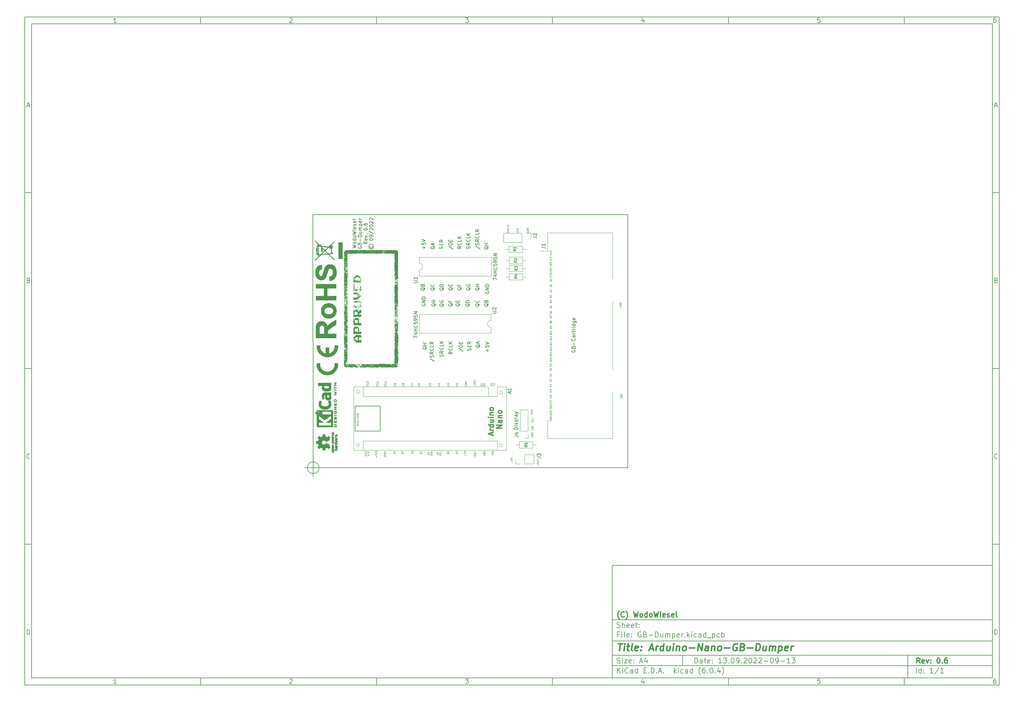
<source format=gbr>
%TF.GenerationSoftware,KiCad,Pcbnew,(6.0.4)*%
%TF.CreationDate,2022-10-03T14:38:53+02:00*%
%TF.ProjectId,GB-Dumper,47422d44-756d-4706-9572-2e6b69636164,0.6*%
%TF.SameCoordinates,PX57bcf00PY83cc3c0*%
%TF.FileFunction,Legend,Top*%
%TF.FilePolarity,Positive*%
%FSLAX46Y46*%
G04 Gerber Fmt 4.6, Leading zero omitted, Abs format (unit mm)*
G04 Created by KiCad (PCBNEW (6.0.4)) date 2022-10-03 14:38:53*
%MOMM*%
%LPD*%
G01*
G04 APERTURE LIST*
%ADD10C,0.100000*%
%ADD11C,0.150000*%
%ADD12C,0.300000*%
%ADD13C,0.400000*%
%TA.AperFunction,Profile*%
%ADD14C,0.150000*%
%TD*%
%ADD15C,0.125000*%
%ADD16C,0.120000*%
%ADD17C,0.010000*%
G04 APERTURE END LIST*
D10*
D11*
X85002200Y-27807200D02*
X85002200Y-59807200D01*
X193002200Y-59807200D01*
X193002200Y-27807200D01*
X85002200Y-27807200D01*
D10*
D11*
X-82000000Y128200000D02*
X-82000000Y-61807200D01*
X195002200Y-61807200D01*
X195002200Y128200000D01*
X-82000000Y128200000D01*
D10*
D11*
X-80000000Y126200000D02*
X-80000000Y-59807200D01*
X193002200Y-59807200D01*
X193002200Y126200000D01*
X-80000000Y126200000D01*
D10*
D11*
X-32000000Y126200000D02*
X-32000000Y128200000D01*
D10*
D11*
X18000000Y126200000D02*
X18000000Y128200000D01*
D10*
D11*
X68000000Y126200000D02*
X68000000Y128200000D01*
D10*
D11*
X118000000Y126200000D02*
X118000000Y128200000D01*
D10*
D11*
X168000000Y126200000D02*
X168000000Y128200000D01*
D10*
D11*
X-55934524Y126611905D02*
X-56677381Y126611905D01*
X-56305953Y126611905D02*
X-56305953Y127911905D01*
X-56429762Y127726191D01*
X-56553572Y127602381D01*
X-56677381Y127540477D01*
D10*
D11*
X-6677381Y127788096D02*
X-6615477Y127850000D01*
X-6491667Y127911905D01*
X-6182143Y127911905D01*
X-6058334Y127850000D01*
X-5996429Y127788096D01*
X-5934524Y127664286D01*
X-5934524Y127540477D01*
X-5996429Y127354762D01*
X-6739286Y126611905D01*
X-5934524Y126611905D01*
D10*
D11*
X43260714Y127911905D02*
X44065476Y127911905D01*
X43632142Y127416667D01*
X43817857Y127416667D01*
X43941666Y127354762D01*
X44003571Y127292858D01*
X44065476Y127169048D01*
X44065476Y126859524D01*
X44003571Y126735715D01*
X43941666Y126673810D01*
X43817857Y126611905D01*
X43446428Y126611905D01*
X43322619Y126673810D01*
X43260714Y126735715D01*
D10*
D11*
X93941666Y127478572D02*
X93941666Y126611905D01*
X93632142Y127973810D02*
X93322619Y127045239D01*
X94127380Y127045239D01*
D10*
D11*
X144003571Y127911905D02*
X143384523Y127911905D01*
X143322619Y127292858D01*
X143384523Y127354762D01*
X143508333Y127416667D01*
X143817857Y127416667D01*
X143941666Y127354762D01*
X144003571Y127292858D01*
X144065476Y127169048D01*
X144065476Y126859524D01*
X144003571Y126735715D01*
X143941666Y126673810D01*
X143817857Y126611905D01*
X143508333Y126611905D01*
X143384523Y126673810D01*
X143322619Y126735715D01*
D10*
D11*
X193941666Y127911905D02*
X193694047Y127911905D01*
X193570238Y127850000D01*
X193508333Y127788096D01*
X193384523Y127602381D01*
X193322619Y127354762D01*
X193322619Y126859524D01*
X193384523Y126735715D01*
X193446428Y126673810D01*
X193570238Y126611905D01*
X193817857Y126611905D01*
X193941666Y126673810D01*
X194003571Y126735715D01*
X194065476Y126859524D01*
X194065476Y127169048D01*
X194003571Y127292858D01*
X193941666Y127354762D01*
X193817857Y127416667D01*
X193570238Y127416667D01*
X193446428Y127354762D01*
X193384523Y127292858D01*
X193322619Y127169048D01*
D10*
D11*
X-32000000Y-59807200D02*
X-32000000Y-61807200D01*
D10*
D11*
X18000000Y-59807200D02*
X18000000Y-61807200D01*
D10*
D11*
X68000000Y-59807200D02*
X68000000Y-61807200D01*
D10*
D11*
X118000000Y-59807200D02*
X118000000Y-61807200D01*
D10*
D11*
X168000000Y-59807200D02*
X168000000Y-61807200D01*
D10*
D11*
X-55934524Y-61395295D02*
X-56677381Y-61395295D01*
X-56305953Y-61395295D02*
X-56305953Y-60095295D01*
X-56429762Y-60281009D01*
X-56553572Y-60404819D01*
X-56677381Y-60466723D01*
D10*
D11*
X-6677381Y-60219104D02*
X-6615477Y-60157200D01*
X-6491667Y-60095295D01*
X-6182143Y-60095295D01*
X-6058334Y-60157200D01*
X-5996429Y-60219104D01*
X-5934524Y-60342914D01*
X-5934524Y-60466723D01*
X-5996429Y-60652438D01*
X-6739286Y-61395295D01*
X-5934524Y-61395295D01*
D10*
D11*
X43260714Y-60095295D02*
X44065476Y-60095295D01*
X43632142Y-60590533D01*
X43817857Y-60590533D01*
X43941666Y-60652438D01*
X44003571Y-60714342D01*
X44065476Y-60838152D01*
X44065476Y-61147676D01*
X44003571Y-61271485D01*
X43941666Y-61333390D01*
X43817857Y-61395295D01*
X43446428Y-61395295D01*
X43322619Y-61333390D01*
X43260714Y-61271485D01*
D10*
D11*
X93941666Y-60528628D02*
X93941666Y-61395295D01*
X93632142Y-60033390D02*
X93322619Y-60961961D01*
X94127380Y-60961961D01*
D10*
D11*
X144003571Y-60095295D02*
X143384523Y-60095295D01*
X143322619Y-60714342D01*
X143384523Y-60652438D01*
X143508333Y-60590533D01*
X143817857Y-60590533D01*
X143941666Y-60652438D01*
X144003571Y-60714342D01*
X144065476Y-60838152D01*
X144065476Y-61147676D01*
X144003571Y-61271485D01*
X143941666Y-61333390D01*
X143817857Y-61395295D01*
X143508333Y-61395295D01*
X143384523Y-61333390D01*
X143322619Y-61271485D01*
D10*
D11*
X193941666Y-60095295D02*
X193694047Y-60095295D01*
X193570238Y-60157200D01*
X193508333Y-60219104D01*
X193384523Y-60404819D01*
X193322619Y-60652438D01*
X193322619Y-61147676D01*
X193384523Y-61271485D01*
X193446428Y-61333390D01*
X193570238Y-61395295D01*
X193817857Y-61395295D01*
X193941666Y-61333390D01*
X194003571Y-61271485D01*
X194065476Y-61147676D01*
X194065476Y-60838152D01*
X194003571Y-60714342D01*
X193941666Y-60652438D01*
X193817857Y-60590533D01*
X193570238Y-60590533D01*
X193446428Y-60652438D01*
X193384523Y-60714342D01*
X193322619Y-60838152D01*
D10*
D11*
X-82000000Y78200000D02*
X-80000000Y78200000D01*
D10*
D11*
X-82000000Y28200000D02*
X-80000000Y28200000D01*
D10*
D11*
X-82000000Y-21800000D02*
X-80000000Y-21800000D01*
D10*
D11*
X-81309524Y102983334D02*
X-80690477Y102983334D01*
X-81433334Y102611905D02*
X-81000000Y103911905D01*
X-80566667Y102611905D01*
D10*
D11*
X-80907143Y53292858D02*
X-80721429Y53230953D01*
X-80659524Y53169048D01*
X-80597620Y53045239D01*
X-80597620Y52859524D01*
X-80659524Y52735715D01*
X-80721429Y52673810D01*
X-80845239Y52611905D01*
X-81340477Y52611905D01*
X-81340477Y53911905D01*
X-80907143Y53911905D01*
X-80783334Y53850000D01*
X-80721429Y53788096D01*
X-80659524Y53664286D01*
X-80659524Y53540477D01*
X-80721429Y53416667D01*
X-80783334Y53354762D01*
X-80907143Y53292858D01*
X-81340477Y53292858D01*
D10*
D11*
X-80597620Y2735715D02*
X-80659524Y2673810D01*
X-80845239Y2611905D01*
X-80969048Y2611905D01*
X-81154762Y2673810D01*
X-81278572Y2797620D01*
X-81340477Y2921429D01*
X-81402381Y3169048D01*
X-81402381Y3354762D01*
X-81340477Y3602381D01*
X-81278572Y3726191D01*
X-81154762Y3850000D01*
X-80969048Y3911905D01*
X-80845239Y3911905D01*
X-80659524Y3850000D01*
X-80597620Y3788096D01*
D10*
D11*
X-81340477Y-47388095D02*
X-81340477Y-46088095D01*
X-81030953Y-46088095D01*
X-80845239Y-46150000D01*
X-80721429Y-46273809D01*
X-80659524Y-46397619D01*
X-80597620Y-46645238D01*
X-80597620Y-46830952D01*
X-80659524Y-47078571D01*
X-80721429Y-47202380D01*
X-80845239Y-47326190D01*
X-81030953Y-47388095D01*
X-81340477Y-47388095D01*
D10*
D11*
X195002200Y78200000D02*
X193002200Y78200000D01*
D10*
D11*
X195002200Y28200000D02*
X193002200Y28200000D01*
D10*
D11*
X195002200Y-21800000D02*
X193002200Y-21800000D01*
D10*
D11*
X193692676Y102983334D02*
X194311723Y102983334D01*
X193568866Y102611905D02*
X194002200Y103911905D01*
X194435533Y102611905D01*
D10*
D11*
X194095057Y53292858D02*
X194280771Y53230953D01*
X194342676Y53169048D01*
X194404580Y53045239D01*
X194404580Y52859524D01*
X194342676Y52735715D01*
X194280771Y52673810D01*
X194156961Y52611905D01*
X193661723Y52611905D01*
X193661723Y53911905D01*
X194095057Y53911905D01*
X194218866Y53850000D01*
X194280771Y53788096D01*
X194342676Y53664286D01*
X194342676Y53540477D01*
X194280771Y53416667D01*
X194218866Y53354762D01*
X194095057Y53292858D01*
X193661723Y53292858D01*
D10*
D11*
X194404580Y2735715D02*
X194342676Y2673810D01*
X194156961Y2611905D01*
X194033152Y2611905D01*
X193847438Y2673810D01*
X193723628Y2797620D01*
X193661723Y2921429D01*
X193599819Y3169048D01*
X193599819Y3354762D01*
X193661723Y3602381D01*
X193723628Y3726191D01*
X193847438Y3850000D01*
X194033152Y3911905D01*
X194156961Y3911905D01*
X194342676Y3850000D01*
X194404580Y3788096D01*
D10*
D11*
X193661723Y-47388095D02*
X193661723Y-46088095D01*
X193971247Y-46088095D01*
X194156961Y-46150000D01*
X194280771Y-46273809D01*
X194342676Y-46397619D01*
X194404580Y-46645238D01*
X194404580Y-46830952D01*
X194342676Y-47078571D01*
X194280771Y-47202380D01*
X194156961Y-47326190D01*
X193971247Y-47388095D01*
X193661723Y-47388095D01*
D10*
D11*
X108434342Y-55585771D02*
X108434342Y-54085771D01*
X108791485Y-54085771D01*
X109005771Y-54157200D01*
X109148628Y-54300057D01*
X109220057Y-54442914D01*
X109291485Y-54728628D01*
X109291485Y-54942914D01*
X109220057Y-55228628D01*
X109148628Y-55371485D01*
X109005771Y-55514342D01*
X108791485Y-55585771D01*
X108434342Y-55585771D01*
X110577200Y-55585771D02*
X110577200Y-54800057D01*
X110505771Y-54657200D01*
X110362914Y-54585771D01*
X110077200Y-54585771D01*
X109934342Y-54657200D01*
X110577200Y-55514342D02*
X110434342Y-55585771D01*
X110077200Y-55585771D01*
X109934342Y-55514342D01*
X109862914Y-55371485D01*
X109862914Y-55228628D01*
X109934342Y-55085771D01*
X110077200Y-55014342D01*
X110434342Y-55014342D01*
X110577200Y-54942914D01*
X111077200Y-54585771D02*
X111648628Y-54585771D01*
X111291485Y-54085771D02*
X111291485Y-55371485D01*
X111362914Y-55514342D01*
X111505771Y-55585771D01*
X111648628Y-55585771D01*
X112720057Y-55514342D02*
X112577200Y-55585771D01*
X112291485Y-55585771D01*
X112148628Y-55514342D01*
X112077200Y-55371485D01*
X112077200Y-54800057D01*
X112148628Y-54657200D01*
X112291485Y-54585771D01*
X112577200Y-54585771D01*
X112720057Y-54657200D01*
X112791485Y-54800057D01*
X112791485Y-54942914D01*
X112077200Y-55085771D01*
X113434342Y-55442914D02*
X113505771Y-55514342D01*
X113434342Y-55585771D01*
X113362914Y-55514342D01*
X113434342Y-55442914D01*
X113434342Y-55585771D01*
X113434342Y-54657200D02*
X113505771Y-54728628D01*
X113434342Y-54800057D01*
X113362914Y-54728628D01*
X113434342Y-54657200D01*
X113434342Y-54800057D01*
X116077200Y-55585771D02*
X115220057Y-55585771D01*
X115648628Y-55585771D02*
X115648628Y-54085771D01*
X115505771Y-54300057D01*
X115362914Y-54442914D01*
X115220057Y-54514342D01*
X116577200Y-54085771D02*
X117505771Y-54085771D01*
X117005771Y-54657200D01*
X117220057Y-54657200D01*
X117362914Y-54728628D01*
X117434342Y-54800057D01*
X117505771Y-54942914D01*
X117505771Y-55300057D01*
X117434342Y-55442914D01*
X117362914Y-55514342D01*
X117220057Y-55585771D01*
X116791485Y-55585771D01*
X116648628Y-55514342D01*
X116577200Y-55442914D01*
X118148628Y-55442914D02*
X118220057Y-55514342D01*
X118148628Y-55585771D01*
X118077200Y-55514342D01*
X118148628Y-55442914D01*
X118148628Y-55585771D01*
X119148628Y-54085771D02*
X119291485Y-54085771D01*
X119434342Y-54157200D01*
X119505771Y-54228628D01*
X119577200Y-54371485D01*
X119648628Y-54657200D01*
X119648628Y-55014342D01*
X119577200Y-55300057D01*
X119505771Y-55442914D01*
X119434342Y-55514342D01*
X119291485Y-55585771D01*
X119148628Y-55585771D01*
X119005771Y-55514342D01*
X118934342Y-55442914D01*
X118862914Y-55300057D01*
X118791485Y-55014342D01*
X118791485Y-54657200D01*
X118862914Y-54371485D01*
X118934342Y-54228628D01*
X119005771Y-54157200D01*
X119148628Y-54085771D01*
X120362914Y-55585771D02*
X120648628Y-55585771D01*
X120791485Y-55514342D01*
X120862914Y-55442914D01*
X121005771Y-55228628D01*
X121077200Y-54942914D01*
X121077200Y-54371485D01*
X121005771Y-54228628D01*
X120934342Y-54157200D01*
X120791485Y-54085771D01*
X120505771Y-54085771D01*
X120362914Y-54157200D01*
X120291485Y-54228628D01*
X120220057Y-54371485D01*
X120220057Y-54728628D01*
X120291485Y-54871485D01*
X120362914Y-54942914D01*
X120505771Y-55014342D01*
X120791485Y-55014342D01*
X120934342Y-54942914D01*
X121005771Y-54871485D01*
X121077200Y-54728628D01*
X121720057Y-55442914D02*
X121791485Y-55514342D01*
X121720057Y-55585771D01*
X121648628Y-55514342D01*
X121720057Y-55442914D01*
X121720057Y-55585771D01*
X122362914Y-54228628D02*
X122434342Y-54157200D01*
X122577200Y-54085771D01*
X122934342Y-54085771D01*
X123077200Y-54157200D01*
X123148628Y-54228628D01*
X123220057Y-54371485D01*
X123220057Y-54514342D01*
X123148628Y-54728628D01*
X122291485Y-55585771D01*
X123220057Y-55585771D01*
X124148628Y-54085771D02*
X124291485Y-54085771D01*
X124434342Y-54157200D01*
X124505771Y-54228628D01*
X124577200Y-54371485D01*
X124648628Y-54657200D01*
X124648628Y-55014342D01*
X124577200Y-55300057D01*
X124505771Y-55442914D01*
X124434342Y-55514342D01*
X124291485Y-55585771D01*
X124148628Y-55585771D01*
X124005771Y-55514342D01*
X123934342Y-55442914D01*
X123862914Y-55300057D01*
X123791485Y-55014342D01*
X123791485Y-54657200D01*
X123862914Y-54371485D01*
X123934342Y-54228628D01*
X124005771Y-54157200D01*
X124148628Y-54085771D01*
X125220057Y-54228628D02*
X125291485Y-54157200D01*
X125434342Y-54085771D01*
X125791485Y-54085771D01*
X125934342Y-54157200D01*
X126005771Y-54228628D01*
X126077200Y-54371485D01*
X126077200Y-54514342D01*
X126005771Y-54728628D01*
X125148628Y-55585771D01*
X126077200Y-55585771D01*
X126648628Y-54228628D02*
X126720057Y-54157200D01*
X126862914Y-54085771D01*
X127220057Y-54085771D01*
X127362914Y-54157200D01*
X127434342Y-54228628D01*
X127505771Y-54371485D01*
X127505771Y-54514342D01*
X127434342Y-54728628D01*
X126577200Y-55585771D01*
X127505771Y-55585771D01*
X128148628Y-55014342D02*
X129291485Y-55014342D01*
X130291485Y-54085771D02*
X130434342Y-54085771D01*
X130577200Y-54157200D01*
X130648628Y-54228628D01*
X130720057Y-54371485D01*
X130791485Y-54657200D01*
X130791485Y-55014342D01*
X130720057Y-55300057D01*
X130648628Y-55442914D01*
X130577200Y-55514342D01*
X130434342Y-55585771D01*
X130291485Y-55585771D01*
X130148628Y-55514342D01*
X130077200Y-55442914D01*
X130005771Y-55300057D01*
X129934342Y-55014342D01*
X129934342Y-54657200D01*
X130005771Y-54371485D01*
X130077200Y-54228628D01*
X130148628Y-54157200D01*
X130291485Y-54085771D01*
X131505771Y-55585771D02*
X131791485Y-55585771D01*
X131934342Y-55514342D01*
X132005771Y-55442914D01*
X132148628Y-55228628D01*
X132220057Y-54942914D01*
X132220057Y-54371485D01*
X132148628Y-54228628D01*
X132077200Y-54157200D01*
X131934342Y-54085771D01*
X131648628Y-54085771D01*
X131505771Y-54157200D01*
X131434342Y-54228628D01*
X131362914Y-54371485D01*
X131362914Y-54728628D01*
X131434342Y-54871485D01*
X131505771Y-54942914D01*
X131648628Y-55014342D01*
X131934342Y-55014342D01*
X132077200Y-54942914D01*
X132148628Y-54871485D01*
X132220057Y-54728628D01*
X132862914Y-55014342D02*
X134005771Y-55014342D01*
X135505771Y-55585771D02*
X134648628Y-55585771D01*
X135077200Y-55585771D02*
X135077200Y-54085771D01*
X134934342Y-54300057D01*
X134791485Y-54442914D01*
X134648628Y-54514342D01*
X136005771Y-54085771D02*
X136934342Y-54085771D01*
X136434342Y-54657200D01*
X136648628Y-54657200D01*
X136791485Y-54728628D01*
X136862914Y-54800057D01*
X136934342Y-54942914D01*
X136934342Y-55300057D01*
X136862914Y-55442914D01*
X136791485Y-55514342D01*
X136648628Y-55585771D01*
X136220057Y-55585771D01*
X136077200Y-55514342D01*
X136005771Y-55442914D01*
D10*
D11*
X85002200Y-56307200D02*
X193002200Y-56307200D01*
D10*
D11*
X86434342Y-58385771D02*
X86434342Y-56885771D01*
X87291485Y-58385771D02*
X86648628Y-57528628D01*
X87291485Y-56885771D02*
X86434342Y-57742914D01*
X87934342Y-58385771D02*
X87934342Y-57385771D01*
X87934342Y-56885771D02*
X87862914Y-56957200D01*
X87934342Y-57028628D01*
X88005771Y-56957200D01*
X87934342Y-56885771D01*
X87934342Y-57028628D01*
X89505771Y-58242914D02*
X89434342Y-58314342D01*
X89220057Y-58385771D01*
X89077200Y-58385771D01*
X88862914Y-58314342D01*
X88720057Y-58171485D01*
X88648628Y-58028628D01*
X88577200Y-57742914D01*
X88577200Y-57528628D01*
X88648628Y-57242914D01*
X88720057Y-57100057D01*
X88862914Y-56957200D01*
X89077200Y-56885771D01*
X89220057Y-56885771D01*
X89434342Y-56957200D01*
X89505771Y-57028628D01*
X90791485Y-58385771D02*
X90791485Y-57600057D01*
X90720057Y-57457200D01*
X90577200Y-57385771D01*
X90291485Y-57385771D01*
X90148628Y-57457200D01*
X90791485Y-58314342D02*
X90648628Y-58385771D01*
X90291485Y-58385771D01*
X90148628Y-58314342D01*
X90077200Y-58171485D01*
X90077200Y-58028628D01*
X90148628Y-57885771D01*
X90291485Y-57814342D01*
X90648628Y-57814342D01*
X90791485Y-57742914D01*
X92148628Y-58385771D02*
X92148628Y-56885771D01*
X92148628Y-58314342D02*
X92005771Y-58385771D01*
X91720057Y-58385771D01*
X91577200Y-58314342D01*
X91505771Y-58242914D01*
X91434342Y-58100057D01*
X91434342Y-57671485D01*
X91505771Y-57528628D01*
X91577200Y-57457200D01*
X91720057Y-57385771D01*
X92005771Y-57385771D01*
X92148628Y-57457200D01*
X94005771Y-57600057D02*
X94505771Y-57600057D01*
X94720057Y-58385771D02*
X94005771Y-58385771D01*
X94005771Y-56885771D01*
X94720057Y-56885771D01*
X95362914Y-58242914D02*
X95434342Y-58314342D01*
X95362914Y-58385771D01*
X95291485Y-58314342D01*
X95362914Y-58242914D01*
X95362914Y-58385771D01*
X96077200Y-58385771D02*
X96077200Y-56885771D01*
X96434342Y-56885771D01*
X96648628Y-56957200D01*
X96791485Y-57100057D01*
X96862914Y-57242914D01*
X96934342Y-57528628D01*
X96934342Y-57742914D01*
X96862914Y-58028628D01*
X96791485Y-58171485D01*
X96648628Y-58314342D01*
X96434342Y-58385771D01*
X96077200Y-58385771D01*
X97577200Y-58242914D02*
X97648628Y-58314342D01*
X97577200Y-58385771D01*
X97505771Y-58314342D01*
X97577200Y-58242914D01*
X97577200Y-58385771D01*
X98220057Y-57957200D02*
X98934342Y-57957200D01*
X98077200Y-58385771D02*
X98577200Y-56885771D01*
X99077200Y-58385771D01*
X99577200Y-58242914D02*
X99648628Y-58314342D01*
X99577200Y-58385771D01*
X99505771Y-58314342D01*
X99577200Y-58242914D01*
X99577200Y-58385771D01*
X102577200Y-58385771D02*
X102577200Y-56885771D01*
X102720057Y-57814342D02*
X103148628Y-58385771D01*
X103148628Y-57385771D02*
X102577200Y-57957200D01*
X103791485Y-58385771D02*
X103791485Y-57385771D01*
X103791485Y-56885771D02*
X103720057Y-56957200D01*
X103791485Y-57028628D01*
X103862914Y-56957200D01*
X103791485Y-56885771D01*
X103791485Y-57028628D01*
X105148628Y-58314342D02*
X105005771Y-58385771D01*
X104720057Y-58385771D01*
X104577200Y-58314342D01*
X104505771Y-58242914D01*
X104434342Y-58100057D01*
X104434342Y-57671485D01*
X104505771Y-57528628D01*
X104577200Y-57457200D01*
X104720057Y-57385771D01*
X105005771Y-57385771D01*
X105148628Y-57457200D01*
X106434342Y-58385771D02*
X106434342Y-57600057D01*
X106362914Y-57457200D01*
X106220057Y-57385771D01*
X105934342Y-57385771D01*
X105791485Y-57457200D01*
X106434342Y-58314342D02*
X106291485Y-58385771D01*
X105934342Y-58385771D01*
X105791485Y-58314342D01*
X105720057Y-58171485D01*
X105720057Y-58028628D01*
X105791485Y-57885771D01*
X105934342Y-57814342D01*
X106291485Y-57814342D01*
X106434342Y-57742914D01*
X107791485Y-58385771D02*
X107791485Y-56885771D01*
X107791485Y-58314342D02*
X107648628Y-58385771D01*
X107362914Y-58385771D01*
X107220057Y-58314342D01*
X107148628Y-58242914D01*
X107077200Y-58100057D01*
X107077200Y-57671485D01*
X107148628Y-57528628D01*
X107220057Y-57457200D01*
X107362914Y-57385771D01*
X107648628Y-57385771D01*
X107791485Y-57457200D01*
X110077200Y-58957200D02*
X110005771Y-58885771D01*
X109862914Y-58671485D01*
X109791485Y-58528628D01*
X109720057Y-58314342D01*
X109648628Y-57957200D01*
X109648628Y-57671485D01*
X109720057Y-57314342D01*
X109791485Y-57100057D01*
X109862914Y-56957200D01*
X110005771Y-56742914D01*
X110077200Y-56671485D01*
X111291485Y-56885771D02*
X111005771Y-56885771D01*
X110862914Y-56957200D01*
X110791485Y-57028628D01*
X110648628Y-57242914D01*
X110577200Y-57528628D01*
X110577200Y-58100057D01*
X110648628Y-58242914D01*
X110720057Y-58314342D01*
X110862914Y-58385771D01*
X111148628Y-58385771D01*
X111291485Y-58314342D01*
X111362914Y-58242914D01*
X111434342Y-58100057D01*
X111434342Y-57742914D01*
X111362914Y-57600057D01*
X111291485Y-57528628D01*
X111148628Y-57457200D01*
X110862914Y-57457200D01*
X110720057Y-57528628D01*
X110648628Y-57600057D01*
X110577200Y-57742914D01*
X112077200Y-58242914D02*
X112148628Y-58314342D01*
X112077200Y-58385771D01*
X112005771Y-58314342D01*
X112077200Y-58242914D01*
X112077200Y-58385771D01*
X113077200Y-56885771D02*
X113220057Y-56885771D01*
X113362914Y-56957200D01*
X113434342Y-57028628D01*
X113505771Y-57171485D01*
X113577200Y-57457200D01*
X113577200Y-57814342D01*
X113505771Y-58100057D01*
X113434342Y-58242914D01*
X113362914Y-58314342D01*
X113220057Y-58385771D01*
X113077200Y-58385771D01*
X112934342Y-58314342D01*
X112862914Y-58242914D01*
X112791485Y-58100057D01*
X112720057Y-57814342D01*
X112720057Y-57457200D01*
X112791485Y-57171485D01*
X112862914Y-57028628D01*
X112934342Y-56957200D01*
X113077200Y-56885771D01*
X114220057Y-58242914D02*
X114291485Y-58314342D01*
X114220057Y-58385771D01*
X114148628Y-58314342D01*
X114220057Y-58242914D01*
X114220057Y-58385771D01*
X115577200Y-57385771D02*
X115577200Y-58385771D01*
X115220057Y-56814342D02*
X114862914Y-57885771D01*
X115791485Y-57885771D01*
X116220057Y-58957200D02*
X116291485Y-58885771D01*
X116434342Y-58671485D01*
X116505771Y-58528628D01*
X116577200Y-58314342D01*
X116648628Y-57957200D01*
X116648628Y-57671485D01*
X116577200Y-57314342D01*
X116505771Y-57100057D01*
X116434342Y-56957200D01*
X116291485Y-56742914D01*
X116220057Y-56671485D01*
D10*
D11*
X85002200Y-53307200D02*
X193002200Y-53307200D01*
D10*
D12*
X172411485Y-55585771D02*
X171911485Y-54871485D01*
X171554342Y-55585771D02*
X171554342Y-54085771D01*
X172125771Y-54085771D01*
X172268628Y-54157200D01*
X172340057Y-54228628D01*
X172411485Y-54371485D01*
X172411485Y-54585771D01*
X172340057Y-54728628D01*
X172268628Y-54800057D01*
X172125771Y-54871485D01*
X171554342Y-54871485D01*
X173625771Y-55514342D02*
X173482914Y-55585771D01*
X173197200Y-55585771D01*
X173054342Y-55514342D01*
X172982914Y-55371485D01*
X172982914Y-54800057D01*
X173054342Y-54657200D01*
X173197200Y-54585771D01*
X173482914Y-54585771D01*
X173625771Y-54657200D01*
X173697200Y-54800057D01*
X173697200Y-54942914D01*
X172982914Y-55085771D01*
X174197200Y-54585771D02*
X174554342Y-55585771D01*
X174911485Y-54585771D01*
X175482914Y-55442914D02*
X175554342Y-55514342D01*
X175482914Y-55585771D01*
X175411485Y-55514342D01*
X175482914Y-55442914D01*
X175482914Y-55585771D01*
X175482914Y-54657200D02*
X175554342Y-54728628D01*
X175482914Y-54800057D01*
X175411485Y-54728628D01*
X175482914Y-54657200D01*
X175482914Y-54800057D01*
X177625771Y-54085771D02*
X177768628Y-54085771D01*
X177911485Y-54157200D01*
X177982914Y-54228628D01*
X178054342Y-54371485D01*
X178125771Y-54657200D01*
X178125771Y-55014342D01*
X178054342Y-55300057D01*
X177982914Y-55442914D01*
X177911485Y-55514342D01*
X177768628Y-55585771D01*
X177625771Y-55585771D01*
X177482914Y-55514342D01*
X177411485Y-55442914D01*
X177340057Y-55300057D01*
X177268628Y-55014342D01*
X177268628Y-54657200D01*
X177340057Y-54371485D01*
X177411485Y-54228628D01*
X177482914Y-54157200D01*
X177625771Y-54085771D01*
X178768628Y-55442914D02*
X178840057Y-55514342D01*
X178768628Y-55585771D01*
X178697200Y-55514342D01*
X178768628Y-55442914D01*
X178768628Y-55585771D01*
X180125771Y-54085771D02*
X179840057Y-54085771D01*
X179697200Y-54157200D01*
X179625771Y-54228628D01*
X179482914Y-54442914D01*
X179411485Y-54728628D01*
X179411485Y-55300057D01*
X179482914Y-55442914D01*
X179554342Y-55514342D01*
X179697200Y-55585771D01*
X179982914Y-55585771D01*
X180125771Y-55514342D01*
X180197200Y-55442914D01*
X180268628Y-55300057D01*
X180268628Y-54942914D01*
X180197200Y-54800057D01*
X180125771Y-54728628D01*
X179982914Y-54657200D01*
X179697200Y-54657200D01*
X179554342Y-54728628D01*
X179482914Y-54800057D01*
X179411485Y-54942914D01*
D10*
D11*
X86362914Y-55514342D02*
X86577200Y-55585771D01*
X86934342Y-55585771D01*
X87077200Y-55514342D01*
X87148628Y-55442914D01*
X87220057Y-55300057D01*
X87220057Y-55157200D01*
X87148628Y-55014342D01*
X87077200Y-54942914D01*
X86934342Y-54871485D01*
X86648628Y-54800057D01*
X86505771Y-54728628D01*
X86434342Y-54657200D01*
X86362914Y-54514342D01*
X86362914Y-54371485D01*
X86434342Y-54228628D01*
X86505771Y-54157200D01*
X86648628Y-54085771D01*
X87005771Y-54085771D01*
X87220057Y-54157200D01*
X87862914Y-55585771D02*
X87862914Y-54585771D01*
X87862914Y-54085771D02*
X87791485Y-54157200D01*
X87862914Y-54228628D01*
X87934342Y-54157200D01*
X87862914Y-54085771D01*
X87862914Y-54228628D01*
X88434342Y-54585771D02*
X89220057Y-54585771D01*
X88434342Y-55585771D01*
X89220057Y-55585771D01*
X90362914Y-55514342D02*
X90220057Y-55585771D01*
X89934342Y-55585771D01*
X89791485Y-55514342D01*
X89720057Y-55371485D01*
X89720057Y-54800057D01*
X89791485Y-54657200D01*
X89934342Y-54585771D01*
X90220057Y-54585771D01*
X90362914Y-54657200D01*
X90434342Y-54800057D01*
X90434342Y-54942914D01*
X89720057Y-55085771D01*
X91077200Y-55442914D02*
X91148628Y-55514342D01*
X91077200Y-55585771D01*
X91005771Y-55514342D01*
X91077200Y-55442914D01*
X91077200Y-55585771D01*
X91077200Y-54657200D02*
X91148628Y-54728628D01*
X91077200Y-54800057D01*
X91005771Y-54728628D01*
X91077200Y-54657200D01*
X91077200Y-54800057D01*
X92862914Y-55157200D02*
X93577200Y-55157200D01*
X92720057Y-55585771D02*
X93220057Y-54085771D01*
X93720057Y-55585771D01*
X94862914Y-54585771D02*
X94862914Y-55585771D01*
X94505771Y-54014342D02*
X94148628Y-55085771D01*
X95077200Y-55085771D01*
D10*
D11*
X171434342Y-58385771D02*
X171434342Y-56885771D01*
X172791485Y-58385771D02*
X172791485Y-56885771D01*
X172791485Y-58314342D02*
X172648628Y-58385771D01*
X172362914Y-58385771D01*
X172220057Y-58314342D01*
X172148628Y-58242914D01*
X172077200Y-58100057D01*
X172077200Y-57671485D01*
X172148628Y-57528628D01*
X172220057Y-57457200D01*
X172362914Y-57385771D01*
X172648628Y-57385771D01*
X172791485Y-57457200D01*
X173505771Y-58242914D02*
X173577200Y-58314342D01*
X173505771Y-58385771D01*
X173434342Y-58314342D01*
X173505771Y-58242914D01*
X173505771Y-58385771D01*
X173505771Y-57457200D02*
X173577200Y-57528628D01*
X173505771Y-57600057D01*
X173434342Y-57528628D01*
X173505771Y-57457200D01*
X173505771Y-57600057D01*
X176148628Y-58385771D02*
X175291485Y-58385771D01*
X175720057Y-58385771D02*
X175720057Y-56885771D01*
X175577200Y-57100057D01*
X175434342Y-57242914D01*
X175291485Y-57314342D01*
X177862914Y-56814342D02*
X176577200Y-58742914D01*
X179148628Y-58385771D02*
X178291485Y-58385771D01*
X178720057Y-58385771D02*
X178720057Y-56885771D01*
X178577200Y-57100057D01*
X178434342Y-57242914D01*
X178291485Y-57314342D01*
D10*
D11*
X85002200Y-49307200D02*
X193002200Y-49307200D01*
D10*
D13*
X86714580Y-50011961D02*
X87857438Y-50011961D01*
X87036009Y-52011961D02*
X87286009Y-50011961D01*
X88274104Y-52011961D02*
X88440771Y-50678628D01*
X88524104Y-50011961D02*
X88416961Y-50107200D01*
X88500295Y-50202438D01*
X88607438Y-50107200D01*
X88524104Y-50011961D01*
X88500295Y-50202438D01*
X89107438Y-50678628D02*
X89869342Y-50678628D01*
X89476485Y-50011961D02*
X89262200Y-51726247D01*
X89333628Y-51916723D01*
X89512200Y-52011961D01*
X89702676Y-52011961D01*
X90655057Y-52011961D02*
X90476485Y-51916723D01*
X90405057Y-51726247D01*
X90619342Y-50011961D01*
X92190771Y-51916723D02*
X91988390Y-52011961D01*
X91607438Y-52011961D01*
X91428866Y-51916723D01*
X91357438Y-51726247D01*
X91452676Y-50964342D01*
X91571723Y-50773866D01*
X91774104Y-50678628D01*
X92155057Y-50678628D01*
X92333628Y-50773866D01*
X92405057Y-50964342D01*
X92381247Y-51154819D01*
X91405057Y-51345295D01*
X93155057Y-51821485D02*
X93238390Y-51916723D01*
X93131247Y-52011961D01*
X93047914Y-51916723D01*
X93155057Y-51821485D01*
X93131247Y-52011961D01*
X93286009Y-50773866D02*
X93369342Y-50869104D01*
X93262200Y-50964342D01*
X93178866Y-50869104D01*
X93286009Y-50773866D01*
X93262200Y-50964342D01*
X95583628Y-51440533D02*
X96536009Y-51440533D01*
X95321723Y-52011961D02*
X96238390Y-50011961D01*
X96655057Y-52011961D01*
X97321723Y-52011961D02*
X97488390Y-50678628D01*
X97440771Y-51059580D02*
X97559819Y-50869104D01*
X97666961Y-50773866D01*
X97869342Y-50678628D01*
X98059819Y-50678628D01*
X99416961Y-52011961D02*
X99666961Y-50011961D01*
X99428866Y-51916723D02*
X99226485Y-52011961D01*
X98845533Y-52011961D01*
X98666961Y-51916723D01*
X98583628Y-51821485D01*
X98512200Y-51631009D01*
X98583628Y-51059580D01*
X98702676Y-50869104D01*
X98809819Y-50773866D01*
X99012200Y-50678628D01*
X99393152Y-50678628D01*
X99571723Y-50773866D01*
X101393152Y-50678628D02*
X101226485Y-52011961D01*
X100536009Y-50678628D02*
X100405057Y-51726247D01*
X100476485Y-51916723D01*
X100655057Y-52011961D01*
X100940771Y-52011961D01*
X101143152Y-51916723D01*
X101250295Y-51821485D01*
X102178866Y-52011961D02*
X102345533Y-50678628D01*
X102428866Y-50011961D02*
X102321723Y-50107200D01*
X102405057Y-50202438D01*
X102512200Y-50107200D01*
X102428866Y-50011961D01*
X102405057Y-50202438D01*
X103297914Y-50678628D02*
X103131247Y-52011961D01*
X103274104Y-50869104D02*
X103381247Y-50773866D01*
X103583628Y-50678628D01*
X103869342Y-50678628D01*
X104047914Y-50773866D01*
X104119342Y-50964342D01*
X103988390Y-52011961D01*
X105226485Y-52011961D02*
X105047914Y-51916723D01*
X104964580Y-51821485D01*
X104893152Y-51631009D01*
X104964580Y-51059580D01*
X105083628Y-50869104D01*
X105190771Y-50773866D01*
X105393152Y-50678628D01*
X105678866Y-50678628D01*
X105857438Y-50773866D01*
X105940771Y-50869104D01*
X106012200Y-51059580D01*
X105940771Y-51631009D01*
X105821723Y-51821485D01*
X105714580Y-51916723D01*
X105512200Y-52011961D01*
X105226485Y-52011961D01*
X106845533Y-51250057D02*
X108369342Y-51250057D01*
X109226485Y-52011961D02*
X109476485Y-50011961D01*
X110369342Y-52011961D01*
X110619342Y-50011961D01*
X112178866Y-52011961D02*
X112309819Y-50964342D01*
X112238390Y-50773866D01*
X112059819Y-50678628D01*
X111678866Y-50678628D01*
X111476485Y-50773866D01*
X112190771Y-51916723D02*
X111988390Y-52011961D01*
X111512200Y-52011961D01*
X111333628Y-51916723D01*
X111262200Y-51726247D01*
X111286009Y-51535771D01*
X111405057Y-51345295D01*
X111607438Y-51250057D01*
X112083628Y-51250057D01*
X112286009Y-51154819D01*
X113297914Y-50678628D02*
X113131247Y-52011961D01*
X113274104Y-50869104D02*
X113381247Y-50773866D01*
X113583628Y-50678628D01*
X113869342Y-50678628D01*
X114047914Y-50773866D01*
X114119342Y-50964342D01*
X113988390Y-52011961D01*
X115226485Y-52011961D02*
X115047914Y-51916723D01*
X114964580Y-51821485D01*
X114893152Y-51631009D01*
X114964580Y-51059580D01*
X115083628Y-50869104D01*
X115190771Y-50773866D01*
X115393152Y-50678628D01*
X115678866Y-50678628D01*
X115857438Y-50773866D01*
X115940771Y-50869104D01*
X116012200Y-51059580D01*
X115940771Y-51631009D01*
X115821723Y-51821485D01*
X115714580Y-51916723D01*
X115512200Y-52011961D01*
X115226485Y-52011961D01*
X116845533Y-51250057D02*
X118369342Y-51250057D01*
X120512200Y-50107200D02*
X120333628Y-50011961D01*
X120047914Y-50011961D01*
X119750295Y-50107200D01*
X119536009Y-50297676D01*
X119416961Y-50488152D01*
X119274104Y-50869104D01*
X119238390Y-51154819D01*
X119286009Y-51535771D01*
X119357438Y-51726247D01*
X119524104Y-51916723D01*
X119797914Y-52011961D01*
X119988390Y-52011961D01*
X120286009Y-51916723D01*
X120393152Y-51821485D01*
X120476485Y-51154819D01*
X120095533Y-51154819D01*
X122024104Y-50964342D02*
X122297914Y-51059580D01*
X122381247Y-51154819D01*
X122452676Y-51345295D01*
X122416961Y-51631009D01*
X122297914Y-51821485D01*
X122190771Y-51916723D01*
X121988390Y-52011961D01*
X121226485Y-52011961D01*
X121476485Y-50011961D01*
X122143152Y-50011961D01*
X122321723Y-50107200D01*
X122405057Y-50202438D01*
X122476485Y-50392914D01*
X122452676Y-50583390D01*
X122333628Y-50773866D01*
X122226485Y-50869104D01*
X122024104Y-50964342D01*
X121357438Y-50964342D01*
X123321723Y-51250057D02*
X124845533Y-51250057D01*
X125702676Y-52011961D02*
X125952676Y-50011961D01*
X126428866Y-50011961D01*
X126702676Y-50107200D01*
X126869342Y-50297676D01*
X126940771Y-50488152D01*
X126988390Y-50869104D01*
X126952676Y-51154819D01*
X126809819Y-51535771D01*
X126690771Y-51726247D01*
X126476485Y-51916723D01*
X126178866Y-52011961D01*
X125702676Y-52011961D01*
X128726485Y-50678628D02*
X128559819Y-52011961D01*
X127869342Y-50678628D02*
X127738390Y-51726247D01*
X127809819Y-51916723D01*
X127988390Y-52011961D01*
X128274104Y-52011961D01*
X128476485Y-51916723D01*
X128583628Y-51821485D01*
X129512200Y-52011961D02*
X129678866Y-50678628D01*
X129655057Y-50869104D02*
X129762200Y-50773866D01*
X129964580Y-50678628D01*
X130250295Y-50678628D01*
X130428866Y-50773866D01*
X130500295Y-50964342D01*
X130369342Y-52011961D01*
X130500295Y-50964342D02*
X130619342Y-50773866D01*
X130821723Y-50678628D01*
X131107438Y-50678628D01*
X131286009Y-50773866D01*
X131357438Y-50964342D01*
X131226485Y-52011961D01*
X132345533Y-50678628D02*
X132095533Y-52678628D01*
X132333628Y-50773866D02*
X132536009Y-50678628D01*
X132916961Y-50678628D01*
X133095533Y-50773866D01*
X133178866Y-50869104D01*
X133250295Y-51059580D01*
X133178866Y-51631009D01*
X133059819Y-51821485D01*
X132952676Y-51916723D01*
X132750295Y-52011961D01*
X132369342Y-52011961D01*
X132190771Y-51916723D01*
X134762200Y-51916723D02*
X134559819Y-52011961D01*
X134178866Y-52011961D01*
X134000295Y-51916723D01*
X133928866Y-51726247D01*
X134024104Y-50964342D01*
X134143152Y-50773866D01*
X134345533Y-50678628D01*
X134726485Y-50678628D01*
X134905057Y-50773866D01*
X134976485Y-50964342D01*
X134952676Y-51154819D01*
X133976485Y-51345295D01*
X135702676Y-52011961D02*
X135869342Y-50678628D01*
X135821723Y-51059580D02*
X135940771Y-50869104D01*
X136047914Y-50773866D01*
X136250295Y-50678628D01*
X136440771Y-50678628D01*
D10*
D11*
X86934342Y-47400057D02*
X86434342Y-47400057D01*
X86434342Y-48185771D02*
X86434342Y-46685771D01*
X87148628Y-46685771D01*
X87720057Y-48185771D02*
X87720057Y-47185771D01*
X87720057Y-46685771D02*
X87648628Y-46757200D01*
X87720057Y-46828628D01*
X87791485Y-46757200D01*
X87720057Y-46685771D01*
X87720057Y-46828628D01*
X88648628Y-48185771D02*
X88505771Y-48114342D01*
X88434342Y-47971485D01*
X88434342Y-46685771D01*
X89791485Y-48114342D02*
X89648628Y-48185771D01*
X89362914Y-48185771D01*
X89220057Y-48114342D01*
X89148628Y-47971485D01*
X89148628Y-47400057D01*
X89220057Y-47257200D01*
X89362914Y-47185771D01*
X89648628Y-47185771D01*
X89791485Y-47257200D01*
X89862914Y-47400057D01*
X89862914Y-47542914D01*
X89148628Y-47685771D01*
X90505771Y-48042914D02*
X90577200Y-48114342D01*
X90505771Y-48185771D01*
X90434342Y-48114342D01*
X90505771Y-48042914D01*
X90505771Y-48185771D01*
X90505771Y-47257200D02*
X90577200Y-47328628D01*
X90505771Y-47400057D01*
X90434342Y-47328628D01*
X90505771Y-47257200D01*
X90505771Y-47400057D01*
X93148628Y-46757200D02*
X93005771Y-46685771D01*
X92791485Y-46685771D01*
X92577200Y-46757200D01*
X92434342Y-46900057D01*
X92362914Y-47042914D01*
X92291485Y-47328628D01*
X92291485Y-47542914D01*
X92362914Y-47828628D01*
X92434342Y-47971485D01*
X92577200Y-48114342D01*
X92791485Y-48185771D01*
X92934342Y-48185771D01*
X93148628Y-48114342D01*
X93220057Y-48042914D01*
X93220057Y-47542914D01*
X92934342Y-47542914D01*
X94362914Y-47400057D02*
X94577200Y-47471485D01*
X94648628Y-47542914D01*
X94720057Y-47685771D01*
X94720057Y-47900057D01*
X94648628Y-48042914D01*
X94577200Y-48114342D01*
X94434342Y-48185771D01*
X93862914Y-48185771D01*
X93862914Y-46685771D01*
X94362914Y-46685771D01*
X94505771Y-46757200D01*
X94577200Y-46828628D01*
X94648628Y-46971485D01*
X94648628Y-47114342D01*
X94577200Y-47257200D01*
X94505771Y-47328628D01*
X94362914Y-47400057D01*
X93862914Y-47400057D01*
X95362914Y-47614342D02*
X96505771Y-47614342D01*
X97220057Y-48185771D02*
X97220057Y-46685771D01*
X97577200Y-46685771D01*
X97791485Y-46757200D01*
X97934342Y-46900057D01*
X98005771Y-47042914D01*
X98077200Y-47328628D01*
X98077200Y-47542914D01*
X98005771Y-47828628D01*
X97934342Y-47971485D01*
X97791485Y-48114342D01*
X97577200Y-48185771D01*
X97220057Y-48185771D01*
X99362914Y-47185771D02*
X99362914Y-48185771D01*
X98720057Y-47185771D02*
X98720057Y-47971485D01*
X98791485Y-48114342D01*
X98934342Y-48185771D01*
X99148628Y-48185771D01*
X99291485Y-48114342D01*
X99362914Y-48042914D01*
X100077200Y-48185771D02*
X100077200Y-47185771D01*
X100077200Y-47328628D02*
X100148628Y-47257200D01*
X100291485Y-47185771D01*
X100505771Y-47185771D01*
X100648628Y-47257200D01*
X100720057Y-47400057D01*
X100720057Y-48185771D01*
X100720057Y-47400057D02*
X100791485Y-47257200D01*
X100934342Y-47185771D01*
X101148628Y-47185771D01*
X101291485Y-47257200D01*
X101362914Y-47400057D01*
X101362914Y-48185771D01*
X102077200Y-47185771D02*
X102077200Y-48685771D01*
X102077200Y-47257200D02*
X102220057Y-47185771D01*
X102505771Y-47185771D01*
X102648628Y-47257200D01*
X102720057Y-47328628D01*
X102791485Y-47471485D01*
X102791485Y-47900057D01*
X102720057Y-48042914D01*
X102648628Y-48114342D01*
X102505771Y-48185771D01*
X102220057Y-48185771D01*
X102077200Y-48114342D01*
X104005771Y-48114342D02*
X103862914Y-48185771D01*
X103577200Y-48185771D01*
X103434342Y-48114342D01*
X103362914Y-47971485D01*
X103362914Y-47400057D01*
X103434342Y-47257200D01*
X103577200Y-47185771D01*
X103862914Y-47185771D01*
X104005771Y-47257200D01*
X104077200Y-47400057D01*
X104077200Y-47542914D01*
X103362914Y-47685771D01*
X104720057Y-48185771D02*
X104720057Y-47185771D01*
X104720057Y-47471485D02*
X104791485Y-47328628D01*
X104862914Y-47257200D01*
X105005771Y-47185771D01*
X105148628Y-47185771D01*
X105648628Y-48042914D02*
X105720057Y-48114342D01*
X105648628Y-48185771D01*
X105577200Y-48114342D01*
X105648628Y-48042914D01*
X105648628Y-48185771D01*
X106362914Y-48185771D02*
X106362914Y-46685771D01*
X106505771Y-47614342D02*
X106934342Y-48185771D01*
X106934342Y-47185771D02*
X106362914Y-47757200D01*
X107577200Y-48185771D02*
X107577200Y-47185771D01*
X107577200Y-46685771D02*
X107505771Y-46757200D01*
X107577200Y-46828628D01*
X107648628Y-46757200D01*
X107577200Y-46685771D01*
X107577200Y-46828628D01*
X108934342Y-48114342D02*
X108791485Y-48185771D01*
X108505771Y-48185771D01*
X108362914Y-48114342D01*
X108291485Y-48042914D01*
X108220057Y-47900057D01*
X108220057Y-47471485D01*
X108291485Y-47328628D01*
X108362914Y-47257200D01*
X108505771Y-47185771D01*
X108791485Y-47185771D01*
X108934342Y-47257200D01*
X110220057Y-48185771D02*
X110220057Y-47400057D01*
X110148628Y-47257200D01*
X110005771Y-47185771D01*
X109720057Y-47185771D01*
X109577200Y-47257200D01*
X110220057Y-48114342D02*
X110077200Y-48185771D01*
X109720057Y-48185771D01*
X109577200Y-48114342D01*
X109505771Y-47971485D01*
X109505771Y-47828628D01*
X109577200Y-47685771D01*
X109720057Y-47614342D01*
X110077200Y-47614342D01*
X110220057Y-47542914D01*
X111577200Y-48185771D02*
X111577200Y-46685771D01*
X111577200Y-48114342D02*
X111434342Y-48185771D01*
X111148628Y-48185771D01*
X111005771Y-48114342D01*
X110934342Y-48042914D01*
X110862914Y-47900057D01*
X110862914Y-47471485D01*
X110934342Y-47328628D01*
X111005771Y-47257200D01*
X111148628Y-47185771D01*
X111434342Y-47185771D01*
X111577200Y-47257200D01*
X111934342Y-48328628D02*
X113077200Y-48328628D01*
X113434342Y-47185771D02*
X113434342Y-48685771D01*
X113434342Y-47257200D02*
X113577200Y-47185771D01*
X113862914Y-47185771D01*
X114005771Y-47257200D01*
X114077200Y-47328628D01*
X114148628Y-47471485D01*
X114148628Y-47900057D01*
X114077200Y-48042914D01*
X114005771Y-48114342D01*
X113862914Y-48185771D01*
X113577200Y-48185771D01*
X113434342Y-48114342D01*
X115434342Y-48114342D02*
X115291485Y-48185771D01*
X115005771Y-48185771D01*
X114862914Y-48114342D01*
X114791485Y-48042914D01*
X114720057Y-47900057D01*
X114720057Y-47471485D01*
X114791485Y-47328628D01*
X114862914Y-47257200D01*
X115005771Y-47185771D01*
X115291485Y-47185771D01*
X115434342Y-47257200D01*
X116077200Y-48185771D02*
X116077200Y-46685771D01*
X116077200Y-47257200D02*
X116220057Y-47185771D01*
X116505771Y-47185771D01*
X116648628Y-47257200D01*
X116720057Y-47328628D01*
X116791485Y-47471485D01*
X116791485Y-47900057D01*
X116720057Y-48042914D01*
X116648628Y-48114342D01*
X116505771Y-48185771D01*
X116220057Y-48185771D01*
X116077200Y-48114342D01*
D10*
D11*
X85002200Y-43307200D02*
X193002200Y-43307200D01*
D10*
D11*
X86362914Y-45414342D02*
X86577200Y-45485771D01*
X86934342Y-45485771D01*
X87077200Y-45414342D01*
X87148628Y-45342914D01*
X87220057Y-45200057D01*
X87220057Y-45057200D01*
X87148628Y-44914342D01*
X87077200Y-44842914D01*
X86934342Y-44771485D01*
X86648628Y-44700057D01*
X86505771Y-44628628D01*
X86434342Y-44557200D01*
X86362914Y-44414342D01*
X86362914Y-44271485D01*
X86434342Y-44128628D01*
X86505771Y-44057200D01*
X86648628Y-43985771D01*
X87005771Y-43985771D01*
X87220057Y-44057200D01*
X87862914Y-45485771D02*
X87862914Y-43985771D01*
X88505771Y-45485771D02*
X88505771Y-44700057D01*
X88434342Y-44557200D01*
X88291485Y-44485771D01*
X88077200Y-44485771D01*
X87934342Y-44557200D01*
X87862914Y-44628628D01*
X89791485Y-45414342D02*
X89648628Y-45485771D01*
X89362914Y-45485771D01*
X89220057Y-45414342D01*
X89148628Y-45271485D01*
X89148628Y-44700057D01*
X89220057Y-44557200D01*
X89362914Y-44485771D01*
X89648628Y-44485771D01*
X89791485Y-44557200D01*
X89862914Y-44700057D01*
X89862914Y-44842914D01*
X89148628Y-44985771D01*
X91077200Y-45414342D02*
X90934342Y-45485771D01*
X90648628Y-45485771D01*
X90505771Y-45414342D01*
X90434342Y-45271485D01*
X90434342Y-44700057D01*
X90505771Y-44557200D01*
X90648628Y-44485771D01*
X90934342Y-44485771D01*
X91077200Y-44557200D01*
X91148628Y-44700057D01*
X91148628Y-44842914D01*
X90434342Y-44985771D01*
X91577200Y-44485771D02*
X92148628Y-44485771D01*
X91791485Y-43985771D02*
X91791485Y-45271485D01*
X91862914Y-45414342D01*
X92005771Y-45485771D01*
X92148628Y-45485771D01*
X92648628Y-45342914D02*
X92720057Y-45414342D01*
X92648628Y-45485771D01*
X92577200Y-45414342D01*
X92648628Y-45342914D01*
X92648628Y-45485771D01*
X92648628Y-44557200D02*
X92720057Y-44628628D01*
X92648628Y-44700057D01*
X92577200Y-44628628D01*
X92648628Y-44557200D01*
X92648628Y-44700057D01*
D10*
D12*
X86982914Y-43057200D02*
X86911485Y-42985771D01*
X86768628Y-42771485D01*
X86697200Y-42628628D01*
X86625771Y-42414342D01*
X86554342Y-42057200D01*
X86554342Y-41771485D01*
X86625771Y-41414342D01*
X86697200Y-41200057D01*
X86768628Y-41057200D01*
X86911485Y-40842914D01*
X86982914Y-40771485D01*
X88411485Y-42342914D02*
X88340057Y-42414342D01*
X88125771Y-42485771D01*
X87982914Y-42485771D01*
X87768628Y-42414342D01*
X87625771Y-42271485D01*
X87554342Y-42128628D01*
X87482914Y-41842914D01*
X87482914Y-41628628D01*
X87554342Y-41342914D01*
X87625771Y-41200057D01*
X87768628Y-41057200D01*
X87982914Y-40985771D01*
X88125771Y-40985771D01*
X88340057Y-41057200D01*
X88411485Y-41128628D01*
X88911485Y-43057200D02*
X88982914Y-42985771D01*
X89125771Y-42771485D01*
X89197200Y-42628628D01*
X89268628Y-42414342D01*
X89340057Y-42057200D01*
X89340057Y-41771485D01*
X89268628Y-41414342D01*
X89197200Y-41200057D01*
X89125771Y-41057200D01*
X88982914Y-40842914D01*
X88911485Y-40771485D01*
X91054342Y-40985771D02*
X91411485Y-42485771D01*
X91697200Y-41414342D01*
X91982914Y-42485771D01*
X92340057Y-40985771D01*
X93125771Y-42485771D02*
X92982914Y-42414342D01*
X92911485Y-42342914D01*
X92840057Y-42200057D01*
X92840057Y-41771485D01*
X92911485Y-41628628D01*
X92982914Y-41557200D01*
X93125771Y-41485771D01*
X93340057Y-41485771D01*
X93482914Y-41557200D01*
X93554342Y-41628628D01*
X93625771Y-41771485D01*
X93625771Y-42200057D01*
X93554342Y-42342914D01*
X93482914Y-42414342D01*
X93340057Y-42485771D01*
X93125771Y-42485771D01*
X94911485Y-42485771D02*
X94911485Y-40985771D01*
X94911485Y-42414342D02*
X94768628Y-42485771D01*
X94482914Y-42485771D01*
X94340057Y-42414342D01*
X94268628Y-42342914D01*
X94197200Y-42200057D01*
X94197200Y-41771485D01*
X94268628Y-41628628D01*
X94340057Y-41557200D01*
X94482914Y-41485771D01*
X94768628Y-41485771D01*
X94911485Y-41557200D01*
X95840057Y-42485771D02*
X95697200Y-42414342D01*
X95625771Y-42342914D01*
X95554342Y-42200057D01*
X95554342Y-41771485D01*
X95625771Y-41628628D01*
X95697200Y-41557200D01*
X95840057Y-41485771D01*
X96054342Y-41485771D01*
X96197200Y-41557200D01*
X96268628Y-41628628D01*
X96340057Y-41771485D01*
X96340057Y-42200057D01*
X96268628Y-42342914D01*
X96197200Y-42414342D01*
X96054342Y-42485771D01*
X95840057Y-42485771D01*
X96840057Y-40985771D02*
X97197200Y-42485771D01*
X97482914Y-41414342D01*
X97768628Y-42485771D01*
X98125771Y-40985771D01*
X98697200Y-42485771D02*
X98697200Y-41485771D01*
X98697200Y-40985771D02*
X98625771Y-41057200D01*
X98697200Y-41128628D01*
X98768628Y-41057200D01*
X98697200Y-40985771D01*
X98697200Y-41128628D01*
X99982914Y-42414342D02*
X99840057Y-42485771D01*
X99554342Y-42485771D01*
X99411485Y-42414342D01*
X99340057Y-42271485D01*
X99340057Y-41700057D01*
X99411485Y-41557200D01*
X99554342Y-41485771D01*
X99840057Y-41485771D01*
X99982914Y-41557200D01*
X100054342Y-41700057D01*
X100054342Y-41842914D01*
X99340057Y-41985771D01*
X100625771Y-42414342D02*
X100768628Y-42485771D01*
X101054342Y-42485771D01*
X101197200Y-42414342D01*
X101268628Y-42271485D01*
X101268628Y-42200057D01*
X101197200Y-42057200D01*
X101054342Y-41985771D01*
X100840057Y-41985771D01*
X100697200Y-41914342D01*
X100625771Y-41771485D01*
X100625771Y-41700057D01*
X100697200Y-41557200D01*
X100840057Y-41485771D01*
X101054342Y-41485771D01*
X101197200Y-41557200D01*
X102482914Y-42414342D02*
X102340057Y-42485771D01*
X102054342Y-42485771D01*
X101911485Y-42414342D01*
X101840057Y-42271485D01*
X101840057Y-41700057D01*
X101911485Y-41557200D01*
X102054342Y-41485771D01*
X102340057Y-41485771D01*
X102482914Y-41557200D01*
X102554342Y-41700057D01*
X102554342Y-41842914D01*
X101840057Y-41985771D01*
X103411485Y-42485771D02*
X103268628Y-42414342D01*
X103197200Y-42271485D01*
X103197200Y-40985771D01*
D10*
D11*
D10*
D11*
D10*
D11*
D10*
D11*
D10*
D11*
X105002200Y-53307200D02*
X105002200Y-56307200D01*
D10*
D11*
X169002200Y-53307200D02*
X169002200Y-59807200D01*
X11886000Y17550000D02*
X18998000Y17550000D01*
X18998000Y17550000D02*
X18998000Y10438000D01*
X18998000Y10438000D02*
X11886000Y10438000D01*
X11886000Y10438000D02*
X11886000Y17550000D01*
D14*
X89356000Y72000000D02*
X89356000Y24000D01*
X-100000Y72000000D02*
X89356000Y72000000D01*
X0Y0D02*
X-100000Y72000000D01*
X89356000Y24000D02*
X0Y0D01*
D11*
X30944000Y46506096D02*
X30896380Y46410858D01*
X30896380Y46268000D01*
X30944000Y46125143D01*
X31039238Y46029905D01*
X31134476Y45982286D01*
X31324952Y45934667D01*
X31467809Y45934667D01*
X31658285Y45982286D01*
X31753523Y46029905D01*
X31848761Y46125143D01*
X31896380Y46268000D01*
X31896380Y46363239D01*
X31848761Y46506096D01*
X31801142Y46553715D01*
X31467809Y46553715D01*
X31467809Y46363239D01*
X31896380Y46982286D02*
X30896380Y46982286D01*
X31896380Y47553715D01*
X30896380Y47553715D01*
X31896380Y48029905D02*
X30896380Y48029905D01*
X30896380Y48268000D01*
X30944000Y48410858D01*
X31039238Y48506096D01*
X31134476Y48553715D01*
X31324952Y48601334D01*
X31467809Y48601334D01*
X31658285Y48553715D01*
X31753523Y48506096D01*
X31848761Y48410858D01*
X31896380Y48268000D01*
X31896380Y48029905D01*
D15*
X67738190Y18450953D02*
X67238190Y18450953D01*
X67238190Y18570000D01*
X67262000Y18641429D01*
X67309619Y18689048D01*
X67357238Y18712858D01*
X67452476Y18736667D01*
X67523904Y18736667D01*
X67619142Y18712858D01*
X67666761Y18689048D01*
X67714380Y18641429D01*
X67738190Y18570000D01*
X67738190Y18450953D01*
X67238190Y18903334D02*
X67238190Y19236667D01*
X67738190Y19022381D01*
X25431333Y3984858D02*
X25431333Y4222953D01*
X25574190Y3937239D02*
X25074190Y4103905D01*
X25574190Y4270572D01*
X25574190Y4699143D02*
X25574190Y4413429D01*
X25574190Y4556286D02*
X25074190Y4556286D01*
X25145619Y4508667D01*
X25193238Y4461048D01*
X25217047Y4413429D01*
D11*
X31737619Y51212953D02*
X31690000Y51117715D01*
X31594761Y51022477D01*
X31451904Y50879620D01*
X31404285Y50784381D01*
X31404285Y50689143D01*
X31642380Y50736762D02*
X31594761Y50641524D01*
X31499523Y50546286D01*
X31309047Y50498667D01*
X30975714Y50498667D01*
X30785238Y50546286D01*
X30690000Y50641524D01*
X30642380Y50736762D01*
X30642380Y50927239D01*
X30690000Y51022477D01*
X30785238Y51117715D01*
X30975714Y51165334D01*
X31309047Y51165334D01*
X31499523Y51117715D01*
X31594761Y51022477D01*
X31642380Y50927239D01*
X31642380Y50736762D01*
X31118571Y51927239D02*
X31166190Y52070096D01*
X31213809Y52117715D01*
X31309047Y52165334D01*
X31451904Y52165334D01*
X31547142Y52117715D01*
X31594761Y52070096D01*
X31642380Y51974858D01*
X31642380Y51593905D01*
X30642380Y51593905D01*
X30642380Y51927239D01*
X30690000Y52022477D01*
X30737619Y52070096D01*
X30832857Y52117715D01*
X30928095Y52117715D01*
X31023333Y52070096D01*
X31070952Y52022477D01*
X31118571Y51927239D01*
X31118571Y51593905D01*
X39611619Y51260572D02*
X39564000Y51165334D01*
X39468761Y51070096D01*
X39325904Y50927239D01*
X39278285Y50832000D01*
X39278285Y50736762D01*
X39516380Y50784381D02*
X39468761Y50689143D01*
X39373523Y50593905D01*
X39183047Y50546286D01*
X38849714Y50546286D01*
X38659238Y50593905D01*
X38564000Y50689143D01*
X38516380Y50784381D01*
X38516380Y50974858D01*
X38564000Y51070096D01*
X38659238Y51165334D01*
X38849714Y51212953D01*
X39183047Y51212953D01*
X39373523Y51165334D01*
X39468761Y51070096D01*
X39516380Y50974858D01*
X39516380Y50784381D01*
X38992571Y51641524D02*
X38992571Y51974858D01*
X39516380Y52117715D02*
X39516380Y51641524D01*
X38516380Y51641524D01*
X38516380Y52117715D01*
D15*
X67738190Y23022953D02*
X67238190Y23022953D01*
X67238190Y23142000D01*
X67262000Y23213429D01*
X67309619Y23261048D01*
X67357238Y23284858D01*
X67452476Y23308667D01*
X67523904Y23308667D01*
X67619142Y23284858D01*
X67666761Y23261048D01*
X67714380Y23213429D01*
X67738190Y23142000D01*
X67738190Y23022953D01*
X67404857Y23737239D02*
X67738190Y23737239D01*
X67214380Y23618191D02*
X67571523Y23499143D01*
X67571523Y23808667D01*
X67595333Y53006858D02*
X67595333Y53244953D01*
X67738190Y52959239D02*
X67238190Y53125905D01*
X67738190Y53292572D01*
X67238190Y53554477D02*
X67238190Y53602096D01*
X67262000Y53649715D01*
X67285809Y53673524D01*
X67333428Y53697334D01*
X67428666Y53721143D01*
X67547714Y53721143D01*
X67642952Y53697334D01*
X67690571Y53673524D01*
X67714380Y53649715D01*
X67738190Y53602096D01*
X67738190Y53554477D01*
X67714380Y53506858D01*
X67690571Y53483048D01*
X67642952Y53459239D01*
X67547714Y53435429D01*
X67428666Y53435429D01*
X67333428Y53459239D01*
X67285809Y53483048D01*
X67262000Y53506858D01*
X67238190Y53554477D01*
X67595333Y14969048D02*
X67595333Y15207143D01*
X67738190Y14921429D02*
X67238190Y15088096D01*
X67738190Y15254762D01*
X67238190Y15421429D02*
X67642952Y15421429D01*
X67690571Y15445239D01*
X67714380Y15469048D01*
X67738190Y15516667D01*
X67738190Y15611905D01*
X67714380Y15659524D01*
X67690571Y15683334D01*
X67642952Y15707143D01*
X67238190Y15707143D01*
X67738190Y15945239D02*
X67238190Y15945239D01*
X67238190Y16064286D01*
X67262000Y16135715D01*
X67309619Y16183334D01*
X67357238Y16207143D01*
X67452476Y16230953D01*
X67523904Y16230953D01*
X67619142Y16207143D01*
X67666761Y16183334D01*
X67714380Y16135715D01*
X67738190Y16064286D01*
X67738190Y15945239D01*
X41068190Y23276953D02*
X40568190Y23276953D01*
X40568190Y23396000D01*
X40592000Y23467429D01*
X40639619Y23515048D01*
X40687238Y23538858D01*
X40782476Y23562667D01*
X40853904Y23562667D01*
X40949142Y23538858D01*
X40996761Y23515048D01*
X41044380Y23467429D01*
X41068190Y23396000D01*
X41068190Y23276953D01*
X40615809Y23753143D02*
X40592000Y23776953D01*
X40568190Y23824572D01*
X40568190Y23943620D01*
X40592000Y23991239D01*
X40615809Y24015048D01*
X40663428Y24038858D01*
X40711047Y24038858D01*
X40782476Y24015048D01*
X41068190Y23729334D01*
X41068190Y24038858D01*
D11*
X32245619Y34441048D02*
X32198000Y34345810D01*
X32102761Y34250572D01*
X31959904Y34107715D01*
X31912285Y34012477D01*
X31912285Y33917239D01*
X32150380Y33964858D02*
X32102761Y33869620D01*
X32007523Y33774381D01*
X31817047Y33726762D01*
X31483714Y33726762D01*
X31293238Y33774381D01*
X31198000Y33869620D01*
X31150380Y33964858D01*
X31150380Y34155334D01*
X31198000Y34250572D01*
X31293238Y34345810D01*
X31483714Y34393429D01*
X31817047Y34393429D01*
X32007523Y34345810D01*
X32102761Y34250572D01*
X32150380Y34155334D01*
X32150380Y33964858D01*
X32150380Y34822000D02*
X31150380Y34822000D01*
X31626571Y34822000D02*
X31626571Y35393429D01*
X32150380Y35393429D02*
X31150380Y35393429D01*
X31150380Y35917239D02*
X31340857Y35822000D01*
D15*
X15668190Y23292858D02*
X15168190Y23292858D01*
X15168190Y23411905D01*
X15192000Y23483334D01*
X15239619Y23530953D01*
X15287238Y23554762D01*
X15382476Y23578572D01*
X15453904Y23578572D01*
X15549142Y23554762D01*
X15596761Y23530953D01*
X15644380Y23483334D01*
X15668190Y23411905D01*
X15668190Y23292858D01*
X15668190Y24054762D02*
X15668190Y23769048D01*
X15668190Y23911905D02*
X15168190Y23911905D01*
X15239619Y23864286D01*
X15287238Y23816667D01*
X15311047Y23769048D01*
X15215809Y24245239D02*
X15192000Y24269048D01*
X15168190Y24316667D01*
X15168190Y24435715D01*
X15192000Y24483334D01*
X15215809Y24507143D01*
X15263428Y24530953D01*
X15311047Y24530953D01*
X15382476Y24507143D01*
X15668190Y24221429D01*
X15668190Y24530953D01*
X67738190Y24511733D02*
X67238190Y24511733D01*
X67238190Y24630780D01*
X67262000Y24702209D01*
X67309619Y24749828D01*
X67357238Y24773638D01*
X67452476Y24797447D01*
X67523904Y24797447D01*
X67619142Y24773638D01*
X67666761Y24749828D01*
X67714380Y24702209D01*
X67738190Y24630780D01*
X67738190Y24511733D01*
X67238190Y24964114D02*
X67238190Y25273638D01*
X67428666Y25106971D01*
X67428666Y25178400D01*
X67452476Y25226019D01*
X67476285Y25249828D01*
X67523904Y25273638D01*
X67642952Y25273638D01*
X67690571Y25249828D01*
X67714380Y25226019D01*
X67738190Y25178400D01*
X67738190Y25035542D01*
X67714380Y24987923D01*
X67690571Y24964114D01*
D11*
X38468761Y62976381D02*
X39754476Y62119239D01*
X38516380Y63500191D02*
X38516380Y63690667D01*
X38564000Y63785905D01*
X38659238Y63881143D01*
X38849714Y63928762D01*
X39183047Y63928762D01*
X39373523Y63881143D01*
X39468761Y63785905D01*
X39516380Y63690667D01*
X39516380Y63500191D01*
X39468761Y63404953D01*
X39373523Y63309715D01*
X39183047Y63262096D01*
X38849714Y63262096D01*
X38659238Y63309715D01*
X38564000Y63404953D01*
X38516380Y63500191D01*
X38992571Y64357334D02*
X38992571Y64690667D01*
X39516380Y64833524D02*
X39516380Y64357334D01*
X38516380Y64357334D01*
X38516380Y64833524D01*
X37071619Y51212953D02*
X37024000Y51117715D01*
X36928761Y51022477D01*
X36785904Y50879620D01*
X36738285Y50784381D01*
X36738285Y50689143D01*
X36976380Y50736762D02*
X36928761Y50641524D01*
X36833523Y50546286D01*
X36643047Y50498667D01*
X36309714Y50498667D01*
X36119238Y50546286D01*
X36024000Y50641524D01*
X35976380Y50736762D01*
X35976380Y50927239D01*
X36024000Y51022477D01*
X36119238Y51117715D01*
X36309714Y51165334D01*
X36643047Y51165334D01*
X36833523Y51117715D01*
X36928761Y51022477D01*
X36976380Y50927239D01*
X36976380Y50736762D01*
X36976380Y51593905D02*
X35976380Y51593905D01*
X35976380Y51832000D01*
X36024000Y51974858D01*
X36119238Y52070096D01*
X36214476Y52117715D01*
X36404952Y52165334D01*
X36547809Y52165334D01*
X36738285Y52117715D01*
X36833523Y52070096D01*
X36928761Y51974858D01*
X36976380Y51832000D01*
X36976380Y51593905D01*
D15*
X61950000Y8969048D02*
X61926190Y8921429D01*
X61926190Y8850000D01*
X61950000Y8778572D01*
X61997619Y8730953D01*
X62045238Y8707143D01*
X62140476Y8683334D01*
X62211904Y8683334D01*
X62307142Y8707143D01*
X62354761Y8730953D01*
X62402380Y8778572D01*
X62426190Y8850000D01*
X62426190Y8897620D01*
X62402380Y8969048D01*
X62378571Y8992858D01*
X62211904Y8992858D01*
X62211904Y8897620D01*
X62426190Y9207143D02*
X61926190Y9207143D01*
X62426190Y9492858D01*
X61926190Y9492858D01*
X62426190Y9730953D02*
X61926190Y9730953D01*
X61926190Y9850000D01*
X61950000Y9921429D01*
X61997619Y9969048D01*
X62045238Y9992858D01*
X62140476Y10016667D01*
X62211904Y10016667D01*
X62307142Y9992858D01*
X62354761Y9969048D01*
X62402380Y9921429D01*
X62426190Y9850000D01*
X62426190Y9730953D01*
D11*
X49771619Y62889048D02*
X49724000Y62793810D01*
X49628761Y62698572D01*
X49485904Y62555715D01*
X49438285Y62460477D01*
X49438285Y62365239D01*
X49676380Y62412858D02*
X49628761Y62317620D01*
X49533523Y62222381D01*
X49343047Y62174762D01*
X49009714Y62174762D01*
X48819238Y62222381D01*
X48724000Y62317620D01*
X48676380Y62412858D01*
X48676380Y62603334D01*
X48724000Y62698572D01*
X48819238Y62793810D01*
X49009714Y62841429D01*
X49343047Y62841429D01*
X49533523Y62793810D01*
X49628761Y62698572D01*
X49676380Y62603334D01*
X49676380Y62412858D01*
X49676380Y63270000D02*
X48676380Y63270000D01*
X49152571Y63270000D02*
X49152571Y63841429D01*
X49676380Y63841429D02*
X48676380Y63841429D01*
X48676380Y64365239D02*
X48866857Y64270000D01*
D15*
X20748190Y23292858D02*
X20248190Y23292858D01*
X20248190Y23411905D01*
X20272000Y23483334D01*
X20319619Y23530953D01*
X20367238Y23554762D01*
X20462476Y23578572D01*
X20533904Y23578572D01*
X20629142Y23554762D01*
X20676761Y23530953D01*
X20724380Y23483334D01*
X20748190Y23411905D01*
X20748190Y23292858D01*
X20748190Y24054762D02*
X20748190Y23769048D01*
X20748190Y23911905D02*
X20248190Y23911905D01*
X20319619Y23864286D01*
X20367238Y23816667D01*
X20391047Y23769048D01*
X20248190Y24364286D02*
X20248190Y24411905D01*
X20272000Y24459524D01*
X20295809Y24483334D01*
X20343428Y24507143D01*
X20438666Y24530953D01*
X20557714Y24530953D01*
X20652952Y24507143D01*
X20700571Y24483334D01*
X20724380Y24459524D01*
X20748190Y24411905D01*
X20748190Y24364286D01*
X20724380Y24316667D01*
X20700571Y24292858D01*
X20652952Y24269048D01*
X20557714Y24245239D01*
X20438666Y24245239D01*
X20343428Y24269048D01*
X20295809Y24292858D01*
X20272000Y24316667D01*
X20248190Y24364286D01*
X67595333Y34734762D02*
X67595333Y34972858D01*
X67738190Y34687143D02*
X67238190Y34853810D01*
X67738190Y35020477D01*
X67738190Y35449048D02*
X67738190Y35163334D01*
X67738190Y35306191D02*
X67238190Y35306191D01*
X67309619Y35258572D01*
X67357238Y35210953D01*
X67381047Y35163334D01*
X67285809Y35639524D02*
X67262000Y35663334D01*
X67238190Y35710953D01*
X67238190Y35830000D01*
X67262000Y35877620D01*
X67285809Y35901429D01*
X67333428Y35925239D01*
X67381047Y35925239D01*
X67452476Y35901429D01*
X67738190Y35615715D01*
X67738190Y35925239D01*
D11*
X44437619Y46640953D02*
X44390000Y46545715D01*
X44294761Y46450477D01*
X44151904Y46307620D01*
X44104285Y46212381D01*
X44104285Y46117143D01*
X44342380Y46164762D02*
X44294761Y46069524D01*
X44199523Y45974286D01*
X44009047Y45926667D01*
X43675714Y45926667D01*
X43485238Y45974286D01*
X43390000Y46069524D01*
X43342380Y46164762D01*
X43342380Y46355239D01*
X43390000Y46450477D01*
X43485238Y46545715D01*
X43675714Y46593334D01*
X44009047Y46593334D01*
X44199523Y46545715D01*
X44294761Y46450477D01*
X44342380Y46355239D01*
X44342380Y46164762D01*
X44342380Y47021905D02*
X43342380Y47021905D01*
X43342380Y47260000D01*
X43390000Y47402858D01*
X43485238Y47498096D01*
X43580476Y47545715D01*
X43770952Y47593334D01*
X43913809Y47593334D01*
X44104285Y47545715D01*
X44199523Y47498096D01*
X44294761Y47402858D01*
X44342380Y47260000D01*
X44342380Y47021905D01*
X47231619Y46640953D02*
X47184000Y46545715D01*
X47088761Y46450477D01*
X46945904Y46307620D01*
X46898285Y46212381D01*
X46898285Y46117143D01*
X47136380Y46164762D02*
X47088761Y46069524D01*
X46993523Y45974286D01*
X46803047Y45926667D01*
X46469714Y45926667D01*
X46279238Y45974286D01*
X46184000Y46069524D01*
X46136380Y46164762D01*
X46136380Y46355239D01*
X46184000Y46450477D01*
X46279238Y46545715D01*
X46469714Y46593334D01*
X46803047Y46593334D01*
X46993523Y46545715D01*
X47088761Y46450477D01*
X47136380Y46355239D01*
X47136380Y46164762D01*
X47041142Y47593334D02*
X47088761Y47545715D01*
X47136380Y47402858D01*
X47136380Y47307620D01*
X47088761Y47164762D01*
X46993523Y47069524D01*
X46898285Y47021905D01*
X46707809Y46974286D01*
X46564952Y46974286D01*
X46374476Y47021905D01*
X46279238Y47069524D01*
X46184000Y47164762D01*
X46136380Y47307620D01*
X46136380Y47402858D01*
X46184000Y47545715D01*
X46231619Y47593334D01*
D15*
X67690571Y59162381D02*
X67714380Y59138572D01*
X67738190Y59067143D01*
X67738190Y59019524D01*
X67714380Y58948096D01*
X67666761Y58900477D01*
X67619142Y58876667D01*
X67523904Y58852858D01*
X67452476Y58852858D01*
X67357238Y58876667D01*
X67309619Y58900477D01*
X67262000Y58948096D01*
X67238190Y59019524D01*
X67238190Y59067143D01*
X67262000Y59138572D01*
X67285809Y59162381D01*
X67738190Y59614762D02*
X67738190Y59376667D01*
X67238190Y59376667D01*
X67738190Y59781429D02*
X67238190Y59781429D01*
X67738190Y60067143D02*
X67452476Y59852858D01*
X67238190Y60067143D02*
X67523904Y59781429D01*
X50825690Y23276953D02*
X50325690Y23276953D01*
X50325690Y23396000D01*
X50349500Y23467429D01*
X50397119Y23515048D01*
X50444738Y23538858D01*
X50539976Y23562667D01*
X50611404Y23562667D01*
X50706642Y23538858D01*
X50754261Y23515048D01*
X50801880Y23467429D01*
X50825690Y23396000D01*
X50825690Y23276953D01*
X50325690Y23872191D02*
X50325690Y23919810D01*
X50349500Y23967429D01*
X50373309Y23991239D01*
X50420928Y24015048D01*
X50516166Y24038858D01*
X50635214Y24038858D01*
X50730452Y24015048D01*
X50778071Y23991239D01*
X50801880Y23967429D01*
X50825690Y23919810D01*
X50825690Y23872191D01*
X50801880Y23824572D01*
X50778071Y23800762D01*
X50730452Y23776953D01*
X50635214Y23753143D01*
X50516166Y23753143D01*
X50420928Y23776953D01*
X50373309Y23800762D01*
X50349500Y23824572D01*
X50325690Y23872191D01*
X51130690Y23265048D02*
X51130690Y23550762D01*
X51630690Y23407905D02*
X51130690Y23407905D01*
X51130690Y23669810D02*
X51630690Y24003143D01*
X51130690Y24003143D02*
X51630690Y23669810D01*
X53192761Y6921620D02*
X53383238Y6921620D01*
X53478476Y6874000D01*
X53573714Y6778762D01*
X53621333Y6588286D01*
X53621333Y6254953D01*
X53573714Y6064477D01*
X53478476Y5969239D01*
X53383238Y5921620D01*
X53192761Y5921620D01*
X53097523Y5969239D01*
X53002285Y6064477D01*
X52954666Y6254953D01*
X52954666Y6588286D01*
X53002285Y6778762D01*
X53097523Y6874000D01*
X53192761Y6921620D01*
D11*
X41404761Y33952381D02*
X42690476Y33095239D01*
X41452380Y34476191D02*
X41452380Y34666667D01*
X41500000Y34761905D01*
X41595238Y34857143D01*
X41785714Y34904762D01*
X42119047Y34904762D01*
X42309523Y34857143D01*
X42404761Y34761905D01*
X42452380Y34666667D01*
X42452380Y34476191D01*
X42404761Y34380953D01*
X42309523Y34285715D01*
X42119047Y34238096D01*
X41785714Y34238096D01*
X41595238Y34285715D01*
X41500000Y34380953D01*
X41452380Y34476191D01*
X41928571Y35333334D02*
X41928571Y35666667D01*
X42452380Y35809524D02*
X42452380Y35333334D01*
X41452380Y35333334D01*
X41452380Y35809524D01*
D15*
X35430833Y3742858D02*
X35430833Y3980953D01*
X35573690Y3695239D02*
X35073690Y3861905D01*
X35573690Y4028572D01*
X35073690Y4433334D02*
X35073690Y4195239D01*
X35311785Y4171429D01*
X35287976Y4195239D01*
X35264166Y4242858D01*
X35264166Y4361905D01*
X35287976Y4409524D01*
X35311785Y4433334D01*
X35359404Y4457143D01*
X35478452Y4457143D01*
X35526071Y4433334D01*
X35549880Y4409524D01*
X35573690Y4361905D01*
X35573690Y4242858D01*
X35549880Y4195239D01*
X35526071Y4171429D01*
X36354880Y3504762D02*
X36378690Y3576191D01*
X36378690Y3695239D01*
X36354880Y3742858D01*
X36331071Y3766667D01*
X36283452Y3790477D01*
X36235833Y3790477D01*
X36188214Y3766667D01*
X36164404Y3742858D01*
X36140595Y3695239D01*
X36116785Y3600000D01*
X36092976Y3552381D01*
X36069166Y3528572D01*
X36021547Y3504762D01*
X35973928Y3504762D01*
X35926309Y3528572D01*
X35902500Y3552381D01*
X35878690Y3600000D01*
X35878690Y3719048D01*
X35902500Y3790477D01*
X36331071Y4290477D02*
X36354880Y4266667D01*
X36378690Y4195239D01*
X36378690Y4147620D01*
X36354880Y4076191D01*
X36307261Y4028572D01*
X36259642Y4004762D01*
X36164404Y3980953D01*
X36092976Y3980953D01*
X35997738Y4004762D01*
X35950119Y4028572D01*
X35902500Y4076191D01*
X35878690Y4147620D01*
X35878690Y4195239D01*
X35902500Y4266667D01*
X35926309Y4290477D01*
X36378690Y4742858D02*
X36378690Y4504762D01*
X35878690Y4504762D01*
X60750000Y67219048D02*
X60726190Y67171429D01*
X60726190Y67100000D01*
X60750000Y67028572D01*
X60797619Y66980953D01*
X60845238Y66957143D01*
X60940476Y66933334D01*
X61011904Y66933334D01*
X61107142Y66957143D01*
X61154761Y66980953D01*
X61202380Y67028572D01*
X61226190Y67100000D01*
X61226190Y67147620D01*
X61202380Y67219048D01*
X61178571Y67242858D01*
X61011904Y67242858D01*
X61011904Y67147620D01*
X61226190Y67457143D02*
X60726190Y67457143D01*
X61226190Y67742858D01*
X60726190Y67742858D01*
X61226190Y67980953D02*
X60726190Y67980953D01*
X60726190Y68100000D01*
X60750000Y68171429D01*
X60797619Y68219048D01*
X60845238Y68242858D01*
X60940476Y68266667D01*
X61011904Y68266667D01*
X61107142Y68242858D01*
X61154761Y68219048D01*
X61202380Y68171429D01*
X61226190Y68100000D01*
X61226190Y67980953D01*
D11*
X42151619Y51284381D02*
X42104000Y51189143D01*
X42008761Y51093905D01*
X41865904Y50951048D01*
X41818285Y50855810D01*
X41818285Y50760572D01*
X42056380Y50808191D02*
X42008761Y50712953D01*
X41913523Y50617715D01*
X41723047Y50570096D01*
X41389714Y50570096D01*
X41199238Y50617715D01*
X41104000Y50712953D01*
X41056380Y50808191D01*
X41056380Y50998667D01*
X41104000Y51093905D01*
X41199238Y51189143D01*
X41389714Y51236762D01*
X41723047Y51236762D01*
X41913523Y51189143D01*
X42008761Y51093905D01*
X42056380Y50998667D01*
X42056380Y50808191D01*
X41532571Y51998667D02*
X41532571Y51665334D01*
X42056380Y51665334D02*
X41056380Y51665334D01*
X41056380Y52141524D01*
X47347619Y34952381D02*
X47300000Y34857143D01*
X47204761Y34761905D01*
X47061904Y34619048D01*
X47014285Y34523810D01*
X47014285Y34428572D01*
X47252380Y34476191D02*
X47204761Y34380953D01*
X47109523Y34285715D01*
X46919047Y34238096D01*
X46585714Y34238096D01*
X46395238Y34285715D01*
X46300000Y34380953D01*
X46252380Y34476191D01*
X46252380Y34666667D01*
X46300000Y34761905D01*
X46395238Y34857143D01*
X46585714Y34904762D01*
X46919047Y34904762D01*
X47109523Y34857143D01*
X47204761Y34761905D01*
X47252380Y34666667D01*
X47252380Y34476191D01*
X46966666Y35285715D02*
X46966666Y35761905D01*
X47252380Y35190477D02*
X46252380Y35523810D01*
X47252380Y35857143D01*
D15*
X67214380Y55814286D02*
X67857238Y55385715D01*
X67738190Y56266667D02*
X67500095Y56100000D01*
X67738190Y55980953D02*
X67238190Y55980953D01*
X67238190Y56171429D01*
X67262000Y56219048D01*
X67285809Y56242858D01*
X67333428Y56266667D01*
X67404857Y56266667D01*
X67452476Y56242858D01*
X67476285Y56219048D01*
X67500095Y56171429D01*
X67500095Y55980953D01*
X67738190Y56480953D02*
X67238190Y56480953D01*
X67238190Y56600000D01*
X67262000Y56671429D01*
X67309619Y56719048D01*
X67357238Y56742858D01*
X67452476Y56766667D01*
X67523904Y56766667D01*
X67619142Y56742858D01*
X67666761Y56719048D01*
X67714380Y56671429D01*
X67738190Y56600000D01*
X67738190Y56480953D01*
D11*
X37071619Y46640953D02*
X37024000Y46545715D01*
X36928761Y46450477D01*
X36785904Y46307620D01*
X36738285Y46212381D01*
X36738285Y46117143D01*
X36976380Y46164762D02*
X36928761Y46069524D01*
X36833523Y45974286D01*
X36643047Y45926667D01*
X36309714Y45926667D01*
X36119238Y45974286D01*
X36024000Y46069524D01*
X35976380Y46164762D01*
X35976380Y46355239D01*
X36024000Y46450477D01*
X36119238Y46545715D01*
X36309714Y46593334D01*
X36643047Y46593334D01*
X36833523Y46545715D01*
X36928761Y46450477D01*
X36976380Y46355239D01*
X36976380Y46164762D01*
X36024000Y47545715D02*
X35976380Y47450477D01*
X35976380Y47307620D01*
X36024000Y47164762D01*
X36119238Y47069524D01*
X36214476Y47021905D01*
X36404952Y46974286D01*
X36547809Y46974286D01*
X36738285Y47021905D01*
X36833523Y47069524D01*
X36928761Y47164762D01*
X36976380Y47307620D01*
X36976380Y47402858D01*
X36928761Y47545715D01*
X36881142Y47593334D01*
X36547809Y47593334D01*
X36547809Y47402858D01*
D15*
X32880833Y3692858D02*
X32880833Y3930953D01*
X33023690Y3645239D02*
X32523690Y3811905D01*
X33023690Y3978572D01*
X32690357Y4359524D02*
X33023690Y4359524D01*
X32499880Y4240477D02*
X32857023Y4121429D01*
X32857023Y4430953D01*
X33804880Y3442858D02*
X33828690Y3514286D01*
X33828690Y3633334D01*
X33804880Y3680953D01*
X33781071Y3704762D01*
X33733452Y3728572D01*
X33685833Y3728572D01*
X33638214Y3704762D01*
X33614404Y3680953D01*
X33590595Y3633334D01*
X33566785Y3538096D01*
X33542976Y3490477D01*
X33519166Y3466667D01*
X33471547Y3442858D01*
X33423928Y3442858D01*
X33376309Y3466667D01*
X33352500Y3490477D01*
X33328690Y3538096D01*
X33328690Y3657143D01*
X33352500Y3728572D01*
X33828690Y3942858D02*
X33328690Y3942858D01*
X33328690Y4061905D01*
X33352500Y4133334D01*
X33400119Y4180953D01*
X33447738Y4204762D01*
X33542976Y4228572D01*
X33614404Y4228572D01*
X33709642Y4204762D01*
X33757261Y4180953D01*
X33804880Y4133334D01*
X33828690Y4061905D01*
X33828690Y3942858D01*
X33685833Y4419048D02*
X33685833Y4657143D01*
X33828690Y4371429D02*
X33328690Y4538096D01*
X33828690Y4704762D01*
X43163714Y3445143D02*
X43163714Y3826096D01*
X43354190Y3635620D02*
X42973238Y3635620D01*
X42854190Y4302286D02*
X42854190Y4064191D01*
X43092285Y4040381D01*
X43068476Y4064191D01*
X43044666Y4111810D01*
X43044666Y4230858D01*
X43068476Y4278477D01*
X43092285Y4302286D01*
X43139904Y4326096D01*
X43258952Y4326096D01*
X43306571Y4302286D01*
X43330380Y4278477D01*
X43354190Y4230858D01*
X43354190Y4111810D01*
X43330380Y4064191D01*
X43306571Y4040381D01*
X42854190Y4468953D02*
X43354190Y4635620D01*
X42854190Y4802286D01*
X67738190Y27559733D02*
X67238190Y27559733D01*
X67238190Y27678780D01*
X67262000Y27750209D01*
X67309619Y27797828D01*
X67357238Y27821638D01*
X67452476Y27845447D01*
X67523904Y27845447D01*
X67619142Y27821638D01*
X67666761Y27797828D01*
X67714380Y27750209D01*
X67738190Y27678780D01*
X67738190Y27559733D01*
X67738190Y28321638D02*
X67738190Y28035923D01*
X67738190Y28178780D02*
X67238190Y28178780D01*
X67309619Y28131161D01*
X67357238Y28083542D01*
X67381047Y28035923D01*
X67595333Y43862858D02*
X67595333Y44100953D01*
X67738190Y43815239D02*
X67238190Y43981905D01*
X67738190Y44148572D01*
X67238190Y44529524D02*
X67238190Y44434286D01*
X67262000Y44386667D01*
X67285809Y44362858D01*
X67357238Y44315239D01*
X67452476Y44291429D01*
X67642952Y44291429D01*
X67690571Y44315239D01*
X67714380Y44339048D01*
X67738190Y44386667D01*
X67738190Y44481905D01*
X67714380Y44529524D01*
X67690571Y44553334D01*
X67642952Y44577143D01*
X67523904Y44577143D01*
X67476285Y44553334D01*
X67452476Y44529524D01*
X67428666Y44481905D01*
X67428666Y44386667D01*
X67452476Y44339048D01*
X67476285Y44315239D01*
X67523904Y44291429D01*
X15123690Y3392858D02*
X14623690Y3392858D01*
X14623690Y3511905D01*
X14647500Y3583334D01*
X14695119Y3630953D01*
X14742738Y3654762D01*
X14837976Y3678572D01*
X14909404Y3678572D01*
X15004642Y3654762D01*
X15052261Y3630953D01*
X15099880Y3583334D01*
X15123690Y3511905D01*
X15123690Y3392858D01*
X15123690Y4154762D02*
X15123690Y3869048D01*
X15123690Y4011905D02*
X14623690Y4011905D01*
X14695119Y3964286D01*
X14742738Y3916667D01*
X14766547Y3869048D01*
X14623690Y4321429D02*
X14623690Y4630953D01*
X14814166Y4464286D01*
X14814166Y4535715D01*
X14837976Y4583334D01*
X14861785Y4607143D01*
X14909404Y4630953D01*
X15028452Y4630953D01*
X15076071Y4607143D01*
X15099880Y4583334D01*
X15123690Y4535715D01*
X15123690Y4392858D01*
X15099880Y4345239D01*
X15076071Y4321429D01*
X15904880Y3357143D02*
X15928690Y3428572D01*
X15928690Y3547620D01*
X15904880Y3595239D01*
X15881071Y3619048D01*
X15833452Y3642858D01*
X15785833Y3642858D01*
X15738214Y3619048D01*
X15714404Y3595239D01*
X15690595Y3547620D01*
X15666785Y3452381D01*
X15642976Y3404762D01*
X15619166Y3380953D01*
X15571547Y3357143D01*
X15523928Y3357143D01*
X15476309Y3380953D01*
X15452500Y3404762D01*
X15428690Y3452381D01*
X15428690Y3571429D01*
X15452500Y3642858D01*
X15881071Y4142858D02*
X15904880Y4119048D01*
X15928690Y4047620D01*
X15928690Y4000000D01*
X15904880Y3928572D01*
X15857261Y3880953D01*
X15809642Y3857143D01*
X15714404Y3833334D01*
X15642976Y3833334D01*
X15547738Y3857143D01*
X15500119Y3880953D01*
X15452500Y3928572D01*
X15428690Y4000000D01*
X15428690Y4047620D01*
X15452500Y4119048D01*
X15476309Y4142858D01*
X15928690Y4357143D02*
X15428690Y4357143D01*
X15928690Y4642858D02*
X15642976Y4428572D01*
X15428690Y4642858D02*
X15714404Y4357143D01*
X87328000Y19963048D02*
X87304190Y19915429D01*
X87304190Y19844000D01*
X87328000Y19772572D01*
X87375619Y19724953D01*
X87423238Y19701143D01*
X87518476Y19677334D01*
X87589904Y19677334D01*
X87685142Y19701143D01*
X87732761Y19724953D01*
X87780380Y19772572D01*
X87804190Y19844000D01*
X87804190Y19891620D01*
X87780380Y19963048D01*
X87756571Y19986858D01*
X87589904Y19986858D01*
X87589904Y19891620D01*
X87804190Y20201143D02*
X87304190Y20201143D01*
X87804190Y20486858D01*
X87304190Y20486858D01*
X87804190Y20724953D02*
X87304190Y20724953D01*
X87304190Y20844000D01*
X87328000Y20915429D01*
X87375619Y20963048D01*
X87423238Y20986858D01*
X87518476Y21010667D01*
X87589904Y21010667D01*
X87685142Y20986858D01*
X87732761Y20963048D01*
X87780380Y20915429D01*
X87804190Y20844000D01*
X87804190Y20724953D01*
D11*
X73500000Y33414286D02*
X73452380Y33319048D01*
X73452380Y33176191D01*
X73500000Y33033334D01*
X73595238Y32938096D01*
X73690476Y32890477D01*
X73880952Y32842858D01*
X74023809Y32842858D01*
X74214285Y32890477D01*
X74309523Y32938096D01*
X74404761Y33033334D01*
X74452380Y33176191D01*
X74452380Y33271429D01*
X74404761Y33414286D01*
X74357142Y33461905D01*
X74023809Y33461905D01*
X74023809Y33271429D01*
X73928571Y34223810D02*
X73976190Y34366667D01*
X74023809Y34414286D01*
X74119047Y34461905D01*
X74261904Y34461905D01*
X74357142Y34414286D01*
X74404761Y34366667D01*
X74452380Y34271429D01*
X74452380Y33890477D01*
X73452380Y33890477D01*
X73452380Y34223810D01*
X73500000Y34319048D01*
X73547619Y34366667D01*
X73642857Y34414286D01*
X73738095Y34414286D01*
X73833333Y34366667D01*
X73880952Y34319048D01*
X73928571Y34223810D01*
X73928571Y33890477D01*
X74071428Y34890477D02*
X74071428Y35652381D01*
X74357142Y36700000D02*
X74404761Y36652381D01*
X74452380Y36509524D01*
X74452380Y36414286D01*
X74404761Y36271429D01*
X74309523Y36176191D01*
X74214285Y36128572D01*
X74023809Y36080953D01*
X73880952Y36080953D01*
X73690476Y36128572D01*
X73595238Y36176191D01*
X73500000Y36271429D01*
X73452380Y36414286D01*
X73452380Y36509524D01*
X73500000Y36652381D01*
X73547619Y36700000D01*
X74452380Y37557143D02*
X73928571Y37557143D01*
X73833333Y37509524D01*
X73785714Y37414286D01*
X73785714Y37223810D01*
X73833333Y37128572D01*
X74404761Y37557143D02*
X74452380Y37461905D01*
X74452380Y37223810D01*
X74404761Y37128572D01*
X74309523Y37080953D01*
X74214285Y37080953D01*
X74119047Y37128572D01*
X74071428Y37223810D01*
X74071428Y37461905D01*
X74023809Y37557143D01*
X74452380Y38033334D02*
X73785714Y38033334D01*
X73976190Y38033334D02*
X73880952Y38080953D01*
X73833333Y38128572D01*
X73785714Y38223810D01*
X73785714Y38319048D01*
X73785714Y38509524D02*
X73785714Y38890477D01*
X73452380Y38652381D02*
X74309523Y38652381D01*
X74404761Y38700000D01*
X74452380Y38795239D01*
X74452380Y38890477D01*
X74452380Y39223810D02*
X73785714Y39223810D01*
X73976190Y39223810D02*
X73880952Y39271429D01*
X73833333Y39319048D01*
X73785714Y39414286D01*
X73785714Y39509524D01*
X74452380Y39842858D02*
X73785714Y39842858D01*
X73452380Y39842858D02*
X73500000Y39795239D01*
X73547619Y39842858D01*
X73500000Y39890477D01*
X73452380Y39842858D01*
X73547619Y39842858D01*
X74452380Y40747620D02*
X73452380Y40747620D01*
X74404761Y40747620D02*
X74452380Y40652381D01*
X74452380Y40461905D01*
X74404761Y40366667D01*
X74357142Y40319048D01*
X74261904Y40271429D01*
X73976190Y40271429D01*
X73880952Y40319048D01*
X73833333Y40366667D01*
X73785714Y40461905D01*
X73785714Y40652381D01*
X73833333Y40747620D01*
X73785714Y41652381D02*
X74595238Y41652381D01*
X74690476Y41604762D01*
X74738095Y41557143D01*
X74785714Y41461905D01*
X74785714Y41319048D01*
X74738095Y41223810D01*
X74404761Y41652381D02*
X74452380Y41557143D01*
X74452380Y41366667D01*
X74404761Y41271429D01*
X74357142Y41223810D01*
X74261904Y41176191D01*
X73976190Y41176191D01*
X73880952Y41223810D01*
X73833333Y41271429D01*
X73785714Y41366667D01*
X73785714Y41557143D01*
X73833333Y41652381D01*
X74404761Y42509524D02*
X74452380Y42414286D01*
X74452380Y42223810D01*
X74404761Y42128572D01*
X74309523Y42080953D01*
X73928571Y42080953D01*
X73833333Y42128572D01*
X73785714Y42223810D01*
X73785714Y42414286D01*
X73833333Y42509524D01*
X73928571Y42557143D01*
X74023809Y42557143D01*
X74119047Y42080953D01*
D15*
X67738190Y26035733D02*
X67238190Y26035733D01*
X67238190Y26154780D01*
X67262000Y26226209D01*
X67309619Y26273828D01*
X67357238Y26297638D01*
X67452476Y26321447D01*
X67523904Y26321447D01*
X67619142Y26297638D01*
X67666761Y26273828D01*
X67714380Y26226209D01*
X67738190Y26154780D01*
X67738190Y26035733D01*
X67285809Y26511923D02*
X67262000Y26535733D01*
X67238190Y26583352D01*
X67238190Y26702400D01*
X67262000Y26750019D01*
X67285809Y26773828D01*
X67333428Y26797638D01*
X67381047Y26797638D01*
X67452476Y26773828D01*
X67738190Y26488114D01*
X67738190Y26797638D01*
D11*
X48978000Y50062096D02*
X48930380Y49966858D01*
X48930380Y49824000D01*
X48978000Y49681143D01*
X49073238Y49585905D01*
X49168476Y49538286D01*
X49358952Y49490667D01*
X49501809Y49490667D01*
X49692285Y49538286D01*
X49787523Y49585905D01*
X49882761Y49681143D01*
X49930380Y49824000D01*
X49930380Y49919239D01*
X49882761Y50062096D01*
X49835142Y50109715D01*
X49501809Y50109715D01*
X49501809Y49919239D01*
X49930380Y50538286D02*
X48930380Y50538286D01*
X49930380Y51109715D01*
X48930380Y51109715D01*
X49930380Y51585905D02*
X48930380Y51585905D01*
X48930380Y51824000D01*
X48978000Y51966858D01*
X49073238Y52062096D01*
X49168476Y52109715D01*
X49358952Y52157334D01*
X49501809Y52157334D01*
X49692285Y52109715D01*
X49787523Y52062096D01*
X49882761Y51966858D01*
X49930380Y51824000D01*
X49930380Y51585905D01*
D15*
X38385333Y3984858D02*
X38385333Y4222953D01*
X38528190Y3937239D02*
X38028190Y4103905D01*
X38528190Y4270572D01*
X38028190Y4651524D02*
X38028190Y4556286D01*
X38052000Y4508667D01*
X38075809Y4484858D01*
X38147238Y4437239D01*
X38242476Y4413429D01*
X38432952Y4413429D01*
X38480571Y4437239D01*
X38504380Y4461048D01*
X38528190Y4508667D01*
X38528190Y4603905D01*
X38504380Y4651524D01*
X38480571Y4675334D01*
X38432952Y4699143D01*
X38313904Y4699143D01*
X38266285Y4675334D01*
X38242476Y4651524D01*
X38218666Y4603905D01*
X38218666Y4508667D01*
X38242476Y4461048D01*
X38266285Y4437239D01*
X38313904Y4413429D01*
X62302380Y15242858D02*
X62326190Y15314286D01*
X62326190Y15433334D01*
X62302380Y15480953D01*
X62278571Y15504762D01*
X62230952Y15528572D01*
X62183333Y15528572D01*
X62135714Y15504762D01*
X62111904Y15480953D01*
X62088095Y15433334D01*
X62064285Y15338096D01*
X62040476Y15290477D01*
X62016666Y15266667D01*
X61969047Y15242858D01*
X61921428Y15242858D01*
X61873809Y15266667D01*
X61850000Y15290477D01*
X61826190Y15338096D01*
X61826190Y15457143D01*
X61850000Y15528572D01*
X62326190Y15742858D02*
X61826190Y15742858D01*
X61826190Y15861905D01*
X61850000Y15933334D01*
X61897619Y15980953D01*
X61945238Y16004762D01*
X62040476Y16028572D01*
X62111904Y16028572D01*
X62207142Y16004762D01*
X62254761Y15980953D01*
X62302380Y15933334D01*
X62326190Y15861905D01*
X62326190Y15742858D01*
X62183333Y16219048D02*
X62183333Y16457143D01*
X62326190Y16171429D02*
X61826190Y16338096D01*
X62326190Y16504762D01*
X28368190Y23276953D02*
X27868190Y23276953D01*
X27868190Y23396000D01*
X27892000Y23467429D01*
X27939619Y23515048D01*
X27987238Y23538858D01*
X28082476Y23562667D01*
X28153904Y23562667D01*
X28249142Y23538858D01*
X28296761Y23515048D01*
X28344380Y23467429D01*
X28368190Y23396000D01*
X28368190Y23276953D01*
X27868190Y23729334D02*
X27868190Y24062667D01*
X28368190Y23848381D01*
X18462190Y23292858D02*
X17962190Y23292858D01*
X17962190Y23411905D01*
X17986000Y23483334D01*
X18033619Y23530953D01*
X18081238Y23554762D01*
X18176476Y23578572D01*
X18247904Y23578572D01*
X18343142Y23554762D01*
X18390761Y23530953D01*
X18438380Y23483334D01*
X18462190Y23411905D01*
X18462190Y23292858D01*
X18462190Y24054762D02*
X18462190Y23769048D01*
X18462190Y23911905D02*
X17962190Y23911905D01*
X18033619Y23864286D01*
X18081238Y23816667D01*
X18105047Y23769048D01*
X18462190Y24530953D02*
X18462190Y24245239D01*
X18462190Y24388096D02*
X17962190Y24388096D01*
X18033619Y24340477D01*
X18081238Y24292858D01*
X18105047Y24245239D01*
X20483333Y3090477D02*
X20483333Y3328572D01*
X20626190Y3042858D02*
X20126190Y3209524D01*
X20626190Y3376191D01*
X20626190Y3828572D02*
X20388095Y3661905D01*
X20626190Y3542858D02*
X20126190Y3542858D01*
X20126190Y3733334D01*
X20150000Y3780953D01*
X20173809Y3804762D01*
X20221428Y3828572D01*
X20292857Y3828572D01*
X20340476Y3804762D01*
X20364285Y3780953D01*
X20388095Y3733334D01*
X20388095Y3542858D01*
X20364285Y4042858D02*
X20364285Y4209524D01*
X20626190Y4280953D02*
X20626190Y4042858D01*
X20126190Y4042858D01*
X20126190Y4280953D01*
X20364285Y4661905D02*
X20364285Y4495239D01*
X20626190Y4495239D02*
X20126190Y4495239D01*
X20126190Y4733334D01*
D12*
X50806500Y9275715D02*
X50806500Y9990000D01*
X51235071Y9132858D02*
X49735071Y9632858D01*
X51235071Y10132858D01*
X51235071Y10632858D02*
X50235071Y10632858D01*
X50520785Y10632858D02*
X50377928Y10704286D01*
X50306500Y10775715D01*
X50235071Y10918572D01*
X50235071Y11061429D01*
X51235071Y12204286D02*
X49735071Y12204286D01*
X51163642Y12204286D02*
X51235071Y12061429D01*
X51235071Y11775715D01*
X51163642Y11632858D01*
X51092214Y11561429D01*
X50949357Y11490000D01*
X50520785Y11490000D01*
X50377928Y11561429D01*
X50306500Y11632858D01*
X50235071Y11775715D01*
X50235071Y12061429D01*
X50306500Y12204286D01*
X50235071Y13561429D02*
X51235071Y13561429D01*
X50235071Y12918572D02*
X51020785Y12918572D01*
X51163642Y12990000D01*
X51235071Y13132858D01*
X51235071Y13347143D01*
X51163642Y13490000D01*
X51092214Y13561429D01*
X51235071Y14275715D02*
X50235071Y14275715D01*
X49735071Y14275715D02*
X49806500Y14204286D01*
X49877928Y14275715D01*
X49806500Y14347143D01*
X49735071Y14275715D01*
X49877928Y14275715D01*
X50235071Y14990000D02*
X51235071Y14990000D01*
X50377928Y14990000D02*
X50306500Y15061429D01*
X50235071Y15204286D01*
X50235071Y15418572D01*
X50306500Y15561429D01*
X50449357Y15632858D01*
X51235071Y15632858D01*
X51235071Y16561429D02*
X51163642Y16418572D01*
X51092214Y16347143D01*
X50949357Y16275715D01*
X50520785Y16275715D01*
X50377928Y16347143D01*
X50306500Y16418572D01*
X50235071Y16561429D01*
X50235071Y16775715D01*
X50306500Y16918572D01*
X50377928Y16990000D01*
X50520785Y17061429D01*
X50949357Y17061429D01*
X51092214Y16990000D01*
X51163642Y16918572D01*
X51235071Y16775715D01*
X51235071Y16561429D01*
X53650071Y11275715D02*
X52150071Y11275715D01*
X53650071Y12132858D01*
X52150071Y12132858D01*
X53650071Y13490000D02*
X52864357Y13490000D01*
X52721500Y13418572D01*
X52650071Y13275715D01*
X52650071Y12990000D01*
X52721500Y12847143D01*
X53578642Y13490000D02*
X53650071Y13347143D01*
X53650071Y12990000D01*
X53578642Y12847143D01*
X53435785Y12775715D01*
X53292928Y12775715D01*
X53150071Y12847143D01*
X53078642Y12990000D01*
X53078642Y13347143D01*
X53007214Y13490000D01*
X52650071Y14204286D02*
X53650071Y14204286D01*
X52792928Y14204286D02*
X52721500Y14275715D01*
X52650071Y14418572D01*
X52650071Y14632858D01*
X52721500Y14775715D01*
X52864357Y14847143D01*
X53650071Y14847143D01*
X53650071Y15775715D02*
X53578642Y15632858D01*
X53507214Y15561429D01*
X53364357Y15490000D01*
X52935785Y15490000D01*
X52792928Y15561429D01*
X52721500Y15632858D01*
X52650071Y15775715D01*
X52650071Y15990000D01*
X52721500Y16132858D01*
X52792928Y16204286D01*
X52935785Y16275715D01*
X53364357Y16275715D01*
X53507214Y16204286D01*
X53578642Y16132858D01*
X53650071Y15990000D01*
X53650071Y15775715D01*
D15*
X67595333Y45386858D02*
X67595333Y45624953D01*
X67738190Y45339239D02*
X67238190Y45505905D01*
X67738190Y45672572D01*
X67238190Y46077334D02*
X67238190Y45839239D01*
X67476285Y45815429D01*
X67452476Y45839239D01*
X67428666Y45886858D01*
X67428666Y46005905D01*
X67452476Y46053524D01*
X67476285Y46077334D01*
X67523904Y46101143D01*
X67642952Y46101143D01*
X67690571Y46077334D01*
X67714380Y46053524D01*
X67738190Y46005905D01*
X67738190Y45886858D01*
X67714380Y45839239D01*
X67690571Y45815429D01*
D11*
X34531619Y51212953D02*
X34484000Y51117715D01*
X34388761Y51022477D01*
X34245904Y50879620D01*
X34198285Y50784381D01*
X34198285Y50689143D01*
X34436380Y50736762D02*
X34388761Y50641524D01*
X34293523Y50546286D01*
X34103047Y50498667D01*
X33769714Y50498667D01*
X33579238Y50546286D01*
X33484000Y50641524D01*
X33436380Y50736762D01*
X33436380Y50927239D01*
X33484000Y51022477D01*
X33579238Y51117715D01*
X33769714Y51165334D01*
X34103047Y51165334D01*
X34293523Y51117715D01*
X34388761Y51022477D01*
X34436380Y50927239D01*
X34436380Y50736762D01*
X34341142Y52165334D02*
X34388761Y52117715D01*
X34436380Y51974858D01*
X34436380Y51879620D01*
X34388761Y51736762D01*
X34293523Y51641524D01*
X34198285Y51593905D01*
X34007809Y51546286D01*
X33864952Y51546286D01*
X33674476Y51593905D01*
X33579238Y51641524D01*
X33484000Y51736762D01*
X33436380Y51879620D01*
X33436380Y51974858D01*
X33484000Y52117715D01*
X33531619Y52165334D01*
D15*
X25828190Y23276953D02*
X25328190Y23276953D01*
X25328190Y23396000D01*
X25352000Y23467429D01*
X25399619Y23515048D01*
X25447238Y23538858D01*
X25542476Y23562667D01*
X25613904Y23562667D01*
X25709142Y23538858D01*
X25756761Y23515048D01*
X25804380Y23467429D01*
X25828190Y23396000D01*
X25828190Y23276953D01*
X25542476Y23848381D02*
X25518666Y23800762D01*
X25494857Y23776953D01*
X25447238Y23753143D01*
X25423428Y23753143D01*
X25375809Y23776953D01*
X25352000Y23800762D01*
X25328190Y23848381D01*
X25328190Y23943620D01*
X25352000Y23991239D01*
X25375809Y24015048D01*
X25423428Y24038858D01*
X25447238Y24038858D01*
X25494857Y24015048D01*
X25518666Y23991239D01*
X25542476Y23943620D01*
X25542476Y23848381D01*
X25566285Y23800762D01*
X25590095Y23776953D01*
X25637714Y23753143D01*
X25732952Y23753143D01*
X25780571Y23776953D01*
X25804380Y23800762D01*
X25828190Y23848381D01*
X25828190Y23943620D01*
X25804380Y23991239D01*
X25780571Y24015048D01*
X25732952Y24038858D01*
X25637714Y24038858D01*
X25590095Y24015048D01*
X25566285Y23991239D01*
X25542476Y23943620D01*
X67595333Y33210762D02*
X67595333Y33448858D01*
X67738190Y33163143D02*
X67238190Y33329810D01*
X67738190Y33496477D01*
X67738190Y33925048D02*
X67738190Y33639334D01*
X67738190Y33782191D02*
X67238190Y33782191D01*
X67309619Y33734572D01*
X67357238Y33686953D01*
X67381047Y33639334D01*
X67238190Y34091715D02*
X67238190Y34401239D01*
X67428666Y34234572D01*
X67428666Y34306000D01*
X67452476Y34353620D01*
X67476285Y34377429D01*
X67523904Y34401239D01*
X67642952Y34401239D01*
X67690571Y34377429D01*
X67714380Y34353620D01*
X67738190Y34306000D01*
X67738190Y34163143D01*
X67714380Y34115524D01*
X67690571Y34091715D01*
X48031690Y23276953D02*
X47531690Y23276953D01*
X47531690Y23396000D01*
X47555500Y23467429D01*
X47603119Y23515048D01*
X47650738Y23538858D01*
X47745976Y23562667D01*
X47817404Y23562667D01*
X47912642Y23538858D01*
X47960261Y23515048D01*
X48007880Y23467429D01*
X48031690Y23396000D01*
X48031690Y23276953D01*
X48031690Y24038858D02*
X48031690Y23753143D01*
X48031690Y23896000D02*
X47531690Y23896000D01*
X47603119Y23848381D01*
X47650738Y23800762D01*
X47674547Y23753143D01*
X48836690Y23562667D02*
X48598595Y23396000D01*
X48836690Y23276953D02*
X48336690Y23276953D01*
X48336690Y23467429D01*
X48360500Y23515048D01*
X48384309Y23538858D01*
X48431928Y23562667D01*
X48503357Y23562667D01*
X48550976Y23538858D01*
X48574785Y23515048D01*
X48598595Y23467429D01*
X48598595Y23276953D01*
X48336690Y23729334D02*
X48836690Y24062667D01*
X48336690Y24062667D02*
X48836690Y23729334D01*
D11*
X34531619Y62968381D02*
X34484000Y62873143D01*
X34388761Y62777905D01*
X34245904Y62635048D01*
X34198285Y62539810D01*
X34198285Y62444572D01*
X34436380Y62492191D02*
X34388761Y62396953D01*
X34293523Y62301715D01*
X34103047Y62254096D01*
X33769714Y62254096D01*
X33579238Y62301715D01*
X33484000Y62396953D01*
X33436380Y62492191D01*
X33436380Y62682667D01*
X33484000Y62777905D01*
X33579238Y62873143D01*
X33769714Y62920762D01*
X34103047Y62920762D01*
X34293523Y62873143D01*
X34388761Y62777905D01*
X34436380Y62682667D01*
X34436380Y62492191D01*
X34150666Y63301715D02*
X34150666Y63777905D01*
X34436380Y63206477D02*
X33436380Y63539810D01*
X34436380Y63873143D01*
D15*
X28183333Y3984858D02*
X28183333Y4222953D01*
X28326190Y3937239D02*
X27826190Y4103905D01*
X28326190Y4270572D01*
X27873809Y4413429D02*
X27850000Y4437239D01*
X27826190Y4484858D01*
X27826190Y4603905D01*
X27850000Y4651524D01*
X27873809Y4675334D01*
X27921428Y4699143D01*
X27969047Y4699143D01*
X28040476Y4675334D01*
X28326190Y4389620D01*
X28326190Y4699143D01*
X67595333Y39544858D02*
X67595333Y39782953D01*
X67738190Y39497239D02*
X67238190Y39663905D01*
X67738190Y39830572D01*
X67738190Y40021048D02*
X67738190Y40116286D01*
X67714380Y40163905D01*
X67690571Y40187715D01*
X67619142Y40235334D01*
X67523904Y40259143D01*
X67333428Y40259143D01*
X67285809Y40235334D01*
X67262000Y40211524D01*
X67238190Y40163905D01*
X67238190Y40068667D01*
X67262000Y40021048D01*
X67285809Y39997239D01*
X67333428Y39973429D01*
X67452476Y39973429D01*
X67500095Y39997239D01*
X67523904Y40021048D01*
X67547714Y40068667D01*
X67547714Y40163905D01*
X67523904Y40211524D01*
X67500095Y40235334D01*
X67452476Y40259143D01*
X35988190Y23276953D02*
X35488190Y23276953D01*
X35488190Y23396000D01*
X35512000Y23467429D01*
X35559619Y23515048D01*
X35607238Y23538858D01*
X35702476Y23562667D01*
X35773904Y23562667D01*
X35869142Y23538858D01*
X35916761Y23515048D01*
X35964380Y23467429D01*
X35988190Y23396000D01*
X35988190Y23276953D01*
X35654857Y23991239D02*
X35988190Y23991239D01*
X35464380Y23872191D02*
X35821523Y23753143D01*
X35821523Y24062667D01*
X67595333Y42592858D02*
X67595333Y42830953D01*
X67738190Y42545239D02*
X67238190Y42711905D01*
X67738190Y42878572D01*
X67238190Y42997620D02*
X67238190Y43330953D01*
X67738190Y43116667D01*
X38626190Y23289565D02*
X38126190Y23289565D01*
X38126190Y23408612D01*
X38150000Y23480041D01*
X38197619Y23527660D01*
X38245238Y23551470D01*
X38340476Y23575279D01*
X38411904Y23575279D01*
X38507142Y23551470D01*
X38554761Y23527660D01*
X38602380Y23480041D01*
X38626190Y23408612D01*
X38626190Y23289565D01*
X38126190Y23741946D02*
X38126190Y24051470D01*
X38316666Y23884803D01*
X38316666Y23956232D01*
X38340476Y24003851D01*
X38364285Y24027660D01*
X38411904Y24051470D01*
X38530952Y24051470D01*
X38578571Y24027660D01*
X38602380Y24003851D01*
X38626190Y23956232D01*
X38626190Y23813374D01*
X38602380Y23765755D01*
X38578571Y23741946D01*
X30765333Y3984858D02*
X30765333Y4222953D01*
X30908190Y3937239D02*
X30408190Y4103905D01*
X30908190Y4270572D01*
X30408190Y4389620D02*
X30408190Y4699143D01*
X30598666Y4532477D01*
X30598666Y4603905D01*
X30622476Y4651524D01*
X30646285Y4675334D01*
X30693904Y4699143D01*
X30812952Y4699143D01*
X30860571Y4675334D01*
X30884380Y4651524D01*
X30908190Y4603905D01*
X30908190Y4461048D01*
X30884380Y4413429D01*
X30860571Y4389620D01*
X63552380Y1135715D02*
X64195238Y707143D01*
X64076190Y1588096D02*
X63838095Y1421429D01*
X64076190Y1302381D02*
X63576190Y1302381D01*
X63576190Y1492858D01*
X63600000Y1540477D01*
X63623809Y1564286D01*
X63671428Y1588096D01*
X63742857Y1588096D01*
X63790476Y1564286D01*
X63814285Y1540477D01*
X63838095Y1492858D01*
X63838095Y1302381D01*
X64052380Y1778572D02*
X64076190Y1850000D01*
X64076190Y1969048D01*
X64052380Y2016667D01*
X64028571Y2040477D01*
X63980952Y2064286D01*
X63933333Y2064286D01*
X63885714Y2040477D01*
X63861904Y2016667D01*
X63838095Y1969048D01*
X63814285Y1873810D01*
X63790476Y1826191D01*
X63766666Y1802381D01*
X63719047Y1778572D01*
X63671428Y1778572D01*
X63623809Y1802381D01*
X63600000Y1826191D01*
X63576190Y1873810D01*
X63576190Y1992858D01*
X63600000Y2064286D01*
X63576190Y2207143D02*
X63576190Y2492858D01*
X64076190Y2350000D02*
X63576190Y2350000D01*
X67214380Y57478572D02*
X67857238Y57050000D01*
X67238190Y57597620D02*
X67738190Y57716667D01*
X67381047Y57811905D01*
X67738190Y57907143D01*
X67238190Y58026191D01*
X67738190Y58502381D02*
X67500095Y58335715D01*
X67738190Y58216667D02*
X67238190Y58216667D01*
X67238190Y58407143D01*
X67262000Y58454762D01*
X67285809Y58478572D01*
X67333428Y58502381D01*
X67404857Y58502381D01*
X67452476Y58478572D01*
X67476285Y58454762D01*
X67500095Y58407143D01*
X67500095Y58216667D01*
X67595333Y41068858D02*
X67595333Y41306953D01*
X67738190Y41021239D02*
X67238190Y41187905D01*
X67738190Y41354572D01*
X67452476Y41592667D02*
X67428666Y41545048D01*
X67404857Y41521239D01*
X67357238Y41497429D01*
X67333428Y41497429D01*
X67285809Y41521239D01*
X67262000Y41545048D01*
X67238190Y41592667D01*
X67238190Y41687905D01*
X67262000Y41735524D01*
X67285809Y41759334D01*
X67333428Y41783143D01*
X67357238Y41783143D01*
X67404857Y41759334D01*
X67428666Y41735524D01*
X67452476Y41687905D01*
X67452476Y41592667D01*
X67476285Y41545048D01*
X67500095Y41521239D01*
X67547714Y41497429D01*
X67642952Y41497429D01*
X67690571Y41521239D01*
X67714380Y41545048D01*
X67738190Y41592667D01*
X67738190Y41687905D01*
X67714380Y41735524D01*
X67690571Y41759334D01*
X67642952Y41783143D01*
X67547714Y41783143D01*
X67500095Y41759334D01*
X67476285Y41735524D01*
X67452476Y41687905D01*
X62335714Y10607143D02*
X62335714Y10988096D01*
X62526190Y10797620D02*
X62145238Y10797620D01*
X62026190Y11464286D02*
X62026190Y11226191D01*
X62264285Y11202381D01*
X62240476Y11226191D01*
X62216666Y11273810D01*
X62216666Y11392858D01*
X62240476Y11440477D01*
X62264285Y11464286D01*
X62311904Y11488096D01*
X62430952Y11488096D01*
X62478571Y11464286D01*
X62502380Y11440477D01*
X62526190Y11392858D01*
X62526190Y11273810D01*
X62502380Y11226191D01*
X62478571Y11202381D01*
X62026190Y11630953D02*
X62526190Y11797620D01*
X62026190Y11964286D01*
X23542190Y23276953D02*
X23042190Y23276953D01*
X23042190Y23396000D01*
X23066000Y23467429D01*
X23113619Y23515048D01*
X23161238Y23538858D01*
X23256476Y23562667D01*
X23327904Y23562667D01*
X23423142Y23538858D01*
X23470761Y23515048D01*
X23518380Y23467429D01*
X23542190Y23396000D01*
X23542190Y23276953D01*
X23542190Y23800762D02*
X23542190Y23896000D01*
X23518380Y23943620D01*
X23494571Y23967429D01*
X23423142Y24015048D01*
X23327904Y24038858D01*
X23137428Y24038858D01*
X23089809Y24015048D01*
X23066000Y23991239D01*
X23042190Y23943620D01*
X23042190Y23848381D01*
X23066000Y23800762D01*
X23089809Y23776953D01*
X23137428Y23753143D01*
X23256476Y23753143D01*
X23304095Y23776953D01*
X23327904Y23800762D01*
X23351714Y23848381D01*
X23351714Y23943620D01*
X23327904Y23991239D01*
X23304095Y24015048D01*
X23256476Y24038858D01*
D11*
X46088761Y63047620D02*
X47374476Y62190477D01*
X47088761Y63333334D02*
X47136380Y63476191D01*
X47136380Y63714286D01*
X47088761Y63809524D01*
X47041142Y63857143D01*
X46945904Y63904762D01*
X46850666Y63904762D01*
X46755428Y63857143D01*
X46707809Y63809524D01*
X46660190Y63714286D01*
X46612571Y63523810D01*
X46564952Y63428572D01*
X46517333Y63380953D01*
X46422095Y63333334D01*
X46326857Y63333334D01*
X46231619Y63380953D01*
X46184000Y63428572D01*
X46136380Y63523810D01*
X46136380Y63761905D01*
X46184000Y63904762D01*
X47136380Y64904762D02*
X46660190Y64571429D01*
X47136380Y64333334D02*
X46136380Y64333334D01*
X46136380Y64714286D01*
X46184000Y64809524D01*
X46231619Y64857143D01*
X46326857Y64904762D01*
X46469714Y64904762D01*
X46564952Y64857143D01*
X46612571Y64809524D01*
X46660190Y64714286D01*
X46660190Y64333334D01*
X47041142Y65904762D02*
X47088761Y65857143D01*
X47136380Y65714286D01*
X47136380Y65619048D01*
X47088761Y65476191D01*
X46993523Y65380953D01*
X46898285Y65333334D01*
X46707809Y65285715D01*
X46564952Y65285715D01*
X46374476Y65333334D01*
X46279238Y65380953D01*
X46184000Y65476191D01*
X46136380Y65619048D01*
X46136380Y65714286D01*
X46184000Y65857143D01*
X46231619Y65904762D01*
X47136380Y66809524D02*
X47136380Y66333334D01*
X46136380Y66333334D01*
X47136380Y67714286D02*
X46660190Y67380953D01*
X47136380Y67142858D02*
X46136380Y67142858D01*
X46136380Y67523810D01*
X46184000Y67619048D01*
X46231619Y67666667D01*
X46326857Y67714286D01*
X46469714Y67714286D01*
X46564952Y67666667D01*
X46612571Y67619048D01*
X46660190Y67523810D01*
X46660190Y67142858D01*
X11137380Y62480953D02*
X12137380Y62719048D01*
X11423095Y62909524D01*
X12137380Y63100000D01*
X11137380Y63338096D01*
X12137380Y63861905D02*
X12089761Y63766667D01*
X12042142Y63719048D01*
X11946904Y63671429D01*
X11661190Y63671429D01*
X11565952Y63719048D01*
X11518333Y63766667D01*
X11470714Y63861905D01*
X11470714Y64004762D01*
X11518333Y64100000D01*
X11565952Y64147620D01*
X11661190Y64195239D01*
X11946904Y64195239D01*
X12042142Y64147620D01*
X12089761Y64100000D01*
X12137380Y64004762D01*
X12137380Y63861905D01*
X12137380Y65052381D02*
X11137380Y65052381D01*
X12089761Y65052381D02*
X12137380Y64957143D01*
X12137380Y64766667D01*
X12089761Y64671429D01*
X12042142Y64623810D01*
X11946904Y64576191D01*
X11661190Y64576191D01*
X11565952Y64623810D01*
X11518333Y64671429D01*
X11470714Y64766667D01*
X11470714Y64957143D01*
X11518333Y65052381D01*
X12137380Y65671429D02*
X12089761Y65576191D01*
X12042142Y65528572D01*
X11946904Y65480953D01*
X11661190Y65480953D01*
X11565952Y65528572D01*
X11518333Y65576191D01*
X11470714Y65671429D01*
X11470714Y65814286D01*
X11518333Y65909524D01*
X11565952Y65957143D01*
X11661190Y66004762D01*
X11946904Y66004762D01*
X12042142Y65957143D01*
X12089761Y65909524D01*
X12137380Y65814286D01*
X12137380Y65671429D01*
X11137380Y66338096D02*
X12137380Y66576191D01*
X11423095Y66766667D01*
X12137380Y66957143D01*
X11137380Y67195239D01*
X12137380Y67576191D02*
X11470714Y67576191D01*
X11137380Y67576191D02*
X11185000Y67528572D01*
X11232619Y67576191D01*
X11185000Y67623810D01*
X11137380Y67576191D01*
X11232619Y67576191D01*
X12089761Y68433334D02*
X12137380Y68338096D01*
X12137380Y68147620D01*
X12089761Y68052381D01*
X11994523Y68004762D01*
X11613571Y68004762D01*
X11518333Y68052381D01*
X11470714Y68147620D01*
X11470714Y68338096D01*
X11518333Y68433334D01*
X11613571Y68480953D01*
X11708809Y68480953D01*
X11804047Y68004762D01*
X12089761Y68861905D02*
X12137380Y68957143D01*
X12137380Y69147620D01*
X12089761Y69242858D01*
X11994523Y69290477D01*
X11946904Y69290477D01*
X11851666Y69242858D01*
X11804047Y69147620D01*
X11804047Y69004762D01*
X11756428Y68909524D01*
X11661190Y68861905D01*
X11613571Y68861905D01*
X11518333Y68909524D01*
X11470714Y69004762D01*
X11470714Y69147620D01*
X11518333Y69242858D01*
X12089761Y70100000D02*
X12137380Y70004762D01*
X12137380Y69814286D01*
X12089761Y69719048D01*
X11994523Y69671429D01*
X11613571Y69671429D01*
X11518333Y69719048D01*
X11470714Y69814286D01*
X11470714Y70004762D01*
X11518333Y70100000D01*
X11613571Y70147620D01*
X11708809Y70147620D01*
X11804047Y69671429D01*
X12137380Y70719048D02*
X12089761Y70623810D01*
X11994523Y70576191D01*
X11137380Y70576191D01*
X12795000Y62933334D02*
X12747380Y62838096D01*
X12747380Y62695239D01*
X12795000Y62552381D01*
X12890238Y62457143D01*
X12985476Y62409524D01*
X13175952Y62361905D01*
X13318809Y62361905D01*
X13509285Y62409524D01*
X13604523Y62457143D01*
X13699761Y62552381D01*
X13747380Y62695239D01*
X13747380Y62790477D01*
X13699761Y62933334D01*
X13652142Y62980953D01*
X13318809Y62980953D01*
X13318809Y62790477D01*
X13223571Y63742858D02*
X13271190Y63885715D01*
X13318809Y63933334D01*
X13414047Y63980953D01*
X13556904Y63980953D01*
X13652142Y63933334D01*
X13699761Y63885715D01*
X13747380Y63790477D01*
X13747380Y63409524D01*
X12747380Y63409524D01*
X12747380Y63742858D01*
X12795000Y63838096D01*
X12842619Y63885715D01*
X12937857Y63933334D01*
X13033095Y63933334D01*
X13128333Y63885715D01*
X13175952Y63838096D01*
X13223571Y63742858D01*
X13223571Y63409524D01*
X13366428Y64409524D02*
X13366428Y65171429D01*
X13747380Y65647620D02*
X12747380Y65647620D01*
X12747380Y65885715D01*
X12795000Y66028572D01*
X12890238Y66123810D01*
X12985476Y66171429D01*
X13175952Y66219048D01*
X13318809Y66219048D01*
X13509285Y66171429D01*
X13604523Y66123810D01*
X13699761Y66028572D01*
X13747380Y65885715D01*
X13747380Y65647620D01*
X13080714Y67076191D02*
X13747380Y67076191D01*
X13080714Y66647620D02*
X13604523Y66647620D01*
X13699761Y66695239D01*
X13747380Y66790477D01*
X13747380Y66933334D01*
X13699761Y67028572D01*
X13652142Y67076191D01*
X13747380Y67552381D02*
X13080714Y67552381D01*
X13175952Y67552381D02*
X13128333Y67600000D01*
X13080714Y67695239D01*
X13080714Y67838096D01*
X13128333Y67933334D01*
X13223571Y67980953D01*
X13747380Y67980953D01*
X13223571Y67980953D02*
X13128333Y68028572D01*
X13080714Y68123810D01*
X13080714Y68266667D01*
X13128333Y68361905D01*
X13223571Y68409524D01*
X13747380Y68409524D01*
X13080714Y68885715D02*
X14080714Y68885715D01*
X13128333Y68885715D02*
X13080714Y68980953D01*
X13080714Y69171429D01*
X13128333Y69266667D01*
X13175952Y69314286D01*
X13271190Y69361905D01*
X13556904Y69361905D01*
X13652142Y69314286D01*
X13699761Y69266667D01*
X13747380Y69171429D01*
X13747380Y68980953D01*
X13699761Y68885715D01*
X13699761Y70171429D02*
X13747380Y70076191D01*
X13747380Y69885715D01*
X13699761Y69790477D01*
X13604523Y69742858D01*
X13223571Y69742858D01*
X13128333Y69790477D01*
X13080714Y69885715D01*
X13080714Y70076191D01*
X13128333Y70171429D01*
X13223571Y70219048D01*
X13318809Y70219048D01*
X13414047Y69742858D01*
X13747380Y70647620D02*
X13080714Y70647620D01*
X13271190Y70647620D02*
X13175952Y70695239D01*
X13128333Y70742858D01*
X13080714Y70838096D01*
X13080714Y70933334D01*
X15357380Y64290477D02*
X14881190Y63957143D01*
X15357380Y63719048D02*
X14357380Y63719048D01*
X14357380Y64100000D01*
X14405000Y64195239D01*
X14452619Y64242858D01*
X14547857Y64290477D01*
X14690714Y64290477D01*
X14785952Y64242858D01*
X14833571Y64195239D01*
X14881190Y64100000D01*
X14881190Y63719048D01*
X15309761Y65100000D02*
X15357380Y65004762D01*
X15357380Y64814286D01*
X15309761Y64719048D01*
X15214523Y64671429D01*
X14833571Y64671429D01*
X14738333Y64719048D01*
X14690714Y64814286D01*
X14690714Y65004762D01*
X14738333Y65100000D01*
X14833571Y65147620D01*
X14928809Y65147620D01*
X15024047Y64671429D01*
X14690714Y65480953D02*
X15357380Y65719048D01*
X14690714Y65957143D01*
X15262142Y66338096D02*
X15309761Y66385715D01*
X15357380Y66338096D01*
X15309761Y66290477D01*
X15262142Y66338096D01*
X15357380Y66338096D01*
X14357380Y67766667D02*
X14357380Y67861905D01*
X14405000Y67957143D01*
X14452619Y68004762D01*
X14547857Y68052381D01*
X14738333Y68100000D01*
X14976428Y68100000D01*
X15166904Y68052381D01*
X15262142Y68004762D01*
X15309761Y67957143D01*
X15357380Y67861905D01*
X15357380Y67766667D01*
X15309761Y67671429D01*
X15262142Y67623810D01*
X15166904Y67576191D01*
X14976428Y67528572D01*
X14738333Y67528572D01*
X14547857Y67576191D01*
X14452619Y67623810D01*
X14405000Y67671429D01*
X14357380Y67766667D01*
X15262142Y68528572D02*
X15309761Y68576191D01*
X15357380Y68528572D01*
X15309761Y68480953D01*
X15262142Y68528572D01*
X15357380Y68528572D01*
X14357380Y69433334D02*
X14357380Y69242858D01*
X14405000Y69147620D01*
X14452619Y69100000D01*
X14595476Y69004762D01*
X14785952Y68957143D01*
X15166904Y68957143D01*
X15262142Y69004762D01*
X15309761Y69052381D01*
X15357380Y69147620D01*
X15357380Y69338096D01*
X15309761Y69433334D01*
X15262142Y69480953D01*
X15166904Y69528572D01*
X14928809Y69528572D01*
X14833571Y69480953D01*
X14785952Y69433334D01*
X14738333Y69338096D01*
X14738333Y69147620D01*
X14785952Y69052381D01*
X14833571Y69004762D01*
X14928809Y68957143D01*
X16205476Y63028572D02*
X16157857Y62933334D01*
X16157857Y62742858D01*
X16205476Y62647620D01*
X16300714Y62552381D01*
X16395952Y62504762D01*
X16586428Y62504762D01*
X16681666Y62552381D01*
X16776904Y62647620D01*
X16824523Y62742858D01*
X16824523Y62933334D01*
X16776904Y63028572D01*
X15824523Y62838096D02*
X15872142Y62600000D01*
X16015000Y62361905D01*
X16253095Y62219048D01*
X16491190Y62171429D01*
X16729285Y62219048D01*
X16967380Y62361905D01*
X17110238Y62600000D01*
X17157857Y62838096D01*
X17110238Y63076191D01*
X16967380Y63314286D01*
X16729285Y63457143D01*
X16491190Y63504762D01*
X16253095Y63457143D01*
X16015000Y63314286D01*
X15872142Y63076191D01*
X15824523Y62838096D01*
X15967380Y64885715D02*
X15967380Y64980953D01*
X16015000Y65076191D01*
X16062619Y65123810D01*
X16157857Y65171429D01*
X16348333Y65219048D01*
X16586428Y65219048D01*
X16776904Y65171429D01*
X16872142Y65123810D01*
X16919761Y65076191D01*
X16967380Y64980953D01*
X16967380Y64885715D01*
X16919761Y64790477D01*
X16872142Y64742858D01*
X16776904Y64695239D01*
X16586428Y64647620D01*
X16348333Y64647620D01*
X16157857Y64695239D01*
X16062619Y64742858D01*
X16015000Y64790477D01*
X15967380Y64885715D01*
X16967380Y65695239D02*
X16967380Y65885715D01*
X16919761Y65980953D01*
X16872142Y66028572D01*
X16729285Y66123810D01*
X16538809Y66171429D01*
X16157857Y66171429D01*
X16062619Y66123810D01*
X16015000Y66076191D01*
X15967380Y65980953D01*
X15967380Y65790477D01*
X16015000Y65695239D01*
X16062619Y65647620D01*
X16157857Y65600000D01*
X16395952Y65600000D01*
X16491190Y65647620D01*
X16538809Y65695239D01*
X16586428Y65790477D01*
X16586428Y65980953D01*
X16538809Y66076191D01*
X16491190Y66123810D01*
X16395952Y66171429D01*
X15919761Y67314286D02*
X17205476Y66457143D01*
X16062619Y67600000D02*
X16015000Y67647620D01*
X15967380Y67742858D01*
X15967380Y67980953D01*
X16015000Y68076191D01*
X16062619Y68123810D01*
X16157857Y68171429D01*
X16253095Y68171429D01*
X16395952Y68123810D01*
X16967380Y67552381D01*
X16967380Y68171429D01*
X15967380Y68790477D02*
X15967380Y68885715D01*
X16015000Y68980953D01*
X16062619Y69028572D01*
X16157857Y69076191D01*
X16348333Y69123810D01*
X16586428Y69123810D01*
X16776904Y69076191D01*
X16872142Y69028572D01*
X16919761Y68980953D01*
X16967380Y68885715D01*
X16967380Y68790477D01*
X16919761Y68695239D01*
X16872142Y68647620D01*
X16776904Y68600000D01*
X16586428Y68552381D01*
X16348333Y68552381D01*
X16157857Y68600000D01*
X16062619Y68647620D01*
X16015000Y68695239D01*
X15967380Y68790477D01*
X16062619Y69504762D02*
X16015000Y69552381D01*
X15967380Y69647620D01*
X15967380Y69885715D01*
X16015000Y69980953D01*
X16062619Y70028572D01*
X16157857Y70076191D01*
X16253095Y70076191D01*
X16395952Y70028572D01*
X16967380Y69457143D01*
X16967380Y70076191D01*
X16062619Y70457143D02*
X16015000Y70504762D01*
X15967380Y70600000D01*
X15967380Y70838096D01*
X16015000Y70933334D01*
X16062619Y70980953D01*
X16157857Y71028572D01*
X16253095Y71028572D01*
X16395952Y70980953D01*
X16967380Y70409524D01*
X16967380Y71028572D01*
X33134761Y31091620D02*
X34420476Y30234477D01*
X34134761Y31377334D02*
X34182380Y31520191D01*
X34182380Y31758286D01*
X34134761Y31853524D01*
X34087142Y31901143D01*
X33991904Y31948762D01*
X33896666Y31948762D01*
X33801428Y31901143D01*
X33753809Y31853524D01*
X33706190Y31758286D01*
X33658571Y31567810D01*
X33610952Y31472572D01*
X33563333Y31424953D01*
X33468095Y31377334D01*
X33372857Y31377334D01*
X33277619Y31424953D01*
X33230000Y31472572D01*
X33182380Y31567810D01*
X33182380Y31805905D01*
X33230000Y31948762D01*
X34182380Y32948762D02*
X33706190Y32615429D01*
X34182380Y32377334D02*
X33182380Y32377334D01*
X33182380Y32758286D01*
X33230000Y32853524D01*
X33277619Y32901143D01*
X33372857Y32948762D01*
X33515714Y32948762D01*
X33610952Y32901143D01*
X33658571Y32853524D01*
X33706190Y32758286D01*
X33706190Y32377334D01*
X34087142Y33948762D02*
X34134761Y33901143D01*
X34182380Y33758286D01*
X34182380Y33663048D01*
X34134761Y33520191D01*
X34039523Y33424953D01*
X33944285Y33377334D01*
X33753809Y33329715D01*
X33610952Y33329715D01*
X33420476Y33377334D01*
X33325238Y33424953D01*
X33230000Y33520191D01*
X33182380Y33663048D01*
X33182380Y33758286D01*
X33230000Y33901143D01*
X33277619Y33948762D01*
X34182380Y34853524D02*
X34182380Y34377334D01*
X33182380Y34377334D01*
X34182380Y35758286D02*
X33706190Y35424953D01*
X34182380Y35186858D02*
X33182380Y35186858D01*
X33182380Y35567810D01*
X33230000Y35663048D01*
X33277619Y35710667D01*
X33372857Y35758286D01*
X33515714Y35758286D01*
X33610952Y35710667D01*
X33658571Y35663048D01*
X33706190Y35567810D01*
X33706190Y35186858D01*
D15*
X55602380Y66904762D02*
X55626190Y66976191D01*
X55626190Y67095239D01*
X55602380Y67142858D01*
X55578571Y67166667D01*
X55530952Y67190477D01*
X55483333Y67190477D01*
X55435714Y67166667D01*
X55411904Y67142858D01*
X55388095Y67095239D01*
X55364285Y67000000D01*
X55340476Y66952381D01*
X55316666Y66928572D01*
X55269047Y66904762D01*
X55221428Y66904762D01*
X55173809Y66928572D01*
X55150000Y66952381D01*
X55126190Y67000000D01*
X55126190Y67119048D01*
X55150000Y67190477D01*
X55626190Y67690477D02*
X55388095Y67523810D01*
X55626190Y67404762D02*
X55126190Y67404762D01*
X55126190Y67595239D01*
X55150000Y67642858D01*
X55173809Y67666667D01*
X55221428Y67690477D01*
X55292857Y67690477D01*
X55340476Y67666667D01*
X55364285Y67642858D01*
X55388095Y67595239D01*
X55388095Y67404762D01*
X55578571Y68190477D02*
X55602380Y68166667D01*
X55626190Y68095239D01*
X55626190Y68047620D01*
X55602380Y67976191D01*
X55554761Y67928572D01*
X55507142Y67904762D01*
X55411904Y67880953D01*
X55340476Y67880953D01*
X55245238Y67904762D01*
X55197619Y67928572D01*
X55150000Y67976191D01*
X55126190Y68047620D01*
X55126190Y68095239D01*
X55150000Y68166667D01*
X55173809Y68190477D01*
X55626190Y68642858D02*
X55626190Y68404762D01*
X55126190Y68404762D01*
X55626190Y68809524D02*
X55126190Y68809524D01*
X55626190Y69095239D02*
X55340476Y68880953D01*
X55126190Y69095239D02*
X55411904Y68809524D01*
X67262000Y13613048D02*
X67238190Y13565429D01*
X67238190Y13494000D01*
X67262000Y13422572D01*
X67309619Y13374953D01*
X67357238Y13351143D01*
X67452476Y13327334D01*
X67523904Y13327334D01*
X67619142Y13351143D01*
X67666761Y13374953D01*
X67714380Y13422572D01*
X67738190Y13494000D01*
X67738190Y13541620D01*
X67714380Y13613048D01*
X67690571Y13636858D01*
X67523904Y13636858D01*
X67523904Y13541620D01*
X67738190Y13851143D02*
X67238190Y13851143D01*
X67738190Y14136858D01*
X67238190Y14136858D01*
X67738190Y14374953D02*
X67238190Y14374953D01*
X67238190Y14494000D01*
X67262000Y14565429D01*
X67309619Y14613048D01*
X67357238Y14636858D01*
X67452476Y14660667D01*
X67523904Y14660667D01*
X67619142Y14636858D01*
X67666761Y14613048D01*
X67714380Y14565429D01*
X67738190Y14494000D01*
X67738190Y14374953D01*
X45702380Y3335715D02*
X46345238Y2907143D01*
X46226190Y3788096D02*
X45988095Y3621429D01*
X46226190Y3502381D02*
X45726190Y3502381D01*
X45726190Y3692858D01*
X45750000Y3740477D01*
X45773809Y3764286D01*
X45821428Y3788096D01*
X45892857Y3788096D01*
X45940476Y3764286D01*
X45964285Y3740477D01*
X45988095Y3692858D01*
X45988095Y3502381D01*
X46202380Y3978572D02*
X46226190Y4050000D01*
X46226190Y4169048D01*
X46202380Y4216667D01*
X46178571Y4240477D01*
X46130952Y4264286D01*
X46083333Y4264286D01*
X46035714Y4240477D01*
X46011904Y4216667D01*
X45988095Y4169048D01*
X45964285Y4073810D01*
X45940476Y4026191D01*
X45916666Y4002381D01*
X45869047Y3978572D01*
X45821428Y3978572D01*
X45773809Y4002381D01*
X45750000Y4026191D01*
X45726190Y4073810D01*
X45726190Y4192858D01*
X45750000Y4264286D01*
X45726190Y4407143D02*
X45726190Y4692858D01*
X46226190Y4550000D02*
X45726190Y4550000D01*
D11*
X58052380Y10897620D02*
X57052380Y10897620D01*
X57052380Y11135715D01*
X57100000Y11278572D01*
X57195238Y11373810D01*
X57290476Y11421429D01*
X57480952Y11469048D01*
X57623809Y11469048D01*
X57814285Y11421429D01*
X57909523Y11373810D01*
X58004761Y11278572D01*
X58052380Y11135715D01*
X58052380Y10897620D01*
X58052380Y11897620D02*
X57385714Y11897620D01*
X57052380Y11897620D02*
X57100000Y11850000D01*
X57147619Y11897620D01*
X57100000Y11945239D01*
X57052380Y11897620D01*
X57147619Y11897620D01*
X58004761Y12326191D02*
X58052380Y12421429D01*
X58052380Y12611905D01*
X58004761Y12707143D01*
X57909523Y12754762D01*
X57861904Y12754762D01*
X57766666Y12707143D01*
X57719047Y12611905D01*
X57719047Y12469048D01*
X57671428Y12373810D01*
X57576190Y12326191D01*
X57528571Y12326191D01*
X57433333Y12373810D01*
X57385714Y12469048D01*
X57385714Y12611905D01*
X57433333Y12707143D01*
X57385714Y13183334D02*
X58385714Y13183334D01*
X57433333Y13183334D02*
X57385714Y13278572D01*
X57385714Y13469048D01*
X57433333Y13564286D01*
X57480952Y13611905D01*
X57576190Y13659524D01*
X57861904Y13659524D01*
X57957142Y13611905D01*
X58004761Y13564286D01*
X58052380Y13469048D01*
X58052380Y13278572D01*
X58004761Y13183334D01*
X58052380Y14230953D02*
X58004761Y14135715D01*
X57909523Y14088096D01*
X57052380Y14088096D01*
X58052380Y15040477D02*
X57528571Y15040477D01*
X57433333Y14992858D01*
X57385714Y14897620D01*
X57385714Y14707143D01*
X57433333Y14611905D01*
X58004761Y15040477D02*
X58052380Y14945239D01*
X58052380Y14707143D01*
X58004761Y14611905D01*
X57909523Y14564286D01*
X57814285Y14564286D01*
X57719047Y14611905D01*
X57671428Y14707143D01*
X57671428Y14945239D01*
X57623809Y15040477D01*
X57385714Y15421429D02*
X58052380Y15659524D01*
X57385714Y15897620D02*
X58052380Y15659524D01*
X58290476Y15564286D01*
X58338095Y15516667D01*
X58385714Y15421429D01*
D15*
X87074000Y45871048D02*
X87050190Y45823429D01*
X87050190Y45752000D01*
X87074000Y45680572D01*
X87121619Y45632953D01*
X87169238Y45609143D01*
X87264476Y45585334D01*
X87335904Y45585334D01*
X87431142Y45609143D01*
X87478761Y45632953D01*
X87526380Y45680572D01*
X87550190Y45752000D01*
X87550190Y45799620D01*
X87526380Y45871048D01*
X87502571Y45894858D01*
X87335904Y45894858D01*
X87335904Y45799620D01*
X87550190Y46109143D02*
X87050190Y46109143D01*
X87550190Y46394858D01*
X87050190Y46394858D01*
X87550190Y46632953D02*
X87050190Y46632953D01*
X87050190Y46752000D01*
X87074000Y46823429D01*
X87121619Y46871048D01*
X87169238Y46894858D01*
X87264476Y46918667D01*
X87335904Y46918667D01*
X87431142Y46894858D01*
X87478761Y46871048D01*
X87526380Y46823429D01*
X87550190Y46752000D01*
X87550190Y46632953D01*
X12552761Y6921620D02*
X12743238Y6921620D01*
X12838476Y6874000D01*
X12933714Y6778762D01*
X12981333Y6588286D01*
X12981333Y6254953D01*
X12933714Y6064477D01*
X12838476Y5969239D01*
X12743238Y5921620D01*
X12552761Y5921620D01*
X12457523Y5969239D01*
X12362285Y6064477D01*
X12314666Y6254953D01*
X12314666Y6588286D01*
X12362285Y6778762D01*
X12457523Y6874000D01*
X12552761Y6921620D01*
X56435714Y1557143D02*
X56435714Y1938096D01*
X56626190Y1747620D02*
X56245238Y1747620D01*
X56126190Y2414286D02*
X56126190Y2176191D01*
X56364285Y2152381D01*
X56340476Y2176191D01*
X56316666Y2223810D01*
X56316666Y2342858D01*
X56340476Y2390477D01*
X56364285Y2414286D01*
X56411904Y2438096D01*
X56530952Y2438096D01*
X56578571Y2414286D01*
X56602380Y2390477D01*
X56626190Y2342858D01*
X56626190Y2223810D01*
X56602380Y2176191D01*
X56578571Y2152381D01*
X56126190Y2580953D02*
X56626190Y2747620D01*
X56126190Y2914286D01*
X23083333Y3942858D02*
X23083333Y4180953D01*
X23226190Y3895239D02*
X22726190Y4061905D01*
X23226190Y4228572D01*
X22726190Y4490477D02*
X22726190Y4538096D01*
X22750000Y4585715D01*
X22773809Y4609524D01*
X22821428Y4633334D01*
X22916666Y4657143D01*
X23035714Y4657143D01*
X23130952Y4633334D01*
X23178571Y4609524D01*
X23202380Y4585715D01*
X23226190Y4538096D01*
X23226190Y4490477D01*
X23202380Y4442858D01*
X23178571Y4419048D01*
X23130952Y4395239D01*
X23035714Y4371429D01*
X22916666Y4371429D01*
X22821428Y4395239D01*
X22773809Y4419048D01*
X22750000Y4442858D01*
X22726190Y4490477D01*
X67595333Y49958858D02*
X67595333Y50196953D01*
X67738190Y49911239D02*
X67238190Y50077905D01*
X67738190Y50244572D01*
X67285809Y50387429D02*
X67262000Y50411239D01*
X67238190Y50458858D01*
X67238190Y50577905D01*
X67262000Y50625524D01*
X67285809Y50649334D01*
X67333428Y50673143D01*
X67381047Y50673143D01*
X67452476Y50649334D01*
X67738190Y50363620D01*
X67738190Y50673143D01*
D11*
X39611619Y46712381D02*
X39564000Y46617143D01*
X39468761Y46521905D01*
X39325904Y46379048D01*
X39278285Y46283810D01*
X39278285Y46188572D01*
X39516380Y46236191D02*
X39468761Y46140953D01*
X39373523Y46045715D01*
X39183047Y45998096D01*
X38849714Y45998096D01*
X38659238Y46045715D01*
X38564000Y46140953D01*
X38516380Y46236191D01*
X38516380Y46426667D01*
X38564000Y46521905D01*
X38659238Y46617143D01*
X38849714Y46664762D01*
X39183047Y46664762D01*
X39373523Y46617143D01*
X39468761Y46521905D01*
X39516380Y46426667D01*
X39516380Y46236191D01*
X38992571Y47426667D02*
X38992571Y47093334D01*
X39516380Y47093334D02*
X38516380Y47093334D01*
X38516380Y47569524D01*
X49771619Y46640953D02*
X49724000Y46545715D01*
X49628761Y46450477D01*
X49485904Y46307620D01*
X49438285Y46212381D01*
X49438285Y46117143D01*
X49676380Y46164762D02*
X49628761Y46069524D01*
X49533523Y45974286D01*
X49343047Y45926667D01*
X49009714Y45926667D01*
X48819238Y45974286D01*
X48724000Y46069524D01*
X48676380Y46164762D01*
X48676380Y46355239D01*
X48724000Y46450477D01*
X48819238Y46545715D01*
X49009714Y46593334D01*
X49343047Y46593334D01*
X49533523Y46545715D01*
X49628761Y46450477D01*
X49676380Y46355239D01*
X49676380Y46164762D01*
X49152571Y47355239D02*
X49200190Y47498096D01*
X49247809Y47545715D01*
X49343047Y47593334D01*
X49485904Y47593334D01*
X49581142Y47545715D01*
X49628761Y47498096D01*
X49676380Y47402858D01*
X49676380Y47021905D01*
X48676380Y47021905D01*
X48676380Y47355239D01*
X48724000Y47450477D01*
X48771619Y47498096D01*
X48866857Y47545715D01*
X48962095Y47545715D01*
X49057333Y47498096D01*
X49104952Y47450477D01*
X49152571Y47355239D01*
X49152571Y47021905D01*
X44548761Y62349524D02*
X44596380Y62492381D01*
X44596380Y62730477D01*
X44548761Y62825715D01*
X44501142Y62873334D01*
X44405904Y62920953D01*
X44310666Y62920953D01*
X44215428Y62873334D01*
X44167809Y62825715D01*
X44120190Y62730477D01*
X44072571Y62540000D01*
X44024952Y62444762D01*
X43977333Y62397143D01*
X43882095Y62349524D01*
X43786857Y62349524D01*
X43691619Y62397143D01*
X43644000Y62444762D01*
X43596380Y62540000D01*
X43596380Y62778096D01*
X43644000Y62920953D01*
X44596380Y63920953D02*
X44120190Y63587620D01*
X44596380Y63349524D02*
X43596380Y63349524D01*
X43596380Y63730477D01*
X43644000Y63825715D01*
X43691619Y63873334D01*
X43786857Y63920953D01*
X43929714Y63920953D01*
X44024952Y63873334D01*
X44072571Y63825715D01*
X44120190Y63730477D01*
X44120190Y63349524D01*
X44501142Y64920953D02*
X44548761Y64873334D01*
X44596380Y64730477D01*
X44596380Y64635239D01*
X44548761Y64492381D01*
X44453523Y64397143D01*
X44358285Y64349524D01*
X44167809Y64301905D01*
X44024952Y64301905D01*
X43834476Y64349524D01*
X43739238Y64397143D01*
X43644000Y64492381D01*
X43596380Y64635239D01*
X43596380Y64730477D01*
X43644000Y64873334D01*
X43691619Y64920953D01*
X44596380Y65825715D02*
X44596380Y65349524D01*
X43596380Y65349524D01*
X44596380Y66159048D02*
X43596380Y66159048D01*
X44596380Y66730477D02*
X44024952Y66301905D01*
X43596380Y66730477D02*
X44167809Y66159048D01*
X44802761Y33329905D02*
X44850380Y33472762D01*
X44850380Y33710858D01*
X44802761Y33806096D01*
X44755142Y33853715D01*
X44659904Y33901334D01*
X44564666Y33901334D01*
X44469428Y33853715D01*
X44421809Y33806096D01*
X44374190Y33710858D01*
X44326571Y33520381D01*
X44278952Y33425143D01*
X44231333Y33377524D01*
X44136095Y33329905D01*
X44040857Y33329905D01*
X43945619Y33377524D01*
X43898000Y33425143D01*
X43850380Y33520381D01*
X43850380Y33758477D01*
X43898000Y33901334D01*
X44326571Y34329905D02*
X44326571Y34663239D01*
X44850380Y34806096D02*
X44850380Y34329905D01*
X43850380Y34329905D01*
X43850380Y34806096D01*
X44850380Y35806096D02*
X44374190Y35472762D01*
X44850380Y35234667D02*
X43850380Y35234667D01*
X43850380Y35615620D01*
X43898000Y35710858D01*
X43945619Y35758477D01*
X44040857Y35806096D01*
X44183714Y35806096D01*
X44278952Y35758477D01*
X44326571Y35710858D01*
X44374190Y35615620D01*
X44374190Y35234667D01*
D15*
X62502380Y13004762D02*
X62526190Y13076191D01*
X62526190Y13195239D01*
X62502380Y13242858D01*
X62478571Y13266667D01*
X62430952Y13290477D01*
X62383333Y13290477D01*
X62335714Y13266667D01*
X62311904Y13242858D01*
X62288095Y13195239D01*
X62264285Y13100000D01*
X62240476Y13052381D01*
X62216666Y13028572D01*
X62169047Y13004762D01*
X62121428Y13004762D01*
X62073809Y13028572D01*
X62050000Y13052381D01*
X62026190Y13100000D01*
X62026190Y13219048D01*
X62050000Y13290477D01*
X62478571Y13790477D02*
X62502380Y13766667D01*
X62526190Y13695239D01*
X62526190Y13647620D01*
X62502380Y13576191D01*
X62454761Y13528572D01*
X62407142Y13504762D01*
X62311904Y13480953D01*
X62240476Y13480953D01*
X62145238Y13504762D01*
X62097619Y13528572D01*
X62050000Y13576191D01*
X62026190Y13647620D01*
X62026190Y13695239D01*
X62050000Y13766667D01*
X62073809Y13790477D01*
X62526190Y14242858D02*
X62526190Y14004762D01*
X62026190Y14004762D01*
D11*
X39516380Y32964762D02*
X39040190Y32631429D01*
X39516380Y32393334D02*
X38516380Y32393334D01*
X38516380Y32774286D01*
X38564000Y32869524D01*
X38611619Y32917143D01*
X38706857Y32964762D01*
X38849714Y32964762D01*
X38944952Y32917143D01*
X38992571Y32869524D01*
X39040190Y32774286D01*
X39040190Y32393334D01*
X39421142Y33964762D02*
X39468761Y33917143D01*
X39516380Y33774286D01*
X39516380Y33679048D01*
X39468761Y33536191D01*
X39373523Y33440953D01*
X39278285Y33393334D01*
X39087809Y33345715D01*
X38944952Y33345715D01*
X38754476Y33393334D01*
X38659238Y33440953D01*
X38564000Y33536191D01*
X38516380Y33679048D01*
X38516380Y33774286D01*
X38564000Y33917143D01*
X38611619Y33964762D01*
X39516380Y34869524D02*
X39516380Y34393334D01*
X38516380Y34393334D01*
X39516380Y35202858D02*
X38516380Y35202858D01*
X39516380Y35774286D02*
X38944952Y35345715D01*
X38516380Y35774286D02*
X39087809Y35202858D01*
D15*
X67202380Y54326191D02*
X67845238Y53897620D01*
X67678571Y54778572D02*
X67702380Y54754762D01*
X67726190Y54683334D01*
X67726190Y54635715D01*
X67702380Y54564286D01*
X67654761Y54516667D01*
X67607142Y54492858D01*
X67511904Y54469048D01*
X67440476Y54469048D01*
X67345238Y54492858D01*
X67297619Y54516667D01*
X67250000Y54564286D01*
X67226190Y54635715D01*
X67226190Y54683334D01*
X67250000Y54754762D01*
X67273809Y54778572D01*
X67702380Y54969048D02*
X67726190Y55040477D01*
X67726190Y55159524D01*
X67702380Y55207143D01*
X67678571Y55230953D01*
X67630952Y55254762D01*
X67583333Y55254762D01*
X67535714Y55230953D01*
X67511904Y55207143D01*
X67488095Y55159524D01*
X67464285Y55064286D01*
X67440476Y55016667D01*
X67416666Y54992858D01*
X67369047Y54969048D01*
X67321428Y54969048D01*
X67273809Y54992858D01*
X67250000Y55016667D01*
X67226190Y55064286D01*
X67226190Y55183334D01*
X67250000Y55254762D01*
X53192761Y21907620D02*
X53383238Y21907620D01*
X53478476Y21860000D01*
X53573714Y21764762D01*
X53621333Y21574286D01*
X53621333Y21240953D01*
X53573714Y21050477D01*
X53478476Y20955239D01*
X53383238Y20907620D01*
X53192761Y20907620D01*
X53097523Y20955239D01*
X53002285Y21050477D01*
X52954666Y21240953D01*
X52954666Y21574286D01*
X53002285Y21764762D01*
X53097523Y21860000D01*
X53192761Y21907620D01*
X40925333Y3984858D02*
X40925333Y4222953D01*
X41068190Y3937239D02*
X40568190Y4103905D01*
X41068190Y4270572D01*
X40568190Y4389620D02*
X40568190Y4722953D01*
X41068190Y4508667D01*
X67738190Y28864953D02*
X67238190Y28864953D01*
X67238190Y28984000D01*
X67262000Y29055429D01*
X67309619Y29103048D01*
X67357238Y29126858D01*
X67452476Y29150667D01*
X67523904Y29150667D01*
X67619142Y29126858D01*
X67666761Y29103048D01*
X67714380Y29055429D01*
X67738190Y28984000D01*
X67738190Y28864953D01*
X67238190Y29460191D02*
X67238190Y29507810D01*
X67262000Y29555429D01*
X67285809Y29579239D01*
X67333428Y29603048D01*
X67428666Y29626858D01*
X67547714Y29626858D01*
X67642952Y29603048D01*
X67690571Y29579239D01*
X67714380Y29555429D01*
X67738190Y29507810D01*
X67738190Y29460191D01*
X67714380Y29412572D01*
X67690571Y29388762D01*
X67642952Y29364953D01*
X67547714Y29341143D01*
X67428666Y29341143D01*
X67333428Y29364953D01*
X67285809Y29388762D01*
X67262000Y29412572D01*
X67238190Y29460191D01*
X58278571Y67202381D02*
X58302380Y67178572D01*
X58326190Y67107143D01*
X58326190Y67059524D01*
X58302380Y66988096D01*
X58254761Y66940477D01*
X58207142Y66916667D01*
X58111904Y66892858D01*
X58040476Y66892858D01*
X57945238Y66916667D01*
X57897619Y66940477D01*
X57850000Y66988096D01*
X57826190Y67059524D01*
X57826190Y67107143D01*
X57850000Y67178572D01*
X57873809Y67202381D01*
X58326190Y67654762D02*
X58326190Y67416667D01*
X57826190Y67416667D01*
X58326190Y67821429D02*
X57826190Y67821429D01*
X58326190Y68107143D02*
X58040476Y67892858D01*
X57826190Y68107143D02*
X58111904Y67821429D01*
X67595333Y36258762D02*
X67595333Y36496858D01*
X67738190Y36211143D02*
X67238190Y36377810D01*
X67738190Y36544477D01*
X67738190Y36973048D02*
X67738190Y36687334D01*
X67738190Y36830191D02*
X67238190Y36830191D01*
X67309619Y36782572D01*
X67357238Y36734953D01*
X67381047Y36687334D01*
X67738190Y37449239D02*
X67738190Y37163524D01*
X67738190Y37306381D02*
X67238190Y37306381D01*
X67309619Y37258762D01*
X67357238Y37211143D01*
X67381047Y37163524D01*
X67595333Y51482858D02*
X67595333Y51720953D01*
X67738190Y51435239D02*
X67238190Y51601905D01*
X67738190Y51768572D01*
X67738190Y52197143D02*
X67738190Y51911429D01*
X67738190Y52054286D02*
X67238190Y52054286D01*
X67309619Y52006667D01*
X67357238Y51959048D01*
X67381047Y51911429D01*
X67595333Y30162762D02*
X67595333Y30400858D01*
X67738190Y30115143D02*
X67238190Y30281810D01*
X67738190Y30448477D01*
X67738190Y30877048D02*
X67738190Y30591334D01*
X67738190Y30734191D02*
X67238190Y30734191D01*
X67309619Y30686572D01*
X67357238Y30638953D01*
X67381047Y30591334D01*
X67238190Y31329429D02*
X67238190Y31091334D01*
X67476285Y31067524D01*
X67452476Y31091334D01*
X67428666Y31138953D01*
X67428666Y31258000D01*
X67452476Y31305620D01*
X67476285Y31329429D01*
X67523904Y31353239D01*
X67642952Y31353239D01*
X67690571Y31329429D01*
X67714380Y31305620D01*
X67738190Y31258000D01*
X67738190Y31138953D01*
X67714380Y31091334D01*
X67690571Y31067524D01*
D11*
X51216380Y53388286D02*
X51216380Y54054953D01*
X52216380Y53626381D01*
X51549714Y54864477D02*
X52216380Y54864477D01*
X51168761Y54626381D02*
X51883047Y54388286D01*
X51883047Y55007334D01*
X52216380Y55388286D02*
X51216380Y55388286D01*
X51692571Y55388286D02*
X51692571Y55959715D01*
X52216380Y55959715D02*
X51216380Y55959715D01*
X52121142Y57007334D02*
X52168761Y56959715D01*
X52216380Y56816858D01*
X52216380Y56721620D01*
X52168761Y56578762D01*
X52073523Y56483524D01*
X51978285Y56435905D01*
X51787809Y56388286D01*
X51644952Y56388286D01*
X51454476Y56435905D01*
X51359238Y56483524D01*
X51264000Y56578762D01*
X51216380Y56721620D01*
X51216380Y56816858D01*
X51264000Y56959715D01*
X51311619Y57007334D01*
X51216380Y57912096D02*
X51216380Y57435905D01*
X51692571Y57388286D01*
X51644952Y57435905D01*
X51597333Y57531143D01*
X51597333Y57769239D01*
X51644952Y57864477D01*
X51692571Y57912096D01*
X51787809Y57959715D01*
X52025904Y57959715D01*
X52121142Y57912096D01*
X52168761Y57864477D01*
X52216380Y57769239D01*
X52216380Y57531143D01*
X52168761Y57435905D01*
X52121142Y57388286D01*
X52216380Y58435905D02*
X52216380Y58626381D01*
X52168761Y58721620D01*
X52121142Y58769239D01*
X51978285Y58864477D01*
X51787809Y58912096D01*
X51406857Y58912096D01*
X51311619Y58864477D01*
X51264000Y58816858D01*
X51216380Y58721620D01*
X51216380Y58531143D01*
X51264000Y58435905D01*
X51311619Y58388286D01*
X51406857Y58340667D01*
X51644952Y58340667D01*
X51740190Y58388286D01*
X51787809Y58435905D01*
X51835428Y58531143D01*
X51835428Y58721620D01*
X51787809Y58816858D01*
X51740190Y58864477D01*
X51644952Y58912096D01*
X51216380Y59816858D02*
X51216380Y59340667D01*
X51692571Y59293048D01*
X51644952Y59340667D01*
X51597333Y59435905D01*
X51597333Y59674000D01*
X51644952Y59769239D01*
X51692571Y59816858D01*
X51787809Y59864477D01*
X52025904Y59864477D01*
X52121142Y59816858D01*
X52168761Y59769239D01*
X52216380Y59674000D01*
X52216380Y59435905D01*
X52168761Y59340667D01*
X52121142Y59293048D01*
X52216380Y60293048D02*
X51216380Y60293048D01*
X52216380Y60864477D01*
X51216380Y60864477D01*
X34785619Y46657143D02*
X34738000Y46561905D01*
X34642761Y46466667D01*
X34499904Y46323810D01*
X34452285Y46228572D01*
X34452285Y46133334D01*
X34690380Y46180953D02*
X34642761Y46085715D01*
X34547523Y45990477D01*
X34357047Y45942858D01*
X34023714Y45942858D01*
X33833238Y45990477D01*
X33738000Y46085715D01*
X33690380Y46180953D01*
X33690380Y46371429D01*
X33738000Y46466667D01*
X33833238Y46561905D01*
X34023714Y46609524D01*
X34357047Y46609524D01*
X34547523Y46561905D01*
X34642761Y46466667D01*
X34690380Y46371429D01*
X34690380Y46180953D01*
X34690380Y47038096D02*
X33690380Y47038096D01*
X34166571Y47038096D02*
X34166571Y47609524D01*
X34690380Y47609524D02*
X33690380Y47609524D01*
X42056380Y62936762D02*
X41580190Y62603429D01*
X42056380Y62365334D02*
X41056380Y62365334D01*
X41056380Y62746286D01*
X41104000Y62841524D01*
X41151619Y62889143D01*
X41246857Y62936762D01*
X41389714Y62936762D01*
X41484952Y62889143D01*
X41532571Y62841524D01*
X41580190Y62746286D01*
X41580190Y62365334D01*
X41961142Y63936762D02*
X42008761Y63889143D01*
X42056380Y63746286D01*
X42056380Y63651048D01*
X42008761Y63508191D01*
X41913523Y63412953D01*
X41818285Y63365334D01*
X41627809Y63317715D01*
X41484952Y63317715D01*
X41294476Y63365334D01*
X41199238Y63412953D01*
X41104000Y63508191D01*
X41056380Y63651048D01*
X41056380Y63746286D01*
X41104000Y63889143D01*
X41151619Y63936762D01*
X42056380Y64841524D02*
X42056380Y64365334D01*
X41056380Y64365334D01*
X42056380Y65174858D02*
X41056380Y65174858D01*
X42056380Y65746286D02*
X41484952Y65317715D01*
X41056380Y65746286D02*
X41627809Y65174858D01*
D15*
X67595333Y37782762D02*
X67595333Y38020858D01*
X67738190Y37735143D02*
X67238190Y37901810D01*
X67738190Y38068477D01*
X67738190Y38497048D02*
X67738190Y38211334D01*
X67738190Y38354191D02*
X67238190Y38354191D01*
X67309619Y38306572D01*
X67357238Y38258953D01*
X67381047Y38211334D01*
X67238190Y38806572D02*
X67238190Y38854191D01*
X67262000Y38901810D01*
X67285809Y38925620D01*
X67333428Y38949429D01*
X67428666Y38973239D01*
X67547714Y38973239D01*
X67642952Y38949429D01*
X67690571Y38925620D01*
X67714380Y38901810D01*
X67738190Y38854191D01*
X67738190Y38806572D01*
X67714380Y38758953D01*
X67690571Y38735143D01*
X67642952Y38711334D01*
X67547714Y38687524D01*
X67428666Y38687524D01*
X67333428Y38711334D01*
X67285809Y38735143D01*
X67262000Y38758953D01*
X67238190Y38806572D01*
X45602380Y23635715D02*
X46245238Y23207143D01*
X46126190Y24088096D02*
X45888095Y23921429D01*
X46126190Y23802381D02*
X45626190Y23802381D01*
X45626190Y23992858D01*
X45650000Y24040477D01*
X45673809Y24064286D01*
X45721428Y24088096D01*
X45792857Y24088096D01*
X45840476Y24064286D01*
X45864285Y24040477D01*
X45888095Y23992858D01*
X45888095Y23802381D01*
X46102380Y24278572D02*
X46126190Y24350000D01*
X46126190Y24469048D01*
X46102380Y24516667D01*
X46078571Y24540477D01*
X46030952Y24564286D01*
X45983333Y24564286D01*
X45935714Y24540477D01*
X45911904Y24516667D01*
X45888095Y24469048D01*
X45864285Y24373810D01*
X45840476Y24326191D01*
X45816666Y24302381D01*
X45769047Y24278572D01*
X45721428Y24278572D01*
X45673809Y24302381D01*
X45650000Y24326191D01*
X45626190Y24373810D01*
X45626190Y24492858D01*
X45650000Y24564286D01*
X45626190Y24707143D02*
X45626190Y24992858D01*
X46126190Y24850000D02*
X45626190Y24850000D01*
D11*
X44691619Y51212953D02*
X44644000Y51117715D01*
X44548761Y51022477D01*
X44405904Y50879620D01*
X44358285Y50784381D01*
X44358285Y50689143D01*
X44596380Y50736762D02*
X44548761Y50641524D01*
X44453523Y50546286D01*
X44263047Y50498667D01*
X43929714Y50498667D01*
X43739238Y50546286D01*
X43644000Y50641524D01*
X43596380Y50736762D01*
X43596380Y50927239D01*
X43644000Y51022477D01*
X43739238Y51117715D01*
X43929714Y51165334D01*
X44263047Y51165334D01*
X44453523Y51117715D01*
X44548761Y51022477D01*
X44596380Y50927239D01*
X44596380Y50736762D01*
X43644000Y52117715D02*
X43596380Y52022477D01*
X43596380Y51879620D01*
X43644000Y51736762D01*
X43739238Y51641524D01*
X43834476Y51593905D01*
X44024952Y51546286D01*
X44167809Y51546286D01*
X44358285Y51593905D01*
X44453523Y51641524D01*
X44548761Y51736762D01*
X44596380Y51879620D01*
X44596380Y51974858D01*
X44548761Y52117715D01*
X44501142Y52165334D01*
X44167809Y52165334D01*
X44167809Y51974858D01*
X31515428Y62238286D02*
X31515428Y63000191D01*
X31896380Y62619239D02*
X31134476Y62619239D01*
X30896380Y63952572D02*
X30896380Y63476381D01*
X31372571Y63428762D01*
X31324952Y63476381D01*
X31277333Y63571620D01*
X31277333Y63809715D01*
X31324952Y63904953D01*
X31372571Y63952572D01*
X31467809Y64000191D01*
X31705904Y64000191D01*
X31801142Y63952572D01*
X31848761Y63904953D01*
X31896380Y63809715D01*
X31896380Y63571620D01*
X31848761Y63476381D01*
X31801142Y63428762D01*
X30896380Y64285905D02*
X31896380Y64619239D01*
X30896380Y64952572D01*
D15*
X67547714Y60468143D02*
X67547714Y60849096D01*
X67738190Y60658620D02*
X67357238Y60658620D01*
X67238190Y61325286D02*
X67238190Y61087191D01*
X67476285Y61063381D01*
X67452476Y61087191D01*
X67428666Y61134810D01*
X67428666Y61253858D01*
X67452476Y61301477D01*
X67476285Y61325286D01*
X67523904Y61349096D01*
X67642952Y61349096D01*
X67690571Y61325286D01*
X67714380Y61301477D01*
X67738190Y61253858D01*
X67738190Y61134810D01*
X67714380Y61087191D01*
X67690571Y61063381D01*
X67238190Y61491953D02*
X67738190Y61658620D01*
X67238190Y61825286D01*
D11*
X41643619Y46688572D02*
X41596000Y46593334D01*
X41500761Y46498096D01*
X41357904Y46355239D01*
X41310285Y46260000D01*
X41310285Y46164762D01*
X41548380Y46212381D02*
X41500761Y46117143D01*
X41405523Y46021905D01*
X41215047Y45974286D01*
X40881714Y45974286D01*
X40691238Y46021905D01*
X40596000Y46117143D01*
X40548380Y46212381D01*
X40548380Y46402858D01*
X40596000Y46498096D01*
X40691238Y46593334D01*
X40881714Y46640953D01*
X41215047Y46640953D01*
X41405523Y46593334D01*
X41500761Y46498096D01*
X41548380Y46402858D01*
X41548380Y46212381D01*
X41024571Y47069524D02*
X41024571Y47402858D01*
X41548380Y47545715D02*
X41548380Y47069524D01*
X40548380Y47069524D01*
X40548380Y47545715D01*
D15*
X50726190Y3652381D02*
X51226190Y3819048D01*
X50726190Y3985715D01*
X51226190Y4152381D02*
X50726190Y4152381D01*
X51226190Y4390477D02*
X50726190Y4390477D01*
X51226190Y4676191D01*
X50726190Y4676191D01*
D11*
X49549428Y33014286D02*
X49549428Y33776191D01*
X49930380Y33395239D02*
X49168476Y33395239D01*
X48930380Y34728572D02*
X48930380Y34252381D01*
X49406571Y34204762D01*
X49358952Y34252381D01*
X49311333Y34347620D01*
X49311333Y34585715D01*
X49358952Y34680953D01*
X49406571Y34728572D01*
X49501809Y34776191D01*
X49739904Y34776191D01*
X49835142Y34728572D01*
X49882761Y34680953D01*
X49930380Y34585715D01*
X49930380Y34347620D01*
X49882761Y34252381D01*
X49835142Y34204762D01*
X48930380Y35061905D02*
X49930380Y35395239D01*
X48930380Y35728572D01*
D15*
X67595333Y31686762D02*
X67595333Y31924858D01*
X67738190Y31639143D02*
X67238190Y31805810D01*
X67738190Y31972477D01*
X67738190Y32401048D02*
X67738190Y32115334D01*
X67738190Y32258191D02*
X67238190Y32258191D01*
X67309619Y32210572D01*
X67357238Y32162953D01*
X67381047Y32115334D01*
X67404857Y32829620D02*
X67738190Y32829620D01*
X67214380Y32710572D02*
X67571523Y32591524D01*
X67571523Y32901048D01*
X12874190Y12049524D02*
X12374190Y12049524D01*
X12731333Y12216191D01*
X12374190Y12382858D01*
X12874190Y12382858D01*
X12874190Y12620953D02*
X12540857Y12620953D01*
X12374190Y12620953D02*
X12398000Y12597143D01*
X12421809Y12620953D01*
X12398000Y12644762D01*
X12374190Y12620953D01*
X12421809Y12620953D01*
X12540857Y12859048D02*
X12874190Y12859048D01*
X12588476Y12859048D02*
X12564666Y12882858D01*
X12540857Y12930477D01*
X12540857Y13001905D01*
X12564666Y13049524D01*
X12612285Y13073334D01*
X12874190Y13073334D01*
X12874190Y13311429D02*
X12540857Y13311429D01*
X12374190Y13311429D02*
X12398000Y13287620D01*
X12421809Y13311429D01*
X12398000Y13335239D01*
X12374190Y13311429D01*
X12421809Y13311429D01*
X12683714Y13549524D02*
X12683714Y13930477D01*
X12374190Y14168572D02*
X12778952Y14168572D01*
X12826571Y14192381D01*
X12850380Y14216191D01*
X12874190Y14263810D01*
X12874190Y14359048D01*
X12850380Y14406667D01*
X12826571Y14430477D01*
X12778952Y14454286D01*
X12374190Y14454286D01*
X12850380Y14668572D02*
X12874190Y14740000D01*
X12874190Y14859048D01*
X12850380Y14906667D01*
X12826571Y14930477D01*
X12778952Y14954286D01*
X12731333Y14954286D01*
X12683714Y14930477D01*
X12659904Y14906667D01*
X12636095Y14859048D01*
X12612285Y14763810D01*
X12588476Y14716191D01*
X12564666Y14692381D01*
X12517047Y14668572D01*
X12469428Y14668572D01*
X12421809Y14692381D01*
X12398000Y14716191D01*
X12374190Y14763810D01*
X12374190Y14882858D01*
X12398000Y14954286D01*
X12612285Y15335239D02*
X12636095Y15406667D01*
X12659904Y15430477D01*
X12707523Y15454286D01*
X12778952Y15454286D01*
X12826571Y15430477D01*
X12850380Y15406667D01*
X12874190Y15359048D01*
X12874190Y15168572D01*
X12374190Y15168572D01*
X12374190Y15335239D01*
X12398000Y15382858D01*
X12421809Y15406667D01*
X12469428Y15430477D01*
X12517047Y15430477D01*
X12564666Y15406667D01*
X12588476Y15382858D01*
X12612285Y15335239D01*
X12612285Y15168572D01*
D11*
X36928761Y31615524D02*
X36976380Y31758381D01*
X36976380Y31996477D01*
X36928761Y32091715D01*
X36881142Y32139334D01*
X36785904Y32186953D01*
X36690666Y32186953D01*
X36595428Y32139334D01*
X36547809Y32091715D01*
X36500190Y31996477D01*
X36452571Y31806000D01*
X36404952Y31710762D01*
X36357333Y31663143D01*
X36262095Y31615524D01*
X36166857Y31615524D01*
X36071619Y31663143D01*
X36024000Y31710762D01*
X35976380Y31806000D01*
X35976380Y32044096D01*
X36024000Y32186953D01*
X36976380Y33186953D02*
X36500190Y32853620D01*
X36976380Y32615524D02*
X35976380Y32615524D01*
X35976380Y32996477D01*
X36024000Y33091715D01*
X36071619Y33139334D01*
X36166857Y33186953D01*
X36309714Y33186953D01*
X36404952Y33139334D01*
X36452571Y33091715D01*
X36500190Y32996477D01*
X36500190Y32615524D01*
X36881142Y34186953D02*
X36928761Y34139334D01*
X36976380Y33996477D01*
X36976380Y33901239D01*
X36928761Y33758381D01*
X36833523Y33663143D01*
X36738285Y33615524D01*
X36547809Y33567905D01*
X36404952Y33567905D01*
X36214476Y33615524D01*
X36119238Y33663143D01*
X36024000Y33758381D01*
X35976380Y33901239D01*
X35976380Y33996477D01*
X36024000Y34139334D01*
X36071619Y34186953D01*
X36976380Y35091715D02*
X36976380Y34615524D01*
X35976380Y34615524D01*
X36976380Y35425048D02*
X35976380Y35425048D01*
X36976380Y35996477D02*
X36404952Y35567905D01*
X35976380Y35996477D02*
X36547809Y35425048D01*
D15*
X43132000Y23519048D02*
X43108190Y23471429D01*
X43108190Y23400000D01*
X43132000Y23328572D01*
X43179619Y23280953D01*
X43227238Y23257143D01*
X43322476Y23233334D01*
X43393904Y23233334D01*
X43489142Y23257143D01*
X43536761Y23280953D01*
X43584380Y23328572D01*
X43608190Y23400000D01*
X43608190Y23447620D01*
X43584380Y23519048D01*
X43560571Y23542858D01*
X43393904Y23542858D01*
X43393904Y23447620D01*
X43608190Y23757143D02*
X43108190Y23757143D01*
X43608190Y24042858D01*
X43108190Y24042858D01*
X43608190Y24280953D02*
X43108190Y24280953D01*
X43108190Y24400000D01*
X43132000Y24471429D01*
X43179619Y24519048D01*
X43227238Y24542858D01*
X43322476Y24566667D01*
X43393904Y24566667D01*
X43489142Y24542858D01*
X43536761Y24519048D01*
X43584380Y24471429D01*
X43608190Y24400000D01*
X43608190Y24280953D01*
D11*
X36804761Y62285905D02*
X36852380Y62428762D01*
X36852380Y62666858D01*
X36804761Y62762096D01*
X36757142Y62809715D01*
X36661904Y62857334D01*
X36566666Y62857334D01*
X36471428Y62809715D01*
X36423809Y62762096D01*
X36376190Y62666858D01*
X36328571Y62476381D01*
X36280952Y62381143D01*
X36233333Y62333524D01*
X36138095Y62285905D01*
X36042857Y62285905D01*
X35947619Y62333524D01*
X35900000Y62381143D01*
X35852380Y62476381D01*
X35852380Y62714477D01*
X35900000Y62857334D01*
X36328571Y63285905D02*
X36328571Y63619239D01*
X36852380Y63762096D02*
X36852380Y63285905D01*
X35852380Y63285905D01*
X35852380Y63762096D01*
X36852380Y64762096D02*
X36376190Y64428762D01*
X36852380Y64190667D02*
X35852380Y64190667D01*
X35852380Y64571620D01*
X35900000Y64666858D01*
X35947619Y64714477D01*
X36042857Y64762096D01*
X36185714Y64762096D01*
X36280952Y64714477D01*
X36328571Y64666858D01*
X36376190Y64571620D01*
X36376190Y64190667D01*
D15*
X12552761Y22161620D02*
X12743238Y22161620D01*
X12838476Y22114000D01*
X12933714Y22018762D01*
X12981333Y21828286D01*
X12981333Y21494953D01*
X12933714Y21304477D01*
X12838476Y21209239D01*
X12743238Y21161620D01*
X12552761Y21161620D01*
X12457523Y21209239D01*
X12362285Y21304477D01*
X12314666Y21494953D01*
X12314666Y21828286D01*
X12362285Y22018762D01*
X12457523Y22114000D01*
X12552761Y22161620D01*
X30326190Y23276953D02*
X29826190Y23276953D01*
X29826190Y23396000D01*
X29850000Y23467429D01*
X29897619Y23515048D01*
X29945238Y23538858D01*
X30040476Y23562667D01*
X30111904Y23562667D01*
X30207142Y23538858D01*
X30254761Y23515048D01*
X30302380Y23467429D01*
X30326190Y23396000D01*
X30326190Y23276953D01*
X29826190Y23991239D02*
X29826190Y23896000D01*
X29850000Y23848381D01*
X29873809Y23824572D01*
X29945238Y23776953D01*
X30040476Y23753143D01*
X30230952Y23753143D01*
X30278571Y23776953D01*
X30302380Y23800762D01*
X30326190Y23848381D01*
X30326190Y23943620D01*
X30302380Y23991239D01*
X30278571Y24015048D01*
X30230952Y24038858D01*
X30111904Y24038858D01*
X30064285Y24015048D01*
X30040476Y23991239D01*
X30016666Y23943620D01*
X30016666Y23848381D01*
X30040476Y23800762D01*
X30064285Y23776953D01*
X30111904Y23753143D01*
X33448190Y23276953D02*
X32948190Y23276953D01*
X32948190Y23396000D01*
X32972000Y23467429D01*
X33019619Y23515048D01*
X33067238Y23538858D01*
X33162476Y23562667D01*
X33233904Y23562667D01*
X33329142Y23538858D01*
X33376761Y23515048D01*
X33424380Y23467429D01*
X33448190Y23396000D01*
X33448190Y23276953D01*
X32948190Y24015048D02*
X32948190Y23776953D01*
X33186285Y23753143D01*
X33162476Y23776953D01*
X33138666Y23824572D01*
X33138666Y23943620D01*
X33162476Y23991239D01*
X33186285Y24015048D01*
X33233904Y24038858D01*
X33352952Y24038858D01*
X33400571Y24015048D01*
X33424380Y23991239D01*
X33448190Y23943620D01*
X33448190Y23824572D01*
X33424380Y23776953D01*
X33400571Y23753143D01*
X17935714Y2953048D02*
X17935714Y3334000D01*
X18126190Y3143524D02*
X17745238Y3143524D01*
X17626190Y3524477D02*
X17626190Y3834000D01*
X17816666Y3667334D01*
X17816666Y3738762D01*
X17840476Y3786381D01*
X17864285Y3810191D01*
X17911904Y3834000D01*
X18030952Y3834000D01*
X18078571Y3810191D01*
X18102380Y3786381D01*
X18126190Y3738762D01*
X18126190Y3595905D01*
X18102380Y3548286D01*
X18078571Y3524477D01*
X17626190Y3976858D02*
X18126190Y4143524D01*
X17626190Y4310191D01*
X17626190Y4429239D02*
X17626190Y4738762D01*
X17816666Y4572096D01*
X17816666Y4643524D01*
X17840476Y4691143D01*
X17864285Y4714953D01*
X17911904Y4738762D01*
X18030952Y4738762D01*
X18078571Y4714953D01*
X18102380Y4691143D01*
X18126190Y4643524D01*
X18126190Y4500667D01*
X18102380Y4453048D01*
X18078571Y4429239D01*
X67595333Y46910858D02*
X67595333Y47148953D01*
X67738190Y46863239D02*
X67238190Y47029905D01*
X67738190Y47196572D01*
X67404857Y47577524D02*
X67738190Y47577524D01*
X67214380Y47458477D02*
X67571523Y47339429D01*
X67571523Y47648953D01*
D11*
X47231619Y51189143D02*
X47184000Y51093905D01*
X47088761Y50998667D01*
X46945904Y50855810D01*
X46898285Y50760572D01*
X46898285Y50665334D01*
X47136380Y50712953D02*
X47088761Y50617715D01*
X46993523Y50522477D01*
X46803047Y50474858D01*
X46469714Y50474858D01*
X46279238Y50522477D01*
X46184000Y50617715D01*
X46136380Y50712953D01*
X46136380Y50903429D01*
X46184000Y50998667D01*
X46279238Y51093905D01*
X46469714Y51141524D01*
X46803047Y51141524D01*
X46993523Y51093905D01*
X47088761Y50998667D01*
X47136380Y50903429D01*
X47136380Y50712953D01*
X47136380Y51570096D02*
X46136380Y51570096D01*
X46612571Y51570096D02*
X46612571Y52141524D01*
X47136380Y52141524D02*
X46136380Y52141524D01*
X28610380Y36878286D02*
X28610380Y37544953D01*
X29610380Y37116381D01*
X28943714Y38354477D02*
X29610380Y38354477D01*
X28562761Y38116381D02*
X29277047Y37878286D01*
X29277047Y38497334D01*
X29610380Y38878286D02*
X28610380Y38878286D01*
X29086571Y38878286D02*
X29086571Y39449715D01*
X29610380Y39449715D02*
X28610380Y39449715D01*
X29515142Y40497334D02*
X29562761Y40449715D01*
X29610380Y40306858D01*
X29610380Y40211620D01*
X29562761Y40068762D01*
X29467523Y39973524D01*
X29372285Y39925905D01*
X29181809Y39878286D01*
X29038952Y39878286D01*
X28848476Y39925905D01*
X28753238Y39973524D01*
X28658000Y40068762D01*
X28610380Y40211620D01*
X28610380Y40306858D01*
X28658000Y40449715D01*
X28705619Y40497334D01*
X28610380Y41402096D02*
X28610380Y40925905D01*
X29086571Y40878286D01*
X29038952Y40925905D01*
X28991333Y41021143D01*
X28991333Y41259239D01*
X29038952Y41354477D01*
X29086571Y41402096D01*
X29181809Y41449715D01*
X29419904Y41449715D01*
X29515142Y41402096D01*
X29562761Y41354477D01*
X29610380Y41259239D01*
X29610380Y41021143D01*
X29562761Y40925905D01*
X29515142Y40878286D01*
X29610380Y41925905D02*
X29610380Y42116381D01*
X29562761Y42211620D01*
X29515142Y42259239D01*
X29372285Y42354477D01*
X29181809Y42402096D01*
X28800857Y42402096D01*
X28705619Y42354477D01*
X28658000Y42306858D01*
X28610380Y42211620D01*
X28610380Y42021143D01*
X28658000Y41925905D01*
X28705619Y41878286D01*
X28800857Y41830667D01*
X29038952Y41830667D01*
X29134190Y41878286D01*
X29181809Y41925905D01*
X29229428Y42021143D01*
X29229428Y42211620D01*
X29181809Y42306858D01*
X29134190Y42354477D01*
X29038952Y42402096D01*
X28610380Y43306858D02*
X28610380Y42830667D01*
X29086571Y42783048D01*
X29038952Y42830667D01*
X28991333Y42925905D01*
X28991333Y43164000D01*
X29038952Y43259239D01*
X29086571Y43306858D01*
X29181809Y43354477D01*
X29419904Y43354477D01*
X29515142Y43306858D01*
X29562761Y43259239D01*
X29610380Y43164000D01*
X29610380Y42925905D01*
X29562761Y42830667D01*
X29515142Y42783048D01*
X29610380Y43783048D02*
X28610380Y43783048D01*
X29610380Y44354477D01*
X28610380Y44354477D01*
D15*
X67214380Y16831715D02*
X67857238Y16403143D01*
X67738190Y17284096D02*
X67500095Y17117429D01*
X67738190Y16998381D02*
X67238190Y16998381D01*
X67238190Y17188858D01*
X67262000Y17236477D01*
X67285809Y17260286D01*
X67333428Y17284096D01*
X67404857Y17284096D01*
X67452476Y17260286D01*
X67476285Y17236477D01*
X67500095Y17188858D01*
X67500095Y16998381D01*
X67714380Y17474572D02*
X67738190Y17546000D01*
X67738190Y17665048D01*
X67714380Y17712667D01*
X67690571Y17736477D01*
X67642952Y17760286D01*
X67595333Y17760286D01*
X67547714Y17736477D01*
X67523904Y17712667D01*
X67500095Y17665048D01*
X67476285Y17569810D01*
X67452476Y17522191D01*
X67428666Y17498381D01*
X67381047Y17474572D01*
X67333428Y17474572D01*
X67285809Y17498381D01*
X67262000Y17522191D01*
X67238190Y17569810D01*
X67238190Y17688858D01*
X67262000Y17760286D01*
X67238190Y17903143D02*
X67238190Y18188858D01*
X67738190Y18046000D02*
X67238190Y18046000D01*
X67595333Y48434858D02*
X67595333Y48672953D01*
X67738190Y48387239D02*
X67238190Y48553905D01*
X67738190Y48720572D01*
X67238190Y48839620D02*
X67238190Y49149143D01*
X67428666Y48982477D01*
X67428666Y49053905D01*
X67452476Y49101524D01*
X67476285Y49125334D01*
X67523904Y49149143D01*
X67642952Y49149143D01*
X67690571Y49125334D01*
X67714380Y49101524D01*
X67738190Y49053905D01*
X67738190Y48911048D01*
X67714380Y48863429D01*
X67690571Y48839620D01*
X67738190Y19974953D02*
X67238190Y19974953D01*
X67238190Y20094000D01*
X67262000Y20165429D01*
X67309619Y20213048D01*
X67357238Y20236858D01*
X67452476Y20260667D01*
X67523904Y20260667D01*
X67619142Y20236858D01*
X67666761Y20213048D01*
X67714380Y20165429D01*
X67738190Y20094000D01*
X67738190Y19974953D01*
X67238190Y20689239D02*
X67238190Y20594000D01*
X67262000Y20546381D01*
X67285809Y20522572D01*
X67357238Y20474953D01*
X67452476Y20451143D01*
X67642952Y20451143D01*
X67690571Y20474953D01*
X67714380Y20498762D01*
X67738190Y20546381D01*
X67738190Y20641620D01*
X67714380Y20689239D01*
X67690571Y20713048D01*
X67642952Y20736858D01*
X67523904Y20736858D01*
X67476285Y20713048D01*
X67452476Y20689239D01*
X67428666Y20641620D01*
X67428666Y20546381D01*
X67452476Y20498762D01*
X67476285Y20474953D01*
X67523904Y20451143D01*
X67738190Y21498953D02*
X67238190Y21498953D01*
X67238190Y21618000D01*
X67262000Y21689429D01*
X67309619Y21737048D01*
X67357238Y21760858D01*
X67452476Y21784667D01*
X67523904Y21784667D01*
X67619142Y21760858D01*
X67666761Y21737048D01*
X67714380Y21689429D01*
X67738190Y21618000D01*
X67738190Y21498953D01*
X67238190Y22237048D02*
X67238190Y21998953D01*
X67476285Y21975143D01*
X67452476Y21998953D01*
X67428666Y22046572D01*
X67428666Y22165620D01*
X67452476Y22213239D01*
X67476285Y22237048D01*
X67523904Y22260858D01*
X67642952Y22260858D01*
X67690571Y22237048D01*
X67714380Y22213239D01*
X67738190Y22165620D01*
X67738190Y22046572D01*
X67714380Y21998953D01*
X67690571Y21975143D01*
X48350000Y3707048D02*
X48326190Y3659429D01*
X48326190Y3588000D01*
X48350000Y3516572D01*
X48397619Y3468953D01*
X48445238Y3445143D01*
X48540476Y3421334D01*
X48611904Y3421334D01*
X48707142Y3445143D01*
X48754761Y3468953D01*
X48802380Y3516572D01*
X48826190Y3588000D01*
X48826190Y3635620D01*
X48802380Y3707048D01*
X48778571Y3730858D01*
X48611904Y3730858D01*
X48611904Y3635620D01*
X48826190Y3945143D02*
X48326190Y3945143D01*
X48826190Y4230858D01*
X48326190Y4230858D01*
X48826190Y4468953D02*
X48326190Y4468953D01*
X48326190Y4588000D01*
X48350000Y4659429D01*
X48397619Y4707048D01*
X48445238Y4730858D01*
X48540476Y4754667D01*
X48611904Y4754667D01*
X48707142Y4730858D01*
X48754761Y4707048D01*
X48802380Y4659429D01*
X48826190Y4588000D01*
X48826190Y4468953D01*
D14*
X1666666Y0D02*
G75*
G03*
X1666666Y0I-1666666J0D01*
G01*
X-2500000Y0D02*
X2500000Y0D01*
X0Y2500000D02*
X0Y-2500000D01*
D11*
%TO.C,J1*%
X64932380Y62682667D02*
X65646666Y62682667D01*
X65789523Y62635048D01*
X65884761Y62539810D01*
X65932380Y62396953D01*
X65932380Y62301715D01*
X65932380Y63682667D02*
X65932380Y63111239D01*
X65932380Y63396953D02*
X64932380Y63396953D01*
X65075238Y63301715D01*
X65170476Y63206477D01*
X65218095Y63111239D01*
%TO.C,J3*%
X63652380Y3016667D02*
X64366666Y3016667D01*
X64509523Y2969048D01*
X64604761Y2873810D01*
X64652380Y2730953D01*
X64652380Y2635715D01*
X63652380Y3397620D02*
X63652380Y4016667D01*
X64033333Y3683334D01*
X64033333Y3826191D01*
X64080952Y3921429D01*
X64128571Y3969048D01*
X64223809Y4016667D01*
X64461904Y4016667D01*
X64557142Y3969048D01*
X64604761Y3921429D01*
X64652380Y3826191D01*
X64652380Y3540477D01*
X64604761Y3445239D01*
X64557142Y3397620D01*
%TO.C,U2*%
X50962380Y43966096D02*
X51771904Y43966096D01*
X51867142Y44013715D01*
X51914761Y44061334D01*
X51962380Y44156572D01*
X51962380Y44347048D01*
X51914761Y44442286D01*
X51867142Y44489905D01*
X51771904Y44537524D01*
X50962380Y44537524D01*
X51057619Y44966096D02*
X51010000Y45013715D01*
X50962380Y45108953D01*
X50962380Y45347048D01*
X51010000Y45442286D01*
X51057619Y45489905D01*
X51152857Y45537524D01*
X51248095Y45537524D01*
X51390952Y45489905D01*
X51962380Y44918477D01*
X51962380Y45537524D01*
%TO.C,R1*%
X57645285Y62033000D02*
X57288142Y61783000D01*
X57645285Y61604429D02*
X56895285Y61604429D01*
X56895285Y61890143D01*
X56931000Y61961572D01*
X56966714Y61997286D01*
X57038142Y62033000D01*
X57145285Y62033000D01*
X57216714Y61997286D01*
X57252428Y61961572D01*
X57288142Y61890143D01*
X57288142Y61604429D01*
X57645285Y62747286D02*
X57645285Y62318715D01*
X57645285Y62533000D02*
X56895285Y62533000D01*
X57002428Y62461572D01*
X57073857Y62390143D01*
X57109571Y62318715D01*
%TO.C,J4*%
X57252380Y9066667D02*
X57966666Y9066667D01*
X58109523Y9019048D01*
X58204761Y8923810D01*
X58252380Y8780953D01*
X58252380Y8685715D01*
X57585714Y9971429D02*
X58252380Y9971429D01*
X57204761Y9733334D02*
X57919047Y9495239D01*
X57919047Y10114286D01*
%TO.C,A1*%
X55994666Y21153715D02*
X55994666Y21629905D01*
X56280380Y21058477D02*
X55280380Y21391810D01*
X56280380Y21725143D01*
X56280380Y22582286D02*
X56280380Y22010858D01*
X56280380Y22296572D02*
X55280380Y22296572D01*
X55423238Y22201334D01*
X55518476Y22106096D01*
X55566095Y22010858D01*
%TO.C,R3*%
X58039285Y56575000D02*
X57682142Y56325000D01*
X58039285Y56146429D02*
X57289285Y56146429D01*
X57289285Y56432143D01*
X57325000Y56503572D01*
X57360714Y56539286D01*
X57432142Y56575000D01*
X57539285Y56575000D01*
X57610714Y56539286D01*
X57646428Y56503572D01*
X57682142Y56432143D01*
X57682142Y56146429D01*
X57289285Y56825000D02*
X57289285Y57289286D01*
X57575000Y57039286D01*
X57575000Y57146429D01*
X57610714Y57217858D01*
X57646428Y57253572D01*
X57717857Y57289286D01*
X57896428Y57289286D01*
X57967857Y57253572D01*
X58003571Y57217858D01*
X58039285Y57146429D01*
X58039285Y56932143D01*
X58003571Y56860715D01*
X57967857Y56825000D01*
%TO.C,R5*%
X60839285Y6375000D02*
X60482142Y6125000D01*
X60839285Y5946429D02*
X60089285Y5946429D01*
X60089285Y6232143D01*
X60125000Y6303572D01*
X60160714Y6339286D01*
X60232142Y6375000D01*
X60339285Y6375000D01*
X60410714Y6339286D01*
X60446428Y6303572D01*
X60482142Y6232143D01*
X60482142Y5946429D01*
X60089285Y7053572D02*
X60089285Y6696429D01*
X60446428Y6660715D01*
X60410714Y6696429D01*
X60375000Y6767858D01*
X60375000Y6946429D01*
X60410714Y7017858D01*
X60446428Y7053572D01*
X60517857Y7089286D01*
X60696428Y7089286D01*
X60767857Y7053572D01*
X60803571Y7017858D01*
X60839285Y6946429D01*
X60839285Y6767858D01*
X60803571Y6696429D01*
X60767857Y6660715D01*
%TO.C,R4*%
X57939285Y54275000D02*
X57582142Y54025000D01*
X57939285Y53846429D02*
X57189285Y53846429D01*
X57189285Y54132143D01*
X57225000Y54203572D01*
X57260714Y54239286D01*
X57332142Y54275000D01*
X57439285Y54275000D01*
X57510714Y54239286D01*
X57546428Y54203572D01*
X57582142Y54132143D01*
X57582142Y53846429D01*
X57439285Y54917858D02*
X57939285Y54917858D01*
X57153571Y54739286D02*
X57689285Y54560715D01*
X57689285Y55025000D01*
%TO.C,J2*%
X62507380Y65622667D02*
X63221666Y65622667D01*
X63364523Y65575048D01*
X63459761Y65479810D01*
X63507380Y65336953D01*
X63507380Y65241715D01*
X62602619Y66051239D02*
X62555000Y66098858D01*
X62507380Y66194096D01*
X62507380Y66432191D01*
X62555000Y66527429D01*
X62602619Y66575048D01*
X62697857Y66622667D01*
X62793095Y66622667D01*
X62935952Y66575048D01*
X63507380Y66003620D01*
X63507380Y66622667D01*
%TO.C,R2*%
X57839285Y58875000D02*
X57482142Y58625000D01*
X57839285Y58446429D02*
X57089285Y58446429D01*
X57089285Y58732143D01*
X57125000Y58803572D01*
X57160714Y58839286D01*
X57232142Y58875000D01*
X57339285Y58875000D01*
X57410714Y58839286D01*
X57446428Y58803572D01*
X57482142Y58732143D01*
X57482142Y58446429D01*
X57160714Y59160715D02*
X57125000Y59196429D01*
X57089285Y59267858D01*
X57089285Y59446429D01*
X57125000Y59517858D01*
X57160714Y59553572D01*
X57232142Y59589286D01*
X57303571Y59589286D01*
X57410714Y59553572D01*
X57839285Y59125000D01*
X57839285Y59589286D01*
%TO.C,U1*%
X28610380Y52602096D02*
X29419904Y52602096D01*
X29515142Y52649715D01*
X29562761Y52697334D01*
X29610380Y52792572D01*
X29610380Y52983048D01*
X29562761Y53078286D01*
X29515142Y53125905D01*
X29419904Y53173524D01*
X28610380Y53173524D01*
X29610380Y54173524D02*
X29610380Y53602096D01*
X29610380Y53887810D02*
X28610380Y53887810D01*
X28753238Y53792572D01*
X28848476Y53697334D01*
X28896095Y53602096D01*
D16*
%TO.C,J1*%
X85094000Y53816000D02*
X85094000Y66816000D01*
X66594000Y61616000D02*
X64494000Y61616000D01*
X66594000Y66816000D02*
X66594000Y61616000D01*
X85094000Y27816000D02*
X85094000Y47416000D01*
X85094000Y8316000D02*
X85094000Y21416000D01*
X66594000Y8316000D02*
X85094000Y8316000D01*
X66594000Y66816000D02*
X85094000Y66816000D01*
X66594000Y8316000D02*
X66594000Y13616000D01*
%TO.C,J3*%
X60095000Y3730000D02*
X62695000Y3730000D01*
X62695000Y1070000D02*
X62695000Y3730000D01*
X60095000Y1070000D02*
X60095000Y3730000D01*
X60095000Y1070000D02*
X62695000Y1070000D01*
X57495000Y1070000D02*
X57495000Y2400000D01*
X58825000Y1070000D02*
X57495000Y1070000D01*
%TO.C,REF3*%
G36*
X1913259Y29490881D02*
G01*
X1913523Y29281047D01*
X1930382Y29086859D01*
X1965075Y28902420D01*
X2018839Y28721832D01*
X2092911Y28539197D01*
X2128879Y28463489D01*
X2227977Y28282938D01*
X2339326Y28120298D01*
X2468408Y27967901D01*
X2525705Y27908622D01*
X2700861Y27751985D01*
X2891520Y27616473D01*
X3096394Y27502766D01*
X3314193Y27411544D01*
X3543629Y27343485D01*
X3636197Y27323326D01*
X3720244Y27311177D01*
X3823234Y27303066D01*
X3937965Y27298985D01*
X4057234Y27298926D01*
X4173837Y27302884D01*
X4280571Y27310851D01*
X4370233Y27322819D01*
X4377031Y27324057D01*
X4605759Y27379911D01*
X4823965Y27459299D01*
X5030177Y27560931D01*
X5222928Y27683522D01*
X5400748Y27825781D01*
X5562168Y27986421D01*
X5705719Y28164155D01*
X5829931Y28357693D01*
X5933336Y28565748D01*
X6002535Y28749237D01*
X6034118Y28852377D01*
X6058129Y28947107D01*
X6075463Y29039870D01*
X6087016Y29137106D01*
X6093680Y29245258D01*
X6096352Y29370767D01*
X6096504Y29425911D01*
X6096186Y29700417D01*
X7013164Y29700417D01*
X7021141Y29670651D01*
X7024138Y29645251D01*
X7026203Y29598256D01*
X7027382Y29534510D01*
X7027723Y29458858D01*
X7027274Y29376146D01*
X7026083Y29291217D01*
X7024197Y29208917D01*
X7021663Y29134091D01*
X7018531Y29071583D01*
X7014847Y29026238D01*
X7014789Y29025729D01*
X6998341Y28912729D01*
X6973706Y28785128D01*
X6943083Y28652662D01*
X6908667Y28525066D01*
X6883536Y28443984D01*
X6782498Y28179447D01*
X6659513Y27928723D01*
X6515777Y27692805D01*
X6352487Y27472680D01*
X6170838Y27269340D01*
X5972026Y27083773D01*
X5757247Y26916970D01*
X5527698Y26769921D01*
X5284573Y26643615D01*
X5029070Y26539042D01*
X4762383Y26457192D01*
X4485709Y26399055D01*
X4396875Y26385838D01*
X4312107Y26377382D01*
X4208118Y26371563D01*
X4092009Y26368382D01*
X3970887Y26367839D01*
X3851854Y26369934D01*
X3742014Y26374666D01*
X3648472Y26382037D01*
X3616354Y26385838D01*
X3333706Y26436759D01*
X3060614Y26512205D01*
X2797714Y26611919D01*
X2545637Y26735646D01*
X2305017Y26883128D01*
X2194218Y26961952D01*
X1976723Y27140230D01*
X1778344Y27336233D01*
X1599882Y27548598D01*
X1442133Y27775959D01*
X1305897Y28016953D01*
X1191971Y28270213D01*
X1101153Y28534377D01*
X1034241Y28808079D01*
X1002813Y28998880D01*
X997490Y29051354D01*
X992930Y29120218D01*
X989212Y29200581D01*
X986413Y29287550D01*
X984612Y29376236D01*
X983887Y29461745D01*
X984315Y29539187D01*
X985975Y29603670D01*
X988945Y29650303D01*
X992088Y29670651D01*
X1000065Y29700417D01*
X1920530Y29700417D01*
X1913259Y29490881D01*
G37*
D17*
X1913259Y29490881D02*
X1913523Y29281047D01*
X1930382Y29086859D01*
X1965075Y28902420D01*
X2018839Y28721832D01*
X2092911Y28539197D01*
X2128879Y28463489D01*
X2227977Y28282938D01*
X2339326Y28120298D01*
X2468408Y27967901D01*
X2525705Y27908622D01*
X2700861Y27751985D01*
X2891520Y27616473D01*
X3096394Y27502766D01*
X3314193Y27411544D01*
X3543629Y27343485D01*
X3636197Y27323326D01*
X3720244Y27311177D01*
X3823234Y27303066D01*
X3937965Y27298985D01*
X4057234Y27298926D01*
X4173837Y27302884D01*
X4280571Y27310851D01*
X4370233Y27322819D01*
X4377031Y27324057D01*
X4605759Y27379911D01*
X4823965Y27459299D01*
X5030177Y27560931D01*
X5222928Y27683522D01*
X5400748Y27825781D01*
X5562168Y27986421D01*
X5705719Y28164155D01*
X5829931Y28357693D01*
X5933336Y28565748D01*
X6002535Y28749237D01*
X6034118Y28852377D01*
X6058129Y28947107D01*
X6075463Y29039870D01*
X6087016Y29137106D01*
X6093680Y29245258D01*
X6096352Y29370767D01*
X6096504Y29425911D01*
X6096186Y29700417D01*
X7013164Y29700417D01*
X7021141Y29670651D01*
X7024138Y29645251D01*
X7026203Y29598256D01*
X7027382Y29534510D01*
X7027723Y29458858D01*
X7027274Y29376146D01*
X7026083Y29291217D01*
X7024197Y29208917D01*
X7021663Y29134091D01*
X7018531Y29071583D01*
X7014847Y29026238D01*
X7014789Y29025729D01*
X6998341Y28912729D01*
X6973706Y28785128D01*
X6943083Y28652662D01*
X6908667Y28525066D01*
X6883536Y28443984D01*
X6782498Y28179447D01*
X6659513Y27928723D01*
X6515777Y27692805D01*
X6352487Y27472680D01*
X6170838Y27269340D01*
X5972026Y27083773D01*
X5757247Y26916970D01*
X5527698Y26769921D01*
X5284573Y26643615D01*
X5029070Y26539042D01*
X4762383Y26457192D01*
X4485709Y26399055D01*
X4396875Y26385838D01*
X4312107Y26377382D01*
X4208118Y26371563D01*
X4092009Y26368382D01*
X3970887Y26367839D01*
X3851854Y26369934D01*
X3742014Y26374666D01*
X3648472Y26382037D01*
X3616354Y26385838D01*
X3333706Y26436759D01*
X3060614Y26512205D01*
X2797714Y26611919D01*
X2545637Y26735646D01*
X2305017Y26883128D01*
X2194218Y26961952D01*
X1976723Y27140230D01*
X1778344Y27336233D01*
X1599882Y27548598D01*
X1442133Y27775959D01*
X1305897Y28016953D01*
X1191971Y28270213D01*
X1101153Y28534377D01*
X1034241Y28808079D01*
X1002813Y28998880D01*
X997490Y29051354D01*
X992930Y29120218D01*
X989212Y29200581D01*
X986413Y29287550D01*
X984612Y29376236D01*
X983887Y29461745D01*
X984315Y29539187D01*
X985975Y29603670D01*
X988945Y29650303D01*
X992088Y29670651D01*
X1000065Y29700417D01*
X1920530Y29700417D01*
X1913259Y29490881D01*
G36*
X1916695Y34538985D02*
G01*
X1917120Y34437010D01*
X1918408Y34356355D01*
X1920914Y34291888D01*
X1924996Y34238476D01*
X1931008Y34190988D01*
X1939308Y34144289D01*
X1946436Y34110389D01*
X2009754Y33880549D01*
X2096012Y33661232D01*
X2204009Y33454201D01*
X2332544Y33261220D01*
X2480418Y33084049D01*
X2646430Y32924453D01*
X2829379Y32784193D01*
X2866449Y32759554D01*
X2953402Y32707756D01*
X3054820Y32654855D01*
X3163866Y32603836D01*
X3273702Y32557682D01*
X3377488Y32519375D01*
X3468388Y32491898D01*
X3493984Y32485804D01*
X3536979Y32476439D01*
X3536979Y34238021D01*
X4476250Y34238021D01*
X4476250Y32476439D01*
X4519244Y32485804D01*
X4610611Y32510864D01*
X4716469Y32548352D01*
X4829878Y32595185D01*
X4943892Y32648282D01*
X5051569Y32704560D01*
X5145967Y32760936D01*
X5160319Y32770392D01*
X5351791Y32914134D01*
X5523630Y33075333D01*
X5675163Y33252990D01*
X5805719Y33446109D01*
X5914624Y33653691D01*
X6001206Y33874738D01*
X6064794Y34108255D01*
X6066021Y34113956D01*
X6076622Y34166538D01*
X6084513Y34214958D01*
X6090078Y34264609D01*
X6093702Y34320881D01*
X6095769Y34389168D01*
X6096664Y34474859D01*
X6096799Y34545599D01*
X6096776Y34833333D01*
X7029479Y34833333D01*
X7027762Y34545599D01*
X7026709Y34453624D01*
X7024766Y34363891D01*
X7022126Y34282158D01*
X7018981Y34214179D01*
X7015526Y34165711D01*
X7014789Y34158646D01*
X6978594Y33933237D01*
X6921376Y33701386D01*
X6845284Y33469425D01*
X6752465Y33243685D01*
X6645068Y33030499D01*
X6613135Y32974697D01*
X6507667Y32811156D01*
X6383545Y32645214D01*
X6246431Y32483427D01*
X6101982Y32332350D01*
X5955859Y32198540D01*
X5911607Y32161993D01*
X5690012Y32000673D01*
X5452378Y31859348D01*
X5201089Y31739025D01*
X4938532Y31640711D01*
X4667092Y31565412D01*
X4389155Y31514135D01*
X4370416Y31511590D01*
X4298751Y31504641D01*
X4208046Y31499708D01*
X4104923Y31496792D01*
X3996009Y31495895D01*
X3887925Y31497019D01*
X3787298Y31500166D01*
X3700752Y31505338D01*
X3642812Y31511383D01*
X3357894Y31563339D01*
X3082354Y31638569D01*
X2817809Y31736391D01*
X2565877Y31856121D01*
X2328177Y31997076D01*
X2106325Y32158573D01*
X2102079Y32161993D01*
X1899121Y32342280D01*
X1712656Y32541422D01*
X1544214Y32756973D01*
X1395325Y32986485D01*
X1267517Y33227509D01*
X1162322Y33477600D01*
X1081267Y33734309D01*
X1056769Y33834619D01*
X1030938Y33958530D01*
X1011592Y34073700D01*
X997981Y34187520D01*
X989356Y34307385D01*
X984968Y34440687D01*
X984008Y34552213D01*
X983750Y34833333D01*
X1916406Y34833335D01*
X1916695Y34538985D01*
G37*
X1916695Y34538985D02*
X1917120Y34437010D01*
X1918408Y34356355D01*
X1920914Y34291888D01*
X1924996Y34238476D01*
X1931008Y34190988D01*
X1939308Y34144289D01*
X1946436Y34110389D01*
X2009754Y33880549D01*
X2096012Y33661232D01*
X2204009Y33454201D01*
X2332544Y33261220D01*
X2480418Y33084049D01*
X2646430Y32924453D01*
X2829379Y32784193D01*
X2866449Y32759554D01*
X2953402Y32707756D01*
X3054820Y32654855D01*
X3163866Y32603836D01*
X3273702Y32557682D01*
X3377488Y32519375D01*
X3468388Y32491898D01*
X3493984Y32485804D01*
X3536979Y32476439D01*
X3536979Y34238021D01*
X4476250Y34238021D01*
X4476250Y32476439D01*
X4519244Y32485804D01*
X4610611Y32510864D01*
X4716469Y32548352D01*
X4829878Y32595185D01*
X4943892Y32648282D01*
X5051569Y32704560D01*
X5145967Y32760936D01*
X5160319Y32770392D01*
X5351791Y32914134D01*
X5523630Y33075333D01*
X5675163Y33252990D01*
X5805719Y33446109D01*
X5914624Y33653691D01*
X6001206Y33874738D01*
X6064794Y34108255D01*
X6066021Y34113956D01*
X6076622Y34166538D01*
X6084513Y34214958D01*
X6090078Y34264609D01*
X6093702Y34320881D01*
X6095769Y34389168D01*
X6096664Y34474859D01*
X6096799Y34545599D01*
X6096776Y34833333D01*
X7029479Y34833333D01*
X7027762Y34545599D01*
X7026709Y34453624D01*
X7024766Y34363891D01*
X7022126Y34282158D01*
X7018981Y34214179D01*
X7015526Y34165711D01*
X7014789Y34158646D01*
X6978594Y33933237D01*
X6921376Y33701386D01*
X6845284Y33469425D01*
X6752465Y33243685D01*
X6645068Y33030499D01*
X6613135Y32974697D01*
X6507667Y32811156D01*
X6383545Y32645214D01*
X6246431Y32483427D01*
X6101982Y32332350D01*
X5955859Y32198540D01*
X5911607Y32161993D01*
X5690012Y32000673D01*
X5452378Y31859348D01*
X5201089Y31739025D01*
X4938532Y31640711D01*
X4667092Y31565412D01*
X4389155Y31514135D01*
X4370416Y31511590D01*
X4298751Y31504641D01*
X4208046Y31499708D01*
X4104923Y31496792D01*
X3996009Y31495895D01*
X3887925Y31497019D01*
X3787298Y31500166D01*
X3700752Y31505338D01*
X3642812Y31511383D01*
X3357894Y31563339D01*
X3082354Y31638569D01*
X2817809Y31736391D01*
X2565877Y31856121D01*
X2328177Y31997076D01*
X2106325Y32158573D01*
X2102079Y32161993D01*
X1899121Y32342280D01*
X1712656Y32541422D01*
X1544214Y32756973D01*
X1395325Y32986485D01*
X1267517Y33227509D01*
X1162322Y33477600D01*
X1081267Y33734309D01*
X1056769Y33834619D01*
X1030938Y33958530D01*
X1011592Y34073700D01*
X997981Y34187520D01*
X989356Y34307385D01*
X984968Y34440687D01*
X984008Y34552213D01*
X983750Y34833333D01*
X1916406Y34833335D01*
X1916695Y34538985D01*
%TO.C,G1*%
G36*
X12336000Y49348666D02*
G01*
X12307778Y49320444D01*
X12279556Y49348666D01*
X12307778Y49376889D01*
X12336000Y49348666D01*
G37*
X12336000Y49348666D02*
X12307778Y49320444D01*
X12279556Y49348666D01*
X12307778Y49376889D01*
X12336000Y49348666D01*
G36*
X13163852Y50374074D02*
G01*
X13156104Y50340518D01*
X13126222Y50336444D01*
X13079762Y50357096D01*
X13088593Y50374074D01*
X13155579Y50380829D01*
X13163852Y50374074D01*
G37*
X13163852Y50374074D02*
X13156104Y50340518D01*
X13126222Y50336444D01*
X13079762Y50357096D01*
X13088593Y50374074D01*
X13155579Y50380829D01*
X13163852Y50374074D01*
G36*
X12787556Y47429555D02*
G01*
X12759333Y47401333D01*
X12731111Y47429555D01*
X12759333Y47457777D01*
X12787556Y47429555D01*
G37*
X12787556Y47429555D02*
X12759333Y47401333D01*
X12731111Y47429555D01*
X12759333Y47457777D01*
X12787556Y47429555D01*
G36*
X9161000Y49388088D02*
G01*
X9265877Y49226699D01*
X9280313Y49113841D01*
X9272212Y49017420D01*
X9259298Y49028482D01*
X9248515Y49077887D01*
X9184046Y49192322D01*
X9114271Y49237173D01*
X9038545Y49284933D01*
X9034761Y49321676D01*
X9016820Y49382818D01*
X8954625Y49430501D01*
X8836050Y49483462D01*
X8786288Y49470735D01*
X8780000Y49433333D01*
X8825718Y49383257D01*
X8864667Y49376889D01*
X8939499Y49331707D01*
X8949333Y49292222D01*
X8979812Y49217107D01*
X9005778Y49207555D01*
X9060582Y49164602D01*
X9062222Y49151111D01*
X9035383Y49099172D01*
X8958735Y49142330D01*
X8844955Y49268702D01*
X8762376Y49390225D01*
X8752527Y49470911D01*
X8783528Y49522250D01*
X8850307Y49576336D01*
X8902019Y49534782D01*
X8945516Y49505795D01*
X8982148Y49581418D01*
X8984140Y49588555D01*
X9008811Y49630889D01*
X9062222Y49630889D01*
X9090444Y49602666D01*
X9118667Y49630889D01*
X9090444Y49659111D01*
X9062222Y49630889D01*
X9008811Y49630889D01*
X9041831Y49687550D01*
X9100359Y49715555D01*
X9155275Y49742200D01*
X9150142Y49766736D01*
X9168359Y49795427D01*
X9232667Y49788064D01*
X9309133Y49747537D01*
X9287241Y49686419D01*
X9263922Y49600323D01*
X9314274Y49528011D01*
X9381769Y49432892D01*
X9401490Y49350240D01*
X9370681Y49320444D01*
X9305824Y49346380D01*
X9191029Y49409004D01*
X9187236Y49411246D01*
X9090444Y49468601D01*
X9034000Y49502049D01*
X9161000Y49388088D01*
G37*
X9161000Y49388088D02*
X9265877Y49226699D01*
X9280313Y49113841D01*
X9272212Y49017420D01*
X9259298Y49028482D01*
X9248515Y49077887D01*
X9184046Y49192322D01*
X9114271Y49237173D01*
X9038545Y49284933D01*
X9034761Y49321676D01*
X9016820Y49382818D01*
X8954625Y49430501D01*
X8836050Y49483462D01*
X8786288Y49470735D01*
X8780000Y49433333D01*
X8825718Y49383257D01*
X8864667Y49376889D01*
X8939499Y49331707D01*
X8949333Y49292222D01*
X8979812Y49217107D01*
X9005778Y49207555D01*
X9060582Y49164602D01*
X9062222Y49151111D01*
X9035383Y49099172D01*
X8958735Y49142330D01*
X8844955Y49268702D01*
X8762376Y49390225D01*
X8752527Y49470911D01*
X8783528Y49522250D01*
X8850307Y49576336D01*
X8902019Y49534782D01*
X8945516Y49505795D01*
X8982148Y49581418D01*
X8984140Y49588555D01*
X9008811Y49630889D01*
X9062222Y49630889D01*
X9090444Y49602666D01*
X9118667Y49630889D01*
X9090444Y49659111D01*
X9062222Y49630889D01*
X9008811Y49630889D01*
X9041831Y49687550D01*
X9100359Y49715555D01*
X9155275Y49742200D01*
X9150142Y49766736D01*
X9168359Y49795427D01*
X9232667Y49788064D01*
X9309133Y49747537D01*
X9287241Y49686419D01*
X9263922Y49600323D01*
X9314274Y49528011D01*
X9381769Y49432892D01*
X9401490Y49350240D01*
X9370681Y49320444D01*
X9305824Y49346380D01*
X9191029Y49409004D01*
X9187236Y49411246D01*
X9090444Y49468601D01*
X9034000Y49502049D01*
X9161000Y49388088D01*
G36*
X24001185Y38294963D02*
G01*
X23993437Y38261406D01*
X23963556Y38257333D01*
X23917095Y38277985D01*
X23925926Y38294963D01*
X23992912Y38301718D01*
X24001185Y38294963D01*
G37*
X24001185Y38294963D02*
X23993437Y38261406D01*
X23963556Y38257333D01*
X23917095Y38277985D01*
X23925926Y38294963D01*
X23992912Y38301718D01*
X24001185Y38294963D01*
G36*
X16117778Y28577111D02*
G01*
X16089556Y28548889D01*
X16061333Y28577111D01*
X16089556Y28605333D01*
X16117778Y28577111D01*
G37*
X16117778Y28577111D02*
X16089556Y28548889D01*
X16061333Y28577111D01*
X16089556Y28605333D01*
X16117778Y28577111D01*
G36*
X13130009Y54127450D02*
G01*
X13227924Y54058436D01*
X13315181Y53968217D01*
X13352000Y53892017D01*
X13310538Y53862849D01*
X13267333Y53872032D01*
X13192262Y53946475D01*
X13182667Y53989189D01*
X13145846Y54047787D01*
X13098000Y54041366D01*
X13025037Y54044932D01*
X13020433Y54100768D01*
X13061230Y54141161D01*
X13130009Y54127450D01*
G37*
X13130009Y54127450D02*
X13227924Y54058436D01*
X13315181Y53968217D01*
X13352000Y53892017D01*
X13310538Y53862849D01*
X13267333Y53872032D01*
X13192262Y53946475D01*
X13182667Y53989189D01*
X13145846Y54047787D01*
X13098000Y54041366D01*
X13025037Y54044932D01*
X13020433Y54100768D01*
X13061230Y54141161D01*
X13130009Y54127450D01*
G36*
X12527421Y51531704D02*
G01*
X12523083Y51454252D01*
X12502499Y51435359D01*
X12428016Y51415940D01*
X12424129Y51474925D01*
X12444902Y51515327D01*
X12501217Y51555426D01*
X12527421Y51531704D01*
G37*
X12527421Y51531704D02*
X12523083Y51454252D01*
X12502499Y51435359D01*
X12428016Y51415940D01*
X12424129Y51474925D01*
X12444902Y51515327D01*
X12501217Y51555426D01*
X12527421Y51531704D01*
G36*
X23146430Y45021878D02*
G01*
X23183885Y45089552D01*
X23228217Y45188757D01*
X23199978Y45235100D01*
X23193882Y45237629D01*
X23305037Y45237629D01*
X23312785Y45204073D01*
X23342667Y45200000D01*
X23389127Y45220652D01*
X23380296Y45237629D01*
X23313310Y45244385D01*
X23305037Y45237629D01*
X23193882Y45237629D01*
X23187444Y45240300D01*
X23131606Y45310247D01*
X23120530Y45372664D01*
X23173333Y45372664D01*
X23214307Y45315186D01*
X23229778Y45312889D01*
X23284755Y45332146D01*
X23286222Y45337780D01*
X23246670Y45385970D01*
X23229778Y45397555D01*
X23177765Y45393080D01*
X23173333Y45372664D01*
X23120530Y45372664D01*
X23116889Y45393185D01*
X23136114Y45483028D01*
X23215819Y45511725D01*
X23286222Y45510444D01*
X23404905Y45517046D01*
X23455533Y45546975D01*
X23455556Y45547741D01*
X23412828Y45594221D01*
X23402619Y45595111D01*
X23364409Y45640843D01*
X23359096Y45746049D01*
X23384991Y45862742D01*
X23413956Y45917194D01*
X23437291Y46015722D01*
X23424961Y46050504D01*
X23427628Y46132260D01*
X23455556Y46159555D01*
X23496283Y46234530D01*
X23485405Y46269810D01*
X23428055Y46298807D01*
X23337063Y46239151D01*
X23246588Y46121338D01*
X23240752Y46023215D01*
X23297553Y45977037D01*
X23330147Y45939410D01*
X23308969Y45919614D01*
X23216490Y45914040D01*
X23178922Y45930323D01*
X23134244Y45993182D01*
X23167658Y46092507D01*
X23199189Y46205825D01*
X23172565Y46244697D01*
X23140212Y46312909D01*
X23148091Y46333709D01*
X23216008Y46362062D01*
X23233678Y46354700D01*
X23281436Y46368226D01*
X23297825Y46460674D01*
X23292906Y46512333D01*
X23316411Y46553964D01*
X23376688Y46536076D01*
X23418173Y46484111D01*
X23443676Y46442516D01*
X23451099Y46484111D01*
X23501181Y46546128D01*
X23543553Y46554666D01*
X23602030Y46527378D01*
X23596772Y46498392D01*
X23611524Y46472231D01*
X23717004Y46501054D01*
X23717739Y46501333D01*
X23823643Y46538587D01*
X23835220Y46522281D01*
X23766860Y46442728D01*
X23666891Y46365317D01*
X23590329Y46351732D01*
X23540039Y46330412D01*
X23536323Y46229426D01*
X23572913Y46109677D01*
X23625338Y46055924D01*
X23674786Y46071098D01*
X23666955Y46151998D01*
X23661989Y46252515D01*
X23713078Y46261198D01*
X23795280Y46186503D01*
X23905949Y46128178D01*
X23971524Y46133862D01*
X24062437Y46145663D01*
X24064611Y46110041D01*
X24019079Y46074319D01*
X23989350Y46003747D01*
X23999276Y45978090D01*
X23988806Y45941335D01*
X23888811Y45954466D01*
X23785504Y45969786D01*
X23763029Y45930850D01*
X23772828Y45892142D01*
X23786714Y45830058D01*
X23751733Y45867248D01*
X23749245Y45870725D01*
X23693181Y45916809D01*
X23613271Y45890468D01*
X23562028Y45856614D01*
X23487982Y45792250D01*
X23491404Y45764470D01*
X23492858Y45764444D01*
X23564239Y45720131D01*
X23586877Y45615677D01*
X23558531Y45493805D01*
X23510698Y45424476D01*
X23439276Y45345449D01*
X23449900Y45307873D01*
X23514382Y45283910D01*
X23625935Y45268034D01*
X23671202Y45278405D01*
X23705153Y45256539D01*
X23709941Y45191117D01*
X23659830Y45070023D01*
X23605490Y45020932D01*
X23541039Y44954456D01*
X23542366Y44914308D01*
X23525212Y44870422D01*
X23472998Y44860469D01*
X23407486Y44850013D01*
X23447524Y44811093D01*
X23450097Y44809457D01*
X23478592Y44774637D01*
X23403624Y44766846D01*
X23379581Y44767988D01*
X23264566Y44780613D01*
X23243525Y44812638D01*
X23315402Y44883519D01*
X23370889Y44927862D01*
X23469540Y45022449D01*
X23511967Y45096817D01*
X23512000Y45098119D01*
X23483300Y45126830D01*
X23441444Y45100930D01*
X23342667Y45045414D01*
X23332115Y45039483D01*
X23240330Y45004419D01*
X23229778Y45002026D01*
X23150464Y44984036D01*
X23146430Y45021878D01*
G37*
X23146430Y45021878D02*
X23183885Y45089552D01*
X23228217Y45188757D01*
X23199978Y45235100D01*
X23193882Y45237629D01*
X23305037Y45237629D01*
X23312785Y45204073D01*
X23342667Y45200000D01*
X23389127Y45220652D01*
X23380296Y45237629D01*
X23313310Y45244385D01*
X23305037Y45237629D01*
X23193882Y45237629D01*
X23187444Y45240300D01*
X23131606Y45310247D01*
X23120530Y45372664D01*
X23173333Y45372664D01*
X23214307Y45315186D01*
X23229778Y45312889D01*
X23284755Y45332146D01*
X23286222Y45337780D01*
X23246670Y45385970D01*
X23229778Y45397555D01*
X23177765Y45393080D01*
X23173333Y45372664D01*
X23120530Y45372664D01*
X23116889Y45393185D01*
X23136114Y45483028D01*
X23215819Y45511725D01*
X23286222Y45510444D01*
X23404905Y45517046D01*
X23455533Y45546975D01*
X23455556Y45547741D01*
X23412828Y45594221D01*
X23402619Y45595111D01*
X23364409Y45640843D01*
X23359096Y45746049D01*
X23384991Y45862742D01*
X23413956Y45917194D01*
X23437291Y46015722D01*
X23424961Y46050504D01*
X23427628Y46132260D01*
X23455556Y46159555D01*
X23496283Y46234530D01*
X23485405Y46269810D01*
X23428055Y46298807D01*
X23337063Y46239151D01*
X23246588Y46121338D01*
X23240752Y46023215D01*
X23297553Y45977037D01*
X23330147Y45939410D01*
X23308969Y45919614D01*
X23216490Y45914040D01*
X23178922Y45930323D01*
X23134244Y45993182D01*
X23167658Y46092507D01*
X23199189Y46205825D01*
X23172565Y46244697D01*
X23140212Y46312909D01*
X23148091Y46333709D01*
X23216008Y46362062D01*
X23233678Y46354700D01*
X23281436Y46368226D01*
X23297825Y46460674D01*
X23292906Y46512333D01*
X23316411Y46553964D01*
X23376688Y46536076D01*
X23418173Y46484111D01*
X23443676Y46442516D01*
X23451099Y46484111D01*
X23501181Y46546128D01*
X23543553Y46554666D01*
X23602030Y46527378D01*
X23596772Y46498392D01*
X23611524Y46472231D01*
X23717004Y46501054D01*
X23717739Y46501333D01*
X23823643Y46538587D01*
X23835220Y46522281D01*
X23766860Y46442728D01*
X23666891Y46365317D01*
X23590329Y46351732D01*
X23540039Y46330412D01*
X23536323Y46229426D01*
X23572913Y46109677D01*
X23625338Y46055924D01*
X23674786Y46071098D01*
X23666955Y46151998D01*
X23661989Y46252515D01*
X23713078Y46261198D01*
X23795280Y46186503D01*
X23905949Y46128178D01*
X23971524Y46133862D01*
X24062437Y46145663D01*
X24064611Y46110041D01*
X24019079Y46074319D01*
X23989350Y46003747D01*
X23999276Y45978090D01*
X23988806Y45941335D01*
X23888811Y45954466D01*
X23785504Y45969786D01*
X23763029Y45930850D01*
X23772828Y45892142D01*
X23786714Y45830058D01*
X23751733Y45867248D01*
X23749245Y45870725D01*
X23693181Y45916809D01*
X23613271Y45890468D01*
X23562028Y45856614D01*
X23487982Y45792250D01*
X23491404Y45764470D01*
X23492858Y45764444D01*
X23564239Y45720131D01*
X23586877Y45615677D01*
X23558531Y45493805D01*
X23510698Y45424476D01*
X23439276Y45345449D01*
X23449900Y45307873D01*
X23514382Y45283910D01*
X23625935Y45268034D01*
X23671202Y45278405D01*
X23705153Y45256539D01*
X23709941Y45191117D01*
X23659830Y45070023D01*
X23605490Y45020932D01*
X23541039Y44954456D01*
X23542366Y44914308D01*
X23525212Y44870422D01*
X23472998Y44860469D01*
X23407486Y44850013D01*
X23447524Y44811093D01*
X23450097Y44809457D01*
X23478592Y44774637D01*
X23403624Y44766846D01*
X23379581Y44767988D01*
X23264566Y44780613D01*
X23243525Y44812638D01*
X23315402Y44883519D01*
X23370889Y44927862D01*
X23469540Y45022449D01*
X23511967Y45096817D01*
X23512000Y45098119D01*
X23483300Y45126830D01*
X23441444Y45100930D01*
X23342667Y45045414D01*
X23332115Y45039483D01*
X23240330Y45004419D01*
X23229778Y45002026D01*
X23150464Y44984036D01*
X23146430Y45021878D01*
G36*
X12391340Y54736055D02*
G01*
X12392444Y54707557D01*
X12364673Y54649422D01*
X12335079Y54655013D01*
X12302518Y54722659D01*
X12310188Y54743011D01*
X12364677Y54793060D01*
X12391340Y54736055D01*
G37*
X12391340Y54736055D02*
X12392444Y54707557D01*
X12364673Y54649422D01*
X12335079Y54655013D01*
X12302518Y54722659D01*
X12310188Y54743011D01*
X12364677Y54793060D01*
X12391340Y54736055D01*
G36*
X12505333Y45454000D02*
G01*
X12477111Y45425777D01*
X12448889Y45454000D01*
X12477111Y45482222D01*
X12505333Y45454000D01*
G37*
X12505333Y45454000D02*
X12477111Y45425777D01*
X12448889Y45454000D01*
X12477111Y45482222D01*
X12505333Y45454000D01*
G36*
X16512889Y28859333D02*
G01*
X16484667Y28831111D01*
X16456444Y28859333D01*
X16484667Y28887555D01*
X16512889Y28859333D01*
G37*
X16512889Y28859333D02*
X16484667Y28831111D01*
X16456444Y28859333D01*
X16484667Y28887555D01*
X16512889Y28859333D01*
G36*
X11928434Y54378876D02*
G01*
X11928195Y54214344D01*
X11927201Y54205194D01*
X11921641Y54026523D01*
X11952059Y53933978D01*
X11962193Y53927428D01*
X11994862Y53902920D01*
X11961911Y53896900D01*
X11876387Y53932137D01*
X11826818Y53978535D01*
X11760917Y54035169D01*
X11692227Y54006307D01*
X11661092Y53979305D01*
X11566744Y53926672D01*
X11504262Y53956537D01*
X11464098Y54055792D01*
X11511464Y54142766D01*
X11609658Y54174666D01*
X11713995Y54224839D01*
X11771556Y54315777D01*
X11837997Y54438202D01*
X11894329Y54456365D01*
X11928434Y54378876D01*
G37*
X11928434Y54378876D02*
X11928195Y54214344D01*
X11927201Y54205194D01*
X11921641Y54026523D01*
X11952059Y53933978D01*
X11962193Y53927428D01*
X11994862Y53902920D01*
X11961911Y53896900D01*
X11876387Y53932137D01*
X11826818Y53978535D01*
X11760917Y54035169D01*
X11692227Y54006307D01*
X11661092Y53979305D01*
X11566744Y53926672D01*
X11504262Y53956537D01*
X11464098Y54055792D01*
X11511464Y54142766D01*
X11609658Y54174666D01*
X11713995Y54224839D01*
X11771556Y54315777D01*
X11837997Y54438202D01*
X11894329Y54456365D01*
X11928434Y54378876D01*
G36*
X24076444Y29310889D02*
G01*
X24048222Y29282666D01*
X24020000Y29310889D01*
X24048222Y29339111D01*
X24076444Y29310889D01*
G37*
X24076444Y29310889D02*
X24048222Y29282666D01*
X24020000Y29310889D01*
X24048222Y29339111D01*
X24076444Y29310889D01*
G36*
X9598444Y56355841D02*
G01*
X9670633Y56251968D01*
X9673095Y56173328D01*
X9623335Y56150222D01*
X9588443Y56184239D01*
X9596034Y56202766D01*
X9588956Y56275259D01*
X9571143Y56290764D01*
X9516090Y56365901D01*
X9513778Y56383363D01*
X9545349Y56396220D01*
X9598444Y56355841D01*
G37*
X9598444Y56355841D02*
X9670633Y56251968D01*
X9673095Y56173328D01*
X9623335Y56150222D01*
X9588443Y56184239D01*
X9596034Y56202766D01*
X9588956Y56275259D01*
X9571143Y56290764D01*
X9516090Y56365901D01*
X9513778Y56383363D01*
X9545349Y56396220D01*
X9598444Y56355841D01*
G36*
X23549630Y42584740D02*
G01*
X23541881Y42551184D01*
X23512000Y42547111D01*
X23465540Y42567763D01*
X23474370Y42584740D01*
X23541357Y42591496D01*
X23549630Y42584740D01*
G37*
X23549630Y42584740D02*
X23541881Y42551184D01*
X23512000Y42547111D01*
X23465540Y42567763D01*
X23474370Y42584740D01*
X23541357Y42591496D01*
X23549630Y42584740D01*
G36*
X11545778Y48389111D02*
G01*
X11517556Y48360889D01*
X11489333Y48389111D01*
X11517556Y48417333D01*
X11545778Y48389111D01*
G37*
X11545778Y48389111D02*
X11517556Y48360889D01*
X11489333Y48389111D01*
X11517556Y48417333D01*
X11545778Y48389111D01*
G36*
X13573704Y46640992D02*
G01*
X13577778Y46611111D01*
X13557126Y46564651D01*
X13540148Y46573481D01*
X13533393Y46640467D01*
X13540148Y46648740D01*
X13573704Y46640992D01*
G37*
X13573704Y46640992D02*
X13577778Y46611111D01*
X13557126Y46564651D01*
X13540148Y46573481D01*
X13533393Y46640467D01*
X13540148Y46648740D01*
X13573704Y46640992D01*
G36*
X8780000Y39866000D02*
G01*
X8751778Y39837777D01*
X8723556Y39866000D01*
X8751778Y39894222D01*
X8780000Y39866000D01*
G37*
X8780000Y39866000D02*
X8751778Y39837777D01*
X8723556Y39866000D01*
X8751778Y39894222D01*
X8780000Y39866000D01*
G36*
X23624889Y52735333D02*
G01*
X23596667Y52707111D01*
X23568444Y52735333D01*
X23596667Y52763555D01*
X23624889Y52735333D01*
G37*
X23624889Y52735333D02*
X23596667Y52707111D01*
X23568444Y52735333D01*
X23596667Y52763555D01*
X23624889Y52735333D01*
G36*
X9175111Y56630000D02*
G01*
X9146889Y56601777D01*
X9118667Y56630000D01*
X9146889Y56658222D01*
X9175111Y56630000D01*
G37*
X9175111Y56630000D02*
X9146889Y56601777D01*
X9118667Y56630000D01*
X9146889Y56658222D01*
X9175111Y56630000D01*
G36*
X13182667Y46978000D02*
G01*
X13154444Y46949777D01*
X13126222Y46978000D01*
X13154444Y47006222D01*
X13182667Y46978000D01*
G37*
X13182667Y46978000D02*
X13154444Y46949777D01*
X13126222Y46978000D01*
X13154444Y47006222D01*
X13182667Y46978000D01*
G36*
X20121260Y61485881D02*
G01*
X20125333Y61456000D01*
X20104681Y61409539D01*
X20087704Y61418370D01*
X20080948Y61485356D01*
X20087704Y61493629D01*
X20121260Y61485881D01*
G37*
X20121260Y61485881D02*
X20125333Y61456000D01*
X20104681Y61409539D01*
X20087704Y61418370D01*
X20080948Y61485356D01*
X20087704Y61493629D01*
X20121260Y61485881D01*
G36*
X12900444Y29423777D02*
G01*
X12872222Y29395555D01*
X12844000Y29423777D01*
X12872222Y29452000D01*
X12900444Y29423777D01*
G37*
X12900444Y29423777D02*
X12872222Y29395555D01*
X12844000Y29423777D01*
X12872222Y29452000D01*
X12900444Y29423777D01*
G36*
X23681333Y39922444D02*
G01*
X23653111Y39894222D01*
X23624889Y39922444D01*
X23653111Y39950666D01*
X23681333Y39922444D01*
G37*
X23681333Y39922444D02*
X23653111Y39894222D01*
X23624889Y39922444D01*
X23653111Y39950666D01*
X23681333Y39922444D01*
G36*
X12336000Y50759777D02*
G01*
X12307778Y50731555D01*
X12279556Y50759777D01*
X12307778Y50788000D01*
X12336000Y50759777D01*
G37*
X12336000Y50759777D02*
X12307778Y50731555D01*
X12279556Y50759777D01*
X12307778Y50788000D01*
X12336000Y50759777D01*
G36*
X8834804Y56502380D02*
G01*
X8836444Y56488889D01*
X8793492Y56434084D01*
X8780000Y56432444D01*
X8725196Y56475397D01*
X8723556Y56488889D01*
X8766508Y56543693D01*
X8780000Y56545333D01*
X8834804Y56502380D01*
G37*
X8834804Y56502380D02*
X8836444Y56488889D01*
X8793492Y56434084D01*
X8780000Y56432444D01*
X8725196Y56475397D01*
X8723556Y56488889D01*
X8766508Y56543693D01*
X8780000Y56545333D01*
X8834804Y56502380D01*
G36*
X8836444Y58323333D02*
G01*
X8808222Y58295111D01*
X8780000Y58323333D01*
X8808222Y58351555D01*
X8836444Y58323333D01*
G37*
X8836444Y58323333D02*
X8808222Y58295111D01*
X8780000Y58323333D01*
X8808222Y58351555D01*
X8836444Y58323333D01*
G36*
X12448889Y50703333D02*
G01*
X12502793Y50650150D01*
X12505333Y50640226D01*
X12468873Y50636375D01*
X12448889Y50646889D01*
X12394984Y50700071D01*
X12392444Y50709995D01*
X12428905Y50713846D01*
X12448889Y50703333D01*
G37*
X12448889Y50703333D02*
X12502793Y50650150D01*
X12505333Y50640226D01*
X12468873Y50636375D01*
X12448889Y50646889D01*
X12394984Y50700071D01*
X12392444Y50709995D01*
X12428905Y50713846D01*
X12448889Y50703333D01*
G36*
X13577778Y51550000D02*
G01*
X13549556Y51521777D01*
X13521333Y51550000D01*
X13549556Y51578222D01*
X13577778Y51550000D01*
G37*
X13577778Y51550000D02*
X13549556Y51521777D01*
X13521333Y51550000D01*
X13549556Y51578222D01*
X13577778Y51550000D01*
G36*
X12674667Y45002444D02*
G01*
X12646444Y44974222D01*
X12618222Y45002444D01*
X12646444Y45030666D01*
X12674667Y45002444D01*
G37*
X12674667Y45002444D02*
X12646444Y44974222D01*
X12618222Y45002444D01*
X12646444Y45030666D01*
X12674667Y45002444D01*
G36*
X8834977Y45575853D02*
G01*
X8836444Y45570220D01*
X8796892Y45522029D01*
X8780000Y45510444D01*
X8727987Y45514919D01*
X8723556Y45535335D01*
X8764529Y45592814D01*
X8780000Y45595111D01*
X8834977Y45575853D01*
G37*
X8834977Y45575853D02*
X8836444Y45570220D01*
X8796892Y45522029D01*
X8780000Y45510444D01*
X8727987Y45514919D01*
X8723556Y45535335D01*
X8764529Y45592814D01*
X8780000Y45595111D01*
X8834977Y45575853D01*
G36*
X12138444Y45820889D02*
G01*
X12208543Y45754098D01*
X12223111Y45731082D01*
X12180382Y45730522D01*
X12138444Y45744032D01*
X12063663Y45803250D01*
X12053778Y45833839D01*
X12087339Y45852534D01*
X12138444Y45820889D01*
G37*
X12138444Y45820889D02*
X12208543Y45754098D01*
X12223111Y45731082D01*
X12180382Y45730522D01*
X12138444Y45744032D01*
X12063663Y45803250D01*
X12053778Y45833839D01*
X12087339Y45852534D01*
X12138444Y45820889D01*
G36*
X9678762Y57191864D02*
G01*
X9683111Y57172884D01*
X9641921Y57093090D01*
X9626667Y57081555D01*
X9574571Y57084135D01*
X9570222Y57103115D01*
X9611413Y57182909D01*
X9626667Y57194444D01*
X9678762Y57191864D01*
G37*
X9678762Y57191864D02*
X9683111Y57172884D01*
X9641921Y57093090D01*
X9626667Y57081555D01*
X9574571Y57084135D01*
X9570222Y57103115D01*
X9611413Y57182909D01*
X9626667Y57194444D01*
X9678762Y57191864D01*
G36*
X23963556Y44550889D02*
G01*
X23935333Y44522666D01*
X23907111Y44550889D01*
X23935333Y44579111D01*
X23963556Y44550889D01*
G37*
X23963556Y44550889D02*
X23935333Y44522666D01*
X23907111Y44550889D01*
X23935333Y44579111D01*
X23963556Y44550889D01*
G36*
X9619508Y49593997D02*
G01*
X9604850Y49545135D01*
X9570222Y49489777D01*
X9526480Y49437887D01*
X9514824Y49491235D01*
X9514642Y49503889D01*
X9540504Y49587622D01*
X9570222Y49602666D01*
X9619508Y49593997D01*
G37*
X9619508Y49593997D02*
X9604850Y49545135D01*
X9570222Y49489777D01*
X9526480Y49437887D01*
X9514824Y49491235D01*
X9514642Y49503889D01*
X9540504Y49587622D01*
X9570222Y49602666D01*
X9619508Y49593997D01*
G36*
X12334532Y45970964D02*
G01*
X12336000Y45965331D01*
X12296447Y45917140D01*
X12279556Y45905555D01*
X12227543Y45910030D01*
X12223111Y45930446D01*
X12264085Y45987925D01*
X12279556Y45990222D01*
X12334532Y45970964D01*
G37*
X12334532Y45970964D02*
X12336000Y45965331D01*
X12296447Y45917140D01*
X12279556Y45905555D01*
X12227543Y45910030D01*
X12223111Y45930446D01*
X12264085Y45987925D01*
X12279556Y45990222D01*
X12334532Y45970964D01*
G36*
X11828000Y44735345D02*
G01*
X11924278Y44655977D01*
X11917674Y44584037D01*
X11823512Y44503298D01*
X11761566Y44443426D01*
X11724323Y44352385D01*
X11704769Y44202009D01*
X11696512Y43993143D01*
X11689772Y43798659D01*
X11680504Y43665657D01*
X11670456Y43617031D01*
X11668074Y43620600D01*
X11603525Y43667814D01*
X11547868Y43676000D01*
X11500485Y43687674D01*
X11469750Y43736293D01*
X11451510Y43842249D01*
X11441612Y44025934D01*
X11437299Y44218939D01*
X11428123Y44761878D01*
X11571617Y44725864D01*
X11680752Y44717295D01*
X11715111Y44747847D01*
X11753329Y44769852D01*
X11828000Y44735345D01*
G37*
X11828000Y44735345D02*
X11924278Y44655977D01*
X11917674Y44584037D01*
X11823512Y44503298D01*
X11761566Y44443426D01*
X11724323Y44352385D01*
X11704769Y44202009D01*
X11696512Y43993143D01*
X11689772Y43798659D01*
X11680504Y43665657D01*
X11670456Y43617031D01*
X11668074Y43620600D01*
X11603525Y43667814D01*
X11547868Y43676000D01*
X11500485Y43687674D01*
X11469750Y43736293D01*
X11451510Y43842249D01*
X11441612Y44025934D01*
X11437299Y44218939D01*
X11428123Y44761878D01*
X11571617Y44725864D01*
X11680752Y44717295D01*
X11715111Y44747847D01*
X11753329Y44769852D01*
X11828000Y44735345D01*
G36*
X12505333Y44946000D02*
G01*
X12559670Y44871227D01*
X12561778Y44854671D01*
X12527001Y44824068D01*
X12505333Y44833111D01*
X12450996Y44907883D01*
X12448889Y44924440D01*
X12483666Y44955042D01*
X12505333Y44946000D01*
G37*
X12505333Y44946000D02*
X12559670Y44871227D01*
X12561778Y44854671D01*
X12527001Y44824068D01*
X12505333Y44833111D01*
X12450996Y44907883D01*
X12448889Y44924440D01*
X12483666Y44955042D01*
X12505333Y44946000D01*
G36*
X12209000Y47447683D02*
G01*
X12355592Y47430837D01*
X12440444Y47402643D01*
X12448889Y47390298D01*
X12409028Y47338835D01*
X12406556Y47338378D01*
X12316052Y47327447D01*
X12284415Y47324267D01*
X12196319Y47270916D01*
X12177935Y47237116D01*
X12185780Y47182636D01*
X12240757Y47191908D01*
X12304566Y47195005D01*
X12298864Y47144458D01*
X12233913Y47068320D01*
X12157248Y47093473D01*
X12140168Y47116322D01*
X12067218Y47146125D01*
X11933243Y47147502D01*
X11916139Y47145540D01*
X11788313Y47137073D01*
X11740372Y47171072D01*
X11740854Y47263066D01*
X11764222Y47383087D01*
X11788463Y47437056D01*
X11854995Y47445875D01*
X11912003Y47389128D01*
X11919452Y47328970D01*
X11917996Y47291039D01*
X11926621Y47302555D01*
X11996327Y47340116D01*
X12044370Y47345753D01*
X12106730Y47354927D01*
X12066384Y47394620D01*
X12053778Y47403138D01*
X12028933Y47437562D01*
X12099340Y47450218D01*
X12209000Y47447683D01*
G37*
X12209000Y47447683D02*
X12355592Y47430837D01*
X12440444Y47402643D01*
X12448889Y47390298D01*
X12409028Y47338835D01*
X12406556Y47338378D01*
X12316052Y47327447D01*
X12284415Y47324267D01*
X12196319Y47270916D01*
X12177935Y47237116D01*
X12185780Y47182636D01*
X12240757Y47191908D01*
X12304566Y47195005D01*
X12298864Y47144458D01*
X12233913Y47068320D01*
X12157248Y47093473D01*
X12140168Y47116322D01*
X12067218Y47146125D01*
X11933243Y47147502D01*
X11916139Y47145540D01*
X11788313Y47137073D01*
X11740372Y47171072D01*
X11740854Y47263066D01*
X11764222Y47383087D01*
X11788463Y47437056D01*
X11854995Y47445875D01*
X11912003Y47389128D01*
X11919452Y47328970D01*
X11917996Y47291039D01*
X11926621Y47302555D01*
X11996327Y47340116D01*
X12044370Y47345753D01*
X12106730Y47354927D01*
X12066384Y47394620D01*
X12053778Y47403138D01*
X12028933Y47437562D01*
X12099340Y47450218D01*
X12209000Y47447683D01*
G36*
X9625071Y47609511D02*
G01*
X9633891Y47584777D01*
X9648599Y47431365D01*
X9651828Y47240198D01*
X9645038Y47046862D01*
X9629689Y46886939D01*
X9607241Y46796014D01*
X9601228Y46788602D01*
X9504060Y46752755D01*
X9377757Y46787537D01*
X9309533Y46822792D01*
X9204659Y46864471D01*
X9154310Y46863125D01*
X9141979Y46867044D01*
X9148039Y46875668D01*
X9231455Y46920570D01*
X9333494Y46913474D01*
X9398582Y46861825D01*
X9402605Y46841567D01*
X9417665Y46792437D01*
X9451455Y46827628D01*
X9492621Y46922655D01*
X9529810Y47053032D01*
X9547673Y47154430D01*
X9554665Y47329776D01*
X9525177Y47416092D01*
X9464256Y47404791D01*
X9425487Y47362377D01*
X9362855Y47296417D01*
X9350630Y47324124D01*
X9389818Y47437663D01*
X9409949Y47483344D01*
X9481764Y47582255D01*
X9565105Y47629581D01*
X9625071Y47609511D01*
G37*
X9625071Y47609511D02*
X9633891Y47584777D01*
X9648599Y47431365D01*
X9651828Y47240198D01*
X9645038Y47046862D01*
X9629689Y46886939D01*
X9607241Y46796014D01*
X9601228Y46788602D01*
X9504060Y46752755D01*
X9377757Y46787537D01*
X9309533Y46822792D01*
X9204659Y46864471D01*
X9154310Y46863125D01*
X9141979Y46867044D01*
X9148039Y46875668D01*
X9231455Y46920570D01*
X9333494Y46913474D01*
X9398582Y46861825D01*
X9402605Y46841567D01*
X9417665Y46792437D01*
X9451455Y46827628D01*
X9492621Y46922655D01*
X9529810Y47053032D01*
X9547673Y47154430D01*
X9554665Y47329776D01*
X9525177Y47416092D01*
X9464256Y47404791D01*
X9425487Y47362377D01*
X9362855Y47296417D01*
X9350630Y47324124D01*
X9389818Y47437663D01*
X9409949Y47483344D01*
X9481764Y47582255D01*
X9565105Y47629581D01*
X9625071Y47609511D01*
G36*
X19165778Y60976222D02*
G01*
X19137556Y60948000D01*
X19109333Y60976222D01*
X19137556Y61004444D01*
X19165778Y60976222D01*
G37*
X19165778Y60976222D02*
X19137556Y60948000D01*
X19109333Y60976222D01*
X19137556Y61004444D01*
X19165778Y60976222D01*
G36*
X23237581Y45752436D02*
G01*
X23280070Y45721347D01*
X23237353Y45684459D01*
X23154257Y45663748D01*
X23131948Y45674125D01*
X23122679Y45729925D01*
X23185088Y45759354D01*
X23237581Y45752436D01*
G37*
X23237581Y45752436D02*
X23280070Y45721347D01*
X23237353Y45684459D01*
X23154257Y45663748D01*
X23131948Y45674125D01*
X23122679Y45729925D01*
X23185088Y45759354D01*
X23237581Y45752436D01*
G36*
X13124755Y29150519D02*
G01*
X13126222Y29144886D01*
X13086670Y29096696D01*
X13069778Y29085111D01*
X13017765Y29089586D01*
X13013333Y29110002D01*
X13054307Y29167480D01*
X13069778Y29169777D01*
X13124755Y29150519D01*
G37*
X13124755Y29150519D02*
X13126222Y29144886D01*
X13086670Y29096696D01*
X13069778Y29085111D01*
X13017765Y29089586D01*
X13013333Y29110002D01*
X13054307Y29167480D01*
X13069778Y29169777D01*
X13124755Y29150519D01*
G36*
X9259778Y46462189D02*
G01*
X9334375Y46410579D01*
X9344444Y46386205D01*
X9306087Y46318008D01*
X9259778Y46272444D01*
X9198229Y46238066D01*
X9176696Y46291695D01*
X9175111Y46348428D01*
X9193188Y46452766D01*
X9254866Y46463987D01*
X9259778Y46462189D01*
G37*
X9259778Y46462189D02*
X9334375Y46410579D01*
X9344444Y46386205D01*
X9306087Y46318008D01*
X9259778Y46272444D01*
X9198229Y46238066D01*
X9176696Y46291695D01*
X9175111Y46348428D01*
X9193188Y46452766D01*
X9254866Y46463987D01*
X9259778Y46462189D01*
G36*
X8946386Y38500236D02*
G01*
X9033157Y38431429D01*
X9046579Y38368576D01*
X9020948Y38295409D01*
X8994364Y38292609D01*
X8933314Y38360829D01*
X8894172Y38424269D01*
X8867251Y38500029D01*
X8922009Y38506133D01*
X8946386Y38500236D01*
G37*
X8946386Y38500236D02*
X9033157Y38431429D01*
X9046579Y38368576D01*
X9020948Y38295409D01*
X8994364Y38292609D01*
X8933314Y38360829D01*
X8894172Y38424269D01*
X8867251Y38500029D01*
X8922009Y38506133D01*
X8946386Y38500236D01*
G36*
X8925251Y40074148D02*
G01*
X8930518Y40035333D01*
X8905045Y39960149D01*
X8883481Y39950666D01*
X8841712Y39996518D01*
X8836444Y40035333D01*
X8861918Y40110517D01*
X8883481Y40120000D01*
X8925251Y40074148D01*
G37*
X8925251Y40074148D02*
X8930518Y40035333D01*
X8905045Y39960149D01*
X8883481Y39950666D01*
X8841712Y39996518D01*
X8836444Y40035333D01*
X8861918Y40110517D01*
X8883481Y40120000D01*
X8925251Y40074148D01*
G36*
X12727038Y29425437D02*
G01*
X12731111Y29395555D01*
X12710459Y29349095D01*
X12693481Y29357926D01*
X12686726Y29424912D01*
X12693481Y29433185D01*
X12727038Y29425437D01*
G37*
X12727038Y29425437D02*
X12731111Y29395555D01*
X12710459Y29349095D01*
X12693481Y29357926D01*
X12686726Y29424912D01*
X12693481Y29433185D01*
X12727038Y29425437D01*
G36*
X12557604Y52888828D02*
G01*
X12561778Y52865155D01*
X12578438Y52825886D01*
X12629511Y52865155D01*
X12725268Y52923056D01*
X12811681Y52924531D01*
X12844000Y52876444D01*
X12796725Y52830584D01*
X12731111Y52820000D01*
X12639319Y52801353D01*
X12618222Y52775567D01*
X12570522Y52736249D01*
X12501067Y52722309D01*
X12422483Y52730167D01*
X12440880Y52782071D01*
X12444132Y52786046D01*
X12477668Y52867148D01*
X12467214Y52895749D01*
X12473203Y52929931D01*
X12495926Y52932889D01*
X12557604Y52888828D01*
G37*
X12557604Y52888828D02*
X12561778Y52865155D01*
X12578438Y52825886D01*
X12629511Y52865155D01*
X12725268Y52923056D01*
X12811681Y52924531D01*
X12844000Y52876444D01*
X12796725Y52830584D01*
X12731111Y52820000D01*
X12639319Y52801353D01*
X12618222Y52775567D01*
X12570522Y5273624
... [778893 chars truncated]
</source>
